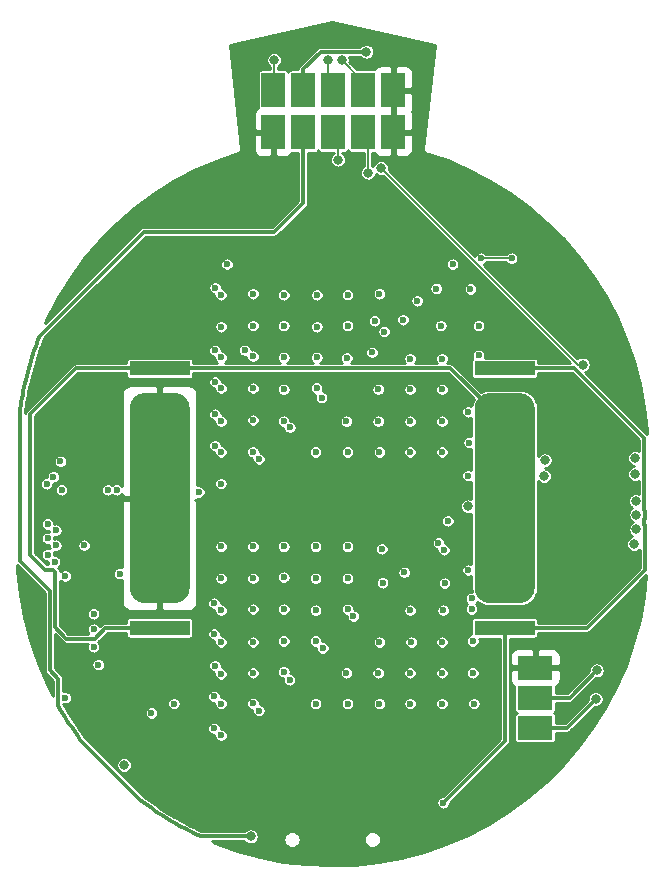
<source format=gbr>
G04 #@! TF.GenerationSoftware,KiCad,Pcbnew,(5.1.12-1-10_14)*
G04 #@! TF.CreationDate,2021-12-02T12:01:39-05:00*
G04 #@! TF.ProjectId,blinky,626c696e-6b79-42e6-9b69-6361645f7063,rev?*
G04 #@! TF.SameCoordinates,Original*
G04 #@! TF.FileFunction,Copper,L4,Bot*
G04 #@! TF.FilePolarity,Positive*
%FSLAX46Y46*%
G04 Gerber Fmt 4.6, Leading zero omitted, Abs format (unit mm)*
G04 Created by KiCad (PCBNEW (5.1.12-1-10_14)) date 2021-12-02 12:01:39*
%MOMM*%
%LPD*%
G01*
G04 APERTURE LIST*
G04 #@! TA.AperFunction,SMDPad,CuDef*
%ADD10R,3.000000X2.000000*%
G04 #@! TD*
G04 #@! TA.AperFunction,SMDPad,CuDef*
%ADD11R,5.080000X1.270000*%
G04 #@! TD*
G04 #@! TA.AperFunction,SMDPad,CuDef*
%ADD12R,2.000000X3.000000*%
G04 #@! TD*
G04 #@! TA.AperFunction,ViaPad*
%ADD13C,0.600000*%
G04 #@! TD*
G04 #@! TA.AperFunction,ViaPad*
%ADD14C,0.800000*%
G04 #@! TD*
G04 #@! TA.AperFunction,Conductor*
%ADD15C,0.300000*%
G04 #@! TD*
G04 #@! TA.AperFunction,Conductor*
%ADD16C,0.150000*%
G04 #@! TD*
G04 #@! TA.AperFunction,Conductor*
%ADD17C,0.254000*%
G04 #@! TD*
G04 #@! TA.AperFunction,Conductor*
%ADD18C,0.100000*%
G04 #@! TD*
G04 APERTURE END LIST*
D10*
G04 #@! TO.P,J2,3*
G04 #@! TO.N,/NEOPWR*
X207200000Y-101040000D03*
G04 #@! TO.P,J2,2*
G04 #@! TO.N,/NEOPIX*
X207200000Y-98500000D03*
G04 #@! TO.P,J2,1*
G04 #@! TO.N,GND*
X207200000Y-95960000D03*
G04 #@! TD*
D11*
G04 #@! TO.P,BT2,1*
G04 #@! TO.N,Net-(BT1-Pad2)*
X175400000Y-70615000D03*
X175400000Y-92585000D03*
G04 #@! TO.P,BT2,2*
G04 #@! TO.N,GND*
G04 #@! TA.AperFunction,SMDPad,CuDef*
G36*
G01*
X174130000Y-72700000D02*
X176670000Y-72700000D01*
G75*
G02*
X177940000Y-73970000I0J-1270000D01*
G01*
X177940000Y-89230000D01*
G75*
G02*
X176670000Y-90500000I-1270000J0D01*
G01*
X174130000Y-90500000D01*
G75*
G02*
X172860000Y-89230000I0J1270000D01*
G01*
X172860000Y-73970000D01*
G75*
G02*
X174130000Y-72700000I1270000J0D01*
G01*
G37*
G04 #@! TD.AperFunction*
G04 #@! TD*
G04 #@! TO.P,BT1,1*
G04 #@! TO.N,Net-(BT1-Pad1)*
X204600000Y-92585000D03*
X204600000Y-70615000D03*
G04 #@! TO.P,BT1,2*
G04 #@! TO.N,Net-(BT1-Pad2)*
G04 #@! TA.AperFunction,SMDPad,CuDef*
G36*
G01*
X205870000Y-90500000D02*
X203330000Y-90500000D01*
G75*
G02*
X202060000Y-89230000I0J1270000D01*
G01*
X202060000Y-73970000D01*
G75*
G02*
X203330000Y-72700000I1270000J0D01*
G01*
X205870000Y-72700000D01*
G75*
G02*
X207140000Y-73970000I0J-1270000D01*
G01*
X207140000Y-89230000D01*
G75*
G02*
X205870000Y-90500000I-1270000J0D01*
G01*
G37*
G04 #@! TD.AperFunction*
G04 #@! TD*
D12*
G04 #@! TO.P,J1,10*
G04 #@! TO.N,GND*
X185020000Y-50616000D03*
G04 #@! TO.P,J1,1*
G04 #@! TO.N,/~RESET*
X185020000Y-47080000D03*
G04 #@! TO.P,J1,9*
G04 #@! TO.N,/USB5V*
X187560000Y-50616000D03*
G04 #@! TO.P,J1,2*
G04 #@! TO.N,+3V3*
X187560000Y-47080000D03*
G04 #@! TO.P,J1,8*
G04 #@! TO.N,/D-*
X190100000Y-50596000D03*
G04 #@! TO.P,J1,3*
G04 #@! TO.N,/SWDIO*
X190100000Y-47080000D03*
G04 #@! TO.P,J1,7*
G04 #@! TO.N,/D+*
X192640000Y-50616000D03*
G04 #@! TO.P,J1,4*
G04 #@! TO.N,/SWCLK*
X192640000Y-47080000D03*
G04 #@! TO.P,J1,6*
G04 #@! TO.N,GND*
X195180000Y-50616000D03*
G04 #@! TO.P,J1,5*
X195180000Y-47080000D03*
G04 #@! TD*
D13*
G04 #@! TO.N,Net-(BT1-Pad1)*
X199400000Y-107400000D03*
G04 #@! TO.N,GND*
X165100000Y-93000000D03*
D14*
X211000000Y-75250000D03*
D13*
X207300000Y-64400000D03*
X189500000Y-106500000D03*
X196700000Y-53500000D03*
X182300000Y-54500000D03*
X181400000Y-106100000D03*
X168900000Y-87000000D03*
X170100000Y-97800000D03*
D14*
G04 #@! TO.N,+3V3*
X192900000Y-43800000D03*
G04 #@! TO.N,/SWCLK*
X208000000Y-78400000D03*
X190800000Y-44500000D03*
G04 #@! TO.N,/D-*
X215650000Y-79550000D03*
X190504803Y-52945197D03*
G04 #@! TO.N,/SWDIO*
X207950000Y-79750000D03*
X189650000Y-44550000D03*
G04 #@! TO.N,/D+*
X215650000Y-78200000D03*
X193050000Y-54050000D03*
G04 #@! TO.N,/USB5V*
X183100000Y-110250000D03*
G04 #@! TO.N,/~RESET*
X211200000Y-70300000D03*
X194142582Y-53657418D03*
X185100000Y-44500000D03*
D13*
G04 #@! TO.N,Net-(R6-Pad2)*
X167400000Y-88200000D03*
X167400000Y-98500000D03*
D14*
G04 #@! TO.N,/A6*
X201500000Y-82300000D03*
X172400000Y-104200000D03*
G04 #@! TO.N,/SCL*
X215750000Y-83000000D03*
D13*
X171000000Y-80908331D03*
D14*
G04 #@! TO.N,/SDA*
X215750000Y-84250000D03*
D13*
X171750000Y-80908331D03*
G04 #@! TO.N,/A0*
X205200000Y-61300000D03*
X202600000Y-61300000D03*
G04 #@! TO.N,/CA8*
X180600000Y-64400000D03*
X180600000Y-67100000D03*
X180600000Y-69700000D03*
X180600000Y-72300000D03*
X180600000Y-75100000D03*
X180600000Y-77700000D03*
X180583331Y-80383331D03*
X183800000Y-78300000D03*
X188600000Y-77700000D03*
X191300000Y-77700000D03*
X194000000Y-77700000D03*
X196600000Y-77700000D03*
X199300000Y-77700000D03*
X201500000Y-79700000D03*
X165824990Y-80400000D03*
G04 #@! TO.N,/CA7*
X183300000Y-64300000D03*
X183300000Y-67000000D03*
X183300000Y-69600000D03*
X183300000Y-72300000D03*
X183300000Y-75000000D03*
X183284998Y-77684998D03*
X186416996Y-75616996D03*
X191200000Y-75100000D03*
X193900000Y-75100000D03*
X196600000Y-75100000D03*
X199300000Y-75100000D03*
X201600000Y-76900000D03*
X180069668Y-77169668D03*
X166400000Y-79800000D03*
G04 #@! TO.N,/CA6*
X185900000Y-64400000D03*
X185900000Y-67000000D03*
X185900000Y-69700000D03*
X185900000Y-72400000D03*
X185886665Y-75086665D03*
X189100000Y-73100000D03*
X193900000Y-72400000D03*
X196600000Y-72400000D03*
X199300000Y-72400000D03*
X201500000Y-74300000D03*
X180075000Y-74500000D03*
X167000000Y-78500000D03*
X167100000Y-80908331D03*
G04 #@! TO.N,/CA5*
X188700000Y-64400000D03*
X188700000Y-67100000D03*
X188700000Y-69700000D03*
X188683332Y-72283332D03*
X193371232Y-69271232D03*
X196600000Y-69800000D03*
X199300000Y-69800000D03*
X202400000Y-69529998D03*
X165900000Y-83800000D03*
X180069668Y-71769668D03*
G04 #@! TO.N,/CA4*
X191300000Y-64400000D03*
X191300000Y-67000000D03*
X194400000Y-67500000D03*
X191234999Y-69734999D03*
X166600000Y-84325000D03*
X180075000Y-69100000D03*
X199200000Y-67000000D03*
X202400000Y-67000000D03*
G04 #@! TO.N,/CA3*
X194000000Y-64300000D03*
X193600000Y-66600000D03*
X196000000Y-66500000D03*
X197200000Y-64900000D03*
X201700000Y-63900000D03*
X165900000Y-85000000D03*
X182600000Y-69100000D03*
G04 #@! TO.N,/CA2*
X200200000Y-61800000D03*
X198807577Y-63861668D03*
X166600000Y-85600000D03*
X180100000Y-63800000D03*
G04 #@! TO.N,/CA1*
X165900000Y-86400000D03*
X181100000Y-61800000D03*
G04 #@! TO.N,/CB9*
X172000000Y-88000000D03*
X169000000Y-85600000D03*
G04 #@! TO.N,/CB8*
X180600000Y-85700000D03*
X180600000Y-88400000D03*
X180600000Y-91100000D03*
X180600000Y-93800000D03*
X180600000Y-96500000D03*
X180600000Y-99000000D03*
X180600000Y-99000000D03*
X180599995Y-101699995D03*
X183800000Y-99600000D03*
X188600000Y-99000000D03*
X191300000Y-99000000D03*
X194000000Y-99000000D03*
X196600000Y-99000000D03*
X199300000Y-99000000D03*
X202000000Y-99000000D03*
X176600000Y-99000000D03*
G04 #@! TO.N,/CB7*
X183300000Y-85700000D03*
X183300000Y-88400000D03*
X183300000Y-91000000D03*
X183300000Y-93800000D03*
X183300000Y-96400000D03*
X183294350Y-98994350D03*
X186400000Y-97000000D03*
X191200000Y-96400000D03*
X193900000Y-96400000D03*
X196600000Y-96400000D03*
X199300000Y-96400000D03*
X201900000Y-96400000D03*
X174700000Y-99800000D03*
X180000000Y-101100000D03*
G04 #@! TO.N,/CB6*
X185900000Y-85700000D03*
X185900000Y-88300000D03*
X185900000Y-91000000D03*
X185900000Y-93700000D03*
X185900000Y-96300000D03*
X189200000Y-94300000D03*
X194000000Y-93800000D03*
X196700000Y-93800000D03*
X199300000Y-93800000D03*
X201900000Y-93700000D03*
X170200000Y-95700000D03*
X180000000Y-98400000D03*
G04 #@! TO.N,/CB5*
X188600000Y-85700000D03*
X188600000Y-88400000D03*
X188600000Y-91100000D03*
X188600000Y-93700000D03*
X191800000Y-91600000D03*
X196600000Y-91100000D03*
X199400000Y-91100000D03*
X201800000Y-91000000D03*
X169800000Y-94200000D03*
X180075000Y-95800000D03*
G04 #@! TO.N,/CB4*
X191300000Y-85700000D03*
X191300000Y-88400000D03*
X191300000Y-91000000D03*
X194274562Y-88774562D03*
X199520424Y-88800000D03*
X201800000Y-90100000D03*
X169800000Y-92700000D03*
X180000000Y-93100000D03*
G04 #@! TO.N,/CB3*
X199468522Y-85985653D03*
X201500000Y-87700000D03*
X196100000Y-87900000D03*
X194200000Y-85904994D03*
X169800000Y-91400000D03*
X180000000Y-90500000D03*
G04 #@! TO.N,/CB2*
X199000000Y-85400000D03*
X199789212Y-83533028D03*
G04 #@! TO.N,/CA9*
X166500000Y-87000000D03*
X178705424Y-81094576D03*
D14*
G04 #@! TO.N,/NEOPWR*
X215550000Y-85500000D03*
X212300000Y-98600000D03*
G04 #@! TO.N,/NEOPIX*
X215700000Y-81850000D03*
X212400000Y-96200000D03*
G04 #@! TD*
D15*
G04 #@! TO.N,Net-(BT1-Pad1)*
X204600000Y-102200000D02*
X204600000Y-92585000D01*
X199400000Y-107400000D02*
X204600000Y-102200000D01*
X216400000Y-83863998D02*
X216450001Y-83913999D01*
X216400000Y-83386002D02*
X216400000Y-83863998D01*
X216450001Y-83336001D02*
X216400000Y-83386002D01*
X216450001Y-83913999D02*
X216450001Y-87699999D01*
X216450001Y-82663999D02*
X216450001Y-83336001D01*
X216400000Y-82613998D02*
X216450001Y-82663999D01*
X216400000Y-76536002D02*
X216400000Y-82613998D01*
X210478998Y-70615000D02*
X216400000Y-76536002D01*
X204600000Y-70615000D02*
X210478998Y-70615000D01*
X211565000Y-92585000D02*
X204600000Y-92585000D01*
X216450001Y-87699999D02*
X211565000Y-92585000D01*
G04 #@! TO.N,Net-(BT1-Pad2)*
X175400000Y-70615000D02*
X200015000Y-70615000D01*
X204600000Y-75200000D02*
X204600000Y-81600000D01*
X200015000Y-70615000D02*
X204600000Y-75200000D01*
X170803002Y-92585000D02*
X175400000Y-92585000D01*
X166350000Y-87650000D02*
X166550010Y-87850010D01*
X166550010Y-87850010D02*
X166550010Y-92550010D01*
X164450000Y-86400000D02*
X165700000Y-87650000D01*
X167500000Y-93500000D02*
X169888002Y-93500000D01*
X165700000Y-87650000D02*
X166350000Y-87650000D01*
X169888002Y-93500000D02*
X170803002Y-92585000D01*
X166550010Y-92550010D02*
X167500000Y-93500000D01*
X164450000Y-74450000D02*
X164450000Y-86400000D01*
X168285000Y-70615000D02*
X164450000Y-74450000D01*
X175400000Y-70615000D02*
X168285000Y-70615000D01*
G04 #@! TO.N,+3V3*
X189040000Y-43800000D02*
X192900000Y-43800000D01*
X187560001Y-45279999D02*
X189040000Y-43800000D01*
X187560000Y-47080000D02*
X187560001Y-45279999D01*
D16*
G04 #@! TO.N,/SWCLK*
X192640000Y-47080000D02*
X192640000Y-46340000D01*
X192640000Y-46340000D02*
X190800000Y-44500000D01*
G04 #@! TO.N,/D-*
X190504803Y-51000803D02*
X190100000Y-50596000D01*
X190504803Y-52945197D02*
X190504803Y-51000803D01*
G04 #@! TO.N,/SWDIO*
X189650000Y-46630000D02*
X190100000Y-47080000D01*
X189650000Y-44550000D02*
X189650000Y-46630000D01*
G04 #@! TO.N,/D+*
X193050000Y-51026000D02*
X192640000Y-50616000D01*
X193050000Y-54050000D02*
X193050000Y-51026000D01*
D15*
G04 #@! TO.N,/USB5V*
X187560000Y-50660000D02*
X187550000Y-50670000D01*
X187560000Y-50616000D02*
X187560000Y-50660000D01*
X187550000Y-50670000D02*
X187550000Y-56600000D01*
X187550000Y-56600000D02*
X185100000Y-59050000D01*
X185100000Y-59050000D02*
X174050000Y-59050000D01*
X163733548Y-73156654D02*
X163678845Y-73476309D01*
X163628021Y-73796731D02*
X163600000Y-73988459D01*
X163854634Y-72519391D02*
X163792134Y-72837734D01*
X163991206Y-71885298D02*
X163920978Y-72201981D01*
X164399860Y-70316275D02*
X164310490Y-70628050D01*
X164493047Y-70005526D02*
X164399860Y-70316275D01*
X164589988Y-69696023D02*
X164493047Y-70005526D01*
X164795129Y-69080727D02*
X164690684Y-69387748D01*
X164690684Y-69387748D02*
X164589988Y-69696023D01*
X165130810Y-68167576D02*
X165015228Y-68470542D01*
X163678845Y-73476309D02*
X163628021Y-73796731D01*
X163792134Y-72837734D02*
X163733548Y-73156654D01*
X164065277Y-71569549D02*
X163991206Y-71885298D01*
X165015228Y-68470542D02*
X164903324Y-68774950D01*
X165250131Y-67865905D02*
X165130810Y-68167576D01*
X164143192Y-71254714D02*
X164065277Y-71569549D01*
X164903324Y-68774950D02*
X164795129Y-69080727D01*
X165261260Y-67838740D02*
X165250131Y-67865905D01*
X163920978Y-72201981D02*
X163854634Y-72519391D01*
X164224954Y-70940793D02*
X164143192Y-71254714D01*
X164310490Y-70628050D02*
X164224954Y-70940793D01*
X174050000Y-59050000D02*
X165261260Y-67838740D01*
X163600000Y-86950000D02*
X166100000Y-89450000D01*
X163600000Y-73988459D02*
X163600000Y-86950000D01*
X168496134Y-101784124D02*
X168689907Y-102044774D01*
X166898774Y-99337472D02*
X167062895Y-99617783D01*
X167753101Y-100718368D02*
X167933984Y-100988186D01*
X168118123Y-101255761D02*
X168305490Y-101521051D01*
X167933984Y-100988186D02*
X168118123Y-101255761D01*
X167575547Y-100446410D02*
X167753101Y-100718368D01*
X167401334Y-100172336D02*
X167575547Y-100446410D01*
X167230399Y-99896045D02*
X167401334Y-100172336D01*
X168689907Y-102044774D02*
X168834792Y-102234788D01*
X167062895Y-99617783D02*
X167230399Y-99896045D01*
X168305490Y-101521051D02*
X168496134Y-101784124D01*
X166799999Y-99163958D02*
X166898774Y-99337472D01*
X166100000Y-89450000D02*
X166100000Y-96200000D01*
X166799999Y-96899999D02*
X166799999Y-99163958D01*
X166100000Y-96200000D02*
X166799999Y-96899999D01*
X178677638Y-110152823D02*
X178888261Y-110250000D01*
X178384430Y-110013190D02*
X178677638Y-110152823D01*
X177515112Y-109572916D02*
X177803046Y-109723177D01*
X177229026Y-109419160D02*
X177515112Y-109572916D01*
X177803046Y-109723177D02*
X178092809Y-109869931D01*
X176944853Y-109261942D02*
X177229026Y-109419160D01*
X176382286Y-108937145D02*
X176662562Y-109101244D01*
X176662562Y-109101244D02*
X176944853Y-109261942D01*
X174478949Y-107694509D02*
X174744252Y-107881886D01*
X175011809Y-108066013D02*
X175281613Y-108246885D01*
X176103952Y-108769598D02*
X176382286Y-108937145D01*
X175827658Y-108598661D02*
X176103952Y-108769598D01*
X178888261Y-110250000D02*
X183100000Y-110250000D01*
X175553594Y-108424455D02*
X175827658Y-108598661D01*
X174215886Y-107503873D02*
X174478949Y-107694509D01*
X175281613Y-108246885D02*
X175553594Y-108424455D01*
X173955226Y-107310092D02*
X174215886Y-107503873D01*
X174744252Y-107881886D02*
X175011809Y-108066013D01*
X173765208Y-107165204D02*
X173955226Y-107310092D01*
X178092809Y-109869931D02*
X178384430Y-110013190D01*
X168834792Y-102234788D02*
X173765208Y-107165204D01*
D16*
G04 #@! TO.N,/~RESET*
X210785164Y-70300000D02*
X194142582Y-53657418D01*
X211200000Y-70300000D02*
X210785164Y-70300000D01*
X185100000Y-47000000D02*
X185020000Y-47080000D01*
X185100000Y-44500000D02*
X185100000Y-47000000D01*
G04 #@! TO.N,/A0*
X202600000Y-61300000D02*
X203500000Y-61300000D01*
X203500000Y-61300000D02*
X203300000Y-61300000D01*
X205200000Y-61300000D02*
X203500000Y-61300000D01*
D15*
G04 #@! TO.N,/NEOPWR*
X209860000Y-101040000D02*
X212300000Y-98600000D01*
X207200000Y-101040000D02*
X209860000Y-101040000D01*
G04 #@! TO.N,/NEOPIX*
X210100000Y-98500000D02*
X212400000Y-96200000D01*
X207200000Y-98500000D02*
X210100000Y-98500000D01*
G04 #@! TD*
D17*
G04 #@! TO.N,GND*
X191367008Y-52170301D02*
X191382847Y-52222516D01*
X191408569Y-52270637D01*
X191443184Y-52312816D01*
X191485363Y-52347431D01*
X191533484Y-52373153D01*
X191585699Y-52388992D01*
X191640000Y-52394340D01*
X192698001Y-52394340D01*
X192698000Y-53470977D01*
X192618437Y-53524140D01*
X192524140Y-53618437D01*
X192450050Y-53729320D01*
X192399016Y-53852526D01*
X192373000Y-53983321D01*
X192373000Y-54116679D01*
X192399016Y-54247474D01*
X192450050Y-54370680D01*
X192524140Y-54481563D01*
X192618437Y-54575860D01*
X192729320Y-54649950D01*
X192852526Y-54700984D01*
X192983321Y-54727000D01*
X193116679Y-54727000D01*
X193247474Y-54700984D01*
X193370680Y-54649950D01*
X193481563Y-54575860D01*
X193575860Y-54481563D01*
X193649950Y-54370680D01*
X193700984Y-54247474D01*
X193713432Y-54184891D01*
X193821902Y-54257368D01*
X193945108Y-54308402D01*
X194075903Y-54334418D01*
X194209261Y-54334418D01*
X194303112Y-54315750D01*
X210175361Y-70188000D01*
X207418340Y-70188000D01*
X207418340Y-69980000D01*
X207412992Y-69925699D01*
X207397153Y-69873484D01*
X207371431Y-69825363D01*
X207336816Y-69783184D01*
X207294637Y-69748569D01*
X207246516Y-69722847D01*
X207194301Y-69707008D01*
X207140000Y-69701660D01*
X202953435Y-69701660D01*
X202954826Y-69698303D01*
X202977000Y-69586828D01*
X202977000Y-69473168D01*
X202954826Y-69361693D01*
X202911331Y-69256686D01*
X202848185Y-69162182D01*
X202767816Y-69081813D01*
X202673312Y-69018667D01*
X202568305Y-68975172D01*
X202456830Y-68952998D01*
X202343170Y-68952998D01*
X202231695Y-68975172D01*
X202126688Y-69018667D01*
X202032184Y-69081813D01*
X201951815Y-69162182D01*
X201888669Y-69256686D01*
X201845174Y-69361693D01*
X201823000Y-69473168D01*
X201823000Y-69586828D01*
X201845174Y-69698303D01*
X201875982Y-69772681D01*
X201863184Y-69783184D01*
X201828569Y-69825363D01*
X201802847Y-69873484D01*
X201787008Y-69925699D01*
X201781660Y-69980000D01*
X201781660Y-71250000D01*
X201787008Y-71304301D01*
X201802847Y-71356516D01*
X201828569Y-71404637D01*
X201863184Y-71446816D01*
X201905363Y-71481431D01*
X201953484Y-71507153D01*
X202005699Y-71522992D01*
X202060000Y-71528340D01*
X207140000Y-71528340D01*
X207194301Y-71522992D01*
X207246516Y-71507153D01*
X207294637Y-71481431D01*
X207336816Y-71446816D01*
X207371431Y-71404637D01*
X207397153Y-71356516D01*
X207412992Y-71304301D01*
X207418340Y-71250000D01*
X207418340Y-71042000D01*
X210302130Y-71042000D01*
X215973000Y-76712872D01*
X215973000Y-77601600D01*
X215970680Y-77600050D01*
X215847474Y-77549016D01*
X215716679Y-77523000D01*
X215583321Y-77523000D01*
X215452526Y-77549016D01*
X215329320Y-77600050D01*
X215218437Y-77674140D01*
X215124140Y-77768437D01*
X215050050Y-77879320D01*
X214999016Y-78002526D01*
X214973000Y-78133321D01*
X214973000Y-78266679D01*
X214999016Y-78397474D01*
X215050050Y-78520680D01*
X215124140Y-78631563D01*
X215218437Y-78725860D01*
X215329320Y-78799950D01*
X215452526Y-78850984D01*
X215573266Y-78875000D01*
X215452526Y-78899016D01*
X215329320Y-78950050D01*
X215218437Y-79024140D01*
X215124140Y-79118437D01*
X215050050Y-79229320D01*
X214999016Y-79352526D01*
X214973000Y-79483321D01*
X214973000Y-79616679D01*
X214999016Y-79747474D01*
X215050050Y-79870680D01*
X215124140Y-79981563D01*
X215218437Y-80075860D01*
X215329320Y-80149950D01*
X215452526Y-80200984D01*
X215583321Y-80227000D01*
X215716679Y-80227000D01*
X215847474Y-80200984D01*
X215970680Y-80149950D01*
X215973001Y-80148399D01*
X215973001Y-81230300D01*
X215897474Y-81199016D01*
X215766679Y-81173000D01*
X215633321Y-81173000D01*
X215502526Y-81199016D01*
X215379320Y-81250050D01*
X215268437Y-81324140D01*
X215174140Y-81418437D01*
X215100050Y-81529320D01*
X215049016Y-81652526D01*
X215023000Y-81783321D01*
X215023000Y-81916679D01*
X215049016Y-82047474D01*
X215100050Y-82170680D01*
X215174140Y-82281563D01*
X215268437Y-82375860D01*
X215366980Y-82441705D01*
X215318437Y-82474140D01*
X215224140Y-82568437D01*
X215150050Y-82679320D01*
X215099016Y-82802526D01*
X215073000Y-82933321D01*
X215073000Y-83066679D01*
X215099016Y-83197474D01*
X215150050Y-83320680D01*
X215224140Y-83431563D01*
X215318437Y-83525860D01*
X215429320Y-83599950D01*
X215489796Y-83625000D01*
X215429320Y-83650050D01*
X215318437Y-83724140D01*
X215224140Y-83818437D01*
X215150050Y-83929320D01*
X215099016Y-84052526D01*
X215073000Y-84183321D01*
X215073000Y-84316679D01*
X215099016Y-84447474D01*
X215150050Y-84570680D01*
X215224140Y-84681563D01*
X215318437Y-84775860D01*
X215410627Y-84837459D01*
X215352526Y-84849016D01*
X215229320Y-84900050D01*
X215118437Y-84974140D01*
X215024140Y-85068437D01*
X214950050Y-85179320D01*
X214899016Y-85302526D01*
X214873000Y-85433321D01*
X214873000Y-85566679D01*
X214899016Y-85697474D01*
X214950050Y-85820680D01*
X215024140Y-85931563D01*
X215118437Y-86025860D01*
X215229320Y-86099950D01*
X215352526Y-86150984D01*
X215483321Y-86177000D01*
X215616679Y-86177000D01*
X215747474Y-86150984D01*
X215870680Y-86099950D01*
X215981563Y-86025860D01*
X216023002Y-85984421D01*
X216023002Y-87523129D01*
X211388132Y-92158000D01*
X207418340Y-92158000D01*
X207418340Y-91950000D01*
X207412992Y-91895699D01*
X207397153Y-91843484D01*
X207371431Y-91795363D01*
X207336816Y-91753184D01*
X207294637Y-91718569D01*
X207246516Y-91692847D01*
X207194301Y-91677008D01*
X207140000Y-91671660D01*
X202060000Y-91671660D01*
X202005699Y-91677008D01*
X201953484Y-91692847D01*
X201905363Y-91718569D01*
X201863184Y-91753184D01*
X201828569Y-91795363D01*
X201802847Y-91843484D01*
X201787008Y-91895699D01*
X201781660Y-91950000D01*
X201781660Y-93135235D01*
X201731695Y-93145174D01*
X201626688Y-93188669D01*
X201532184Y-93251815D01*
X201451815Y-93332184D01*
X201388669Y-93426688D01*
X201345174Y-93531695D01*
X201323000Y-93643170D01*
X201323000Y-93756830D01*
X201345174Y-93868305D01*
X201388669Y-93973312D01*
X201451815Y-94067816D01*
X201532184Y-94148185D01*
X201626688Y-94211331D01*
X201731695Y-94254826D01*
X201843170Y-94277000D01*
X201956830Y-94277000D01*
X202068305Y-94254826D01*
X202173312Y-94211331D01*
X202267816Y-94148185D01*
X202348185Y-94067816D01*
X202411331Y-93973312D01*
X202454826Y-93868305D01*
X202477000Y-93756830D01*
X202477000Y-93643170D01*
X202454826Y-93531695D01*
X202441010Y-93498340D01*
X204173001Y-93498340D01*
X204173000Y-102023131D01*
X199373132Y-106823000D01*
X199343170Y-106823000D01*
X199231695Y-106845174D01*
X199126688Y-106888669D01*
X199032184Y-106951815D01*
X198951815Y-107032184D01*
X198888669Y-107126688D01*
X198845174Y-107231695D01*
X198823000Y-107343170D01*
X198823000Y-107456830D01*
X198845174Y-107568305D01*
X198888669Y-107673312D01*
X198951815Y-107767816D01*
X199032184Y-107848185D01*
X199126688Y-107911331D01*
X199231695Y-107954826D01*
X199343170Y-107977000D01*
X199456830Y-107977000D01*
X199568305Y-107954826D01*
X199673312Y-107911331D01*
X199767816Y-107848185D01*
X199848185Y-107767816D01*
X199911331Y-107673312D01*
X199954826Y-107568305D01*
X199977000Y-107456830D01*
X199977000Y-107426868D01*
X204887107Y-102516762D01*
X204903395Y-102503395D01*
X204916764Y-102487105D01*
X204916768Y-102487101D01*
X204956756Y-102438376D01*
X204996405Y-102364197D01*
X205010269Y-102318494D01*
X205020822Y-102283707D01*
X205027000Y-102220978D01*
X205027000Y-102220967D01*
X205029065Y-102200000D01*
X205027000Y-102179033D01*
X205027000Y-96960000D01*
X205061928Y-96960000D01*
X205074188Y-97084482D01*
X205110498Y-97204180D01*
X205169463Y-97314494D01*
X205248815Y-97411185D01*
X205345506Y-97490537D01*
X205421660Y-97531243D01*
X205421660Y-99500000D01*
X205427008Y-99554301D01*
X205442847Y-99606516D01*
X205468569Y-99654637D01*
X205503184Y-99696816D01*
X205545363Y-99731431D01*
X205593484Y-99757153D01*
X205635836Y-99770000D01*
X205593484Y-99782847D01*
X205545363Y-99808569D01*
X205503184Y-99843184D01*
X205468569Y-99885363D01*
X205442847Y-99933484D01*
X205427008Y-99985699D01*
X205421660Y-100040000D01*
X205421660Y-102040000D01*
X205427008Y-102094301D01*
X205442847Y-102146516D01*
X205468569Y-102194637D01*
X205503184Y-102236816D01*
X205545363Y-102271431D01*
X205593484Y-102297153D01*
X205645699Y-102312992D01*
X205700000Y-102318340D01*
X208700000Y-102318340D01*
X208754301Y-102312992D01*
X208806516Y-102297153D01*
X208854637Y-102271431D01*
X208896816Y-102236816D01*
X208931431Y-102194637D01*
X208957153Y-102146516D01*
X208972992Y-102094301D01*
X208978340Y-102040000D01*
X208978340Y-101467000D01*
X209839033Y-101467000D01*
X209860000Y-101469065D01*
X209880967Y-101467000D01*
X209880978Y-101467000D01*
X209943707Y-101460822D01*
X210024196Y-101436405D01*
X210098376Y-101396755D01*
X210163395Y-101343395D01*
X210176768Y-101327100D01*
X212227939Y-99275930D01*
X212233321Y-99277000D01*
X212366679Y-99277000D01*
X212497474Y-99250984D01*
X212620680Y-99199950D01*
X212731563Y-99125860D01*
X212825860Y-99031563D01*
X212899950Y-98920680D01*
X212950984Y-98797474D01*
X212977000Y-98666679D01*
X212977000Y-98533321D01*
X212950984Y-98402526D01*
X212899950Y-98279320D01*
X212825860Y-98168437D01*
X212731563Y-98074140D01*
X212620680Y-98000050D01*
X212497474Y-97949016D01*
X212366679Y-97923000D01*
X212233321Y-97923000D01*
X212102526Y-97949016D01*
X211979320Y-98000050D01*
X211868437Y-98074140D01*
X211774140Y-98168437D01*
X211700050Y-98279320D01*
X211649016Y-98402526D01*
X211623000Y-98533321D01*
X211623000Y-98666679D01*
X211624070Y-98672061D01*
X209683132Y-100613000D01*
X208978340Y-100613000D01*
X208978340Y-100040000D01*
X208972992Y-99985699D01*
X208957153Y-99933484D01*
X208931431Y-99885363D01*
X208896816Y-99843184D01*
X208854637Y-99808569D01*
X208806516Y-99782847D01*
X208764164Y-99770000D01*
X208806516Y-99757153D01*
X208854637Y-99731431D01*
X208896816Y-99696816D01*
X208931431Y-99654637D01*
X208957153Y-99606516D01*
X208972992Y-99554301D01*
X208978340Y-99500000D01*
X208978340Y-98927000D01*
X210079033Y-98927000D01*
X210100000Y-98929065D01*
X210120967Y-98927000D01*
X210120978Y-98927000D01*
X210183707Y-98920822D01*
X210264196Y-98896405D01*
X210338376Y-98856755D01*
X210403395Y-98803395D01*
X210416768Y-98787100D01*
X212327940Y-96875930D01*
X212333321Y-96877000D01*
X212466679Y-96877000D01*
X212597474Y-96850984D01*
X212720680Y-96799950D01*
X212831563Y-96725860D01*
X212925860Y-96631563D01*
X212999950Y-96520680D01*
X213050984Y-96397474D01*
X213077000Y-96266679D01*
X213077000Y-96133321D01*
X213050984Y-96002526D01*
X212999950Y-95879320D01*
X212925860Y-95768437D01*
X212831563Y-95674140D01*
X212720680Y-95600050D01*
X212597474Y-95549016D01*
X212466679Y-95523000D01*
X212333321Y-95523000D01*
X212202526Y-95549016D01*
X212079320Y-95600050D01*
X211968437Y-95674140D01*
X211874140Y-95768437D01*
X211800050Y-95879320D01*
X211749016Y-96002526D01*
X211723000Y-96133321D01*
X211723000Y-96266679D01*
X211724070Y-96272060D01*
X209923132Y-98073000D01*
X208978340Y-98073000D01*
X208978340Y-97531243D01*
X209054494Y-97490537D01*
X209151185Y-97411185D01*
X209230537Y-97314494D01*
X209289502Y-97204180D01*
X209325812Y-97084482D01*
X209338072Y-96960000D01*
X209335000Y-96245750D01*
X209176250Y-96087000D01*
X207327000Y-96087000D01*
X207327000Y-96107000D01*
X207073000Y-96107000D01*
X207073000Y-96087000D01*
X205223750Y-96087000D01*
X205065000Y-96245750D01*
X205061928Y-96960000D01*
X205027000Y-96960000D01*
X205027000Y-94960000D01*
X205061928Y-94960000D01*
X205065000Y-95674250D01*
X205223750Y-95833000D01*
X207073000Y-95833000D01*
X207073000Y-94483750D01*
X207327000Y-94483750D01*
X207327000Y-95833000D01*
X209176250Y-95833000D01*
X209335000Y-95674250D01*
X209338072Y-94960000D01*
X209325812Y-94835518D01*
X209289502Y-94715820D01*
X209230537Y-94605506D01*
X209151185Y-94508815D01*
X209054494Y-94429463D01*
X208944180Y-94370498D01*
X208824482Y-94334188D01*
X208700000Y-94321928D01*
X207485750Y-94325000D01*
X207327000Y-94483750D01*
X207073000Y-94483750D01*
X206914250Y-94325000D01*
X205700000Y-94321928D01*
X205575518Y-94334188D01*
X205455820Y-94370498D01*
X205345506Y-94429463D01*
X205248815Y-94508815D01*
X205169463Y-94605506D01*
X205110498Y-94715820D01*
X205074188Y-94835518D01*
X205061928Y-94960000D01*
X205027000Y-94960000D01*
X205027000Y-93498340D01*
X207140000Y-93498340D01*
X207194301Y-93492992D01*
X207246516Y-93477153D01*
X207294637Y-93451431D01*
X207336816Y-93416816D01*
X207371431Y-93374637D01*
X207397153Y-93326516D01*
X207412992Y-93274301D01*
X207418340Y-93220000D01*
X207418340Y-93012000D01*
X211544033Y-93012000D01*
X211565000Y-93014065D01*
X211585967Y-93012000D01*
X211585978Y-93012000D01*
X211648707Y-93005822D01*
X211729196Y-92981405D01*
X211803376Y-92941755D01*
X211868395Y-92888395D01*
X211881768Y-92872100D01*
X216606136Y-88147733D01*
X216397608Y-89992259D01*
X216023966Y-91960290D01*
X215503821Y-93894743D01*
X214840089Y-95784774D01*
X214036520Y-97619705D01*
X213097628Y-99389226D01*
X212028700Y-101083374D01*
X210835767Y-102692593D01*
X209525530Y-104207843D01*
X208105363Y-105620593D01*
X206583266Y-106922885D01*
X204967819Y-108107380D01*
X203268104Y-109167418D01*
X201493693Y-110097031D01*
X199654580Y-110890981D01*
X197761103Y-111544806D01*
X195823939Y-112054819D01*
X193853990Y-112418149D01*
X191862348Y-112632752D01*
X189860207Y-112697421D01*
X187858869Y-112611791D01*
X185869572Y-112376341D01*
X183903539Y-111992402D01*
X181971819Y-111462132D01*
X180085295Y-110788515D01*
X179834240Y-110677000D01*
X182571091Y-110677000D01*
X182574140Y-110681563D01*
X182668437Y-110775860D01*
X182779320Y-110849950D01*
X182902526Y-110900984D01*
X183033321Y-110927000D01*
X183166679Y-110927000D01*
X183297474Y-110900984D01*
X183420680Y-110849950D01*
X183531563Y-110775860D01*
X183625860Y-110681563D01*
X183699950Y-110570680D01*
X183750984Y-110447474D01*
X183754778Y-110428397D01*
X185873000Y-110428397D01*
X185873000Y-110571603D01*
X185900938Y-110712058D01*
X185955741Y-110844364D01*
X186035302Y-110963436D01*
X186136564Y-111064698D01*
X186255636Y-111144259D01*
X186387942Y-111199062D01*
X186528397Y-111227000D01*
X186671603Y-111227000D01*
X186812058Y-111199062D01*
X186944364Y-111144259D01*
X187063436Y-111064698D01*
X187164698Y-110963436D01*
X187244259Y-110844364D01*
X187299062Y-110712058D01*
X187327000Y-110571603D01*
X187327000Y-110428397D01*
X192673000Y-110428397D01*
X192673000Y-110571603D01*
X192700938Y-110712058D01*
X192755741Y-110844364D01*
X192835302Y-110963436D01*
X192936564Y-111064698D01*
X193055636Y-111144259D01*
X193187942Y-111199062D01*
X193328397Y-111227000D01*
X193471603Y-111227000D01*
X193612058Y-111199062D01*
X193744364Y-111144259D01*
X193863436Y-111064698D01*
X193964698Y-110963436D01*
X194044259Y-110844364D01*
X194099062Y-110712058D01*
X194127000Y-110571603D01*
X194127000Y-110428397D01*
X194099062Y-110287942D01*
X194044259Y-110155636D01*
X193964698Y-110036564D01*
X193863436Y-109935302D01*
X193744364Y-109855741D01*
X193612058Y-109800938D01*
X193471603Y-109773000D01*
X193328397Y-109773000D01*
X193187942Y-109800938D01*
X193055636Y-109855741D01*
X192936564Y-109935302D01*
X192835302Y-110036564D01*
X192755741Y-110155636D01*
X192700938Y-110287942D01*
X192673000Y-110428397D01*
X187327000Y-110428397D01*
X187299062Y-110287942D01*
X187244259Y-110155636D01*
X187164698Y-110036564D01*
X187063436Y-109935302D01*
X186944364Y-109855741D01*
X186812058Y-109800938D01*
X186671603Y-109773000D01*
X186528397Y-109773000D01*
X186387942Y-109800938D01*
X186255636Y-109855741D01*
X186136564Y-109935302D01*
X186035302Y-110036564D01*
X185955741Y-110155636D01*
X185900938Y-110287942D01*
X185873000Y-110428397D01*
X183754778Y-110428397D01*
X183777000Y-110316679D01*
X183777000Y-110183321D01*
X183750984Y-110052526D01*
X183699950Y-109929320D01*
X183625860Y-109818437D01*
X183531563Y-109724140D01*
X183420680Y-109650050D01*
X183297474Y-109599016D01*
X183166679Y-109573000D01*
X183033321Y-109573000D01*
X182902526Y-109599016D01*
X182779320Y-109650050D01*
X182668437Y-109724140D01*
X182574140Y-109818437D01*
X182571091Y-109823000D01*
X178982015Y-109823000D01*
X178858890Y-109766193D01*
X178570384Y-109628799D01*
X178283432Y-109487834D01*
X177998313Y-109343432D01*
X177714971Y-109195568D01*
X177433480Y-109044281D01*
X177153826Y-108889563D01*
X176876066Y-108731445D01*
X176600290Y-108569981D01*
X176326417Y-108405120D01*
X176054546Y-108236919D01*
X175784866Y-108065501D01*
X175517196Y-107890745D01*
X175251752Y-107712796D01*
X174988444Y-107531593D01*
X174727421Y-107347239D01*
X174468572Y-107159656D01*
X174212047Y-106968949D01*
X174046898Y-106843024D01*
X171337194Y-104133321D01*
X171723000Y-104133321D01*
X171723000Y-104266679D01*
X171749016Y-104397474D01*
X171800050Y-104520680D01*
X171874140Y-104631563D01*
X171968437Y-104725860D01*
X172079320Y-104799950D01*
X172202526Y-104850984D01*
X172333321Y-104877000D01*
X172466679Y-104877000D01*
X172597474Y-104850984D01*
X172720680Y-104799950D01*
X172831563Y-104725860D01*
X172925860Y-104631563D01*
X172999950Y-104520680D01*
X173050984Y-104397474D01*
X173077000Y-104266679D01*
X173077000Y-104133321D01*
X173050984Y-104002526D01*
X172999950Y-103879320D01*
X172925860Y-103768437D01*
X172831563Y-103674140D01*
X172720680Y-103600050D01*
X172597474Y-103549016D01*
X172466679Y-103523000D01*
X172333321Y-103523000D01*
X172202526Y-103549016D01*
X172079320Y-103600050D01*
X171968437Y-103674140D01*
X171874140Y-103768437D01*
X171800050Y-103879320D01*
X171749016Y-104002526D01*
X171723000Y-104133321D01*
X171337194Y-104133321D01*
X169156979Y-101953107D01*
X169031051Y-101787955D01*
X168840377Y-101531474D01*
X168652796Y-101272628D01*
X168490737Y-101043170D01*
X179423000Y-101043170D01*
X179423000Y-101156830D01*
X179445174Y-101268305D01*
X179488669Y-101373312D01*
X179551815Y-101467816D01*
X179632184Y-101548185D01*
X179726688Y-101611331D01*
X179831695Y-101654826D01*
X179943170Y-101677000D01*
X180022995Y-101677000D01*
X180022995Y-101756825D01*
X180045169Y-101868300D01*
X180088664Y-101973307D01*
X180151810Y-102067811D01*
X180232179Y-102148180D01*
X180326683Y-102211326D01*
X180431690Y-102254821D01*
X180543165Y-102276995D01*
X180656825Y-102276995D01*
X180768300Y-102254821D01*
X180873307Y-102211326D01*
X180967811Y-102148180D01*
X181048180Y-102067811D01*
X181111326Y-101973307D01*
X181154821Y-101868300D01*
X181176995Y-101756825D01*
X181176995Y-101643165D01*
X181154821Y-101531690D01*
X181111326Y-101426683D01*
X181048180Y-101332179D01*
X180967811Y-101251810D01*
X180873307Y-101188664D01*
X180768300Y-101145169D01*
X180656825Y-101122995D01*
X180577000Y-101122995D01*
X180577000Y-101043170D01*
X180554826Y-100931695D01*
X180511331Y-100826688D01*
X180448185Y-100732184D01*
X180367816Y-100651815D01*
X180273312Y-100588669D01*
X180168305Y-100545174D01*
X180056830Y-100523000D01*
X179943170Y-100523000D01*
X179831695Y-100545174D01*
X179726688Y-100588669D01*
X179632184Y-100651815D01*
X179551815Y-100732184D01*
X179488669Y-100826688D01*
X179445174Y-100931695D01*
X179423000Y-101043170D01*
X168490737Y-101043170D01*
X168468432Y-101011590D01*
X168287232Y-100748288D01*
X168109250Y-100482798D01*
X167934510Y-100215151D01*
X167763129Y-99945533D01*
X167637932Y-99743170D01*
X174123000Y-99743170D01*
X174123000Y-99856830D01*
X174145174Y-99968305D01*
X174188669Y-100073312D01*
X174251815Y-100167816D01*
X174332184Y-100248185D01*
X174426688Y-100311331D01*
X174531695Y-100354826D01*
X174643170Y-100377000D01*
X174756830Y-100377000D01*
X174868305Y-100354826D01*
X174973312Y-100311331D01*
X175067816Y-100248185D01*
X175148185Y-100167816D01*
X175211331Y-100073312D01*
X175254826Y-99968305D01*
X175277000Y-99856830D01*
X175277000Y-99743170D01*
X175254826Y-99631695D01*
X175211331Y-99526688D01*
X175148185Y-99432184D01*
X175067816Y-99351815D01*
X174973312Y-99288669D01*
X174868305Y-99245174D01*
X174756830Y-99223000D01*
X174643170Y-99223000D01*
X174531695Y-99245174D01*
X174426688Y-99288669D01*
X174332184Y-99351815D01*
X174251815Y-99432184D01*
X174188669Y-99526688D01*
X174145174Y-99631695D01*
X174123000Y-99743170D01*
X167637932Y-99743170D01*
X167594880Y-99673584D01*
X167430093Y-99399836D01*
X167268566Y-99123956D01*
X167228447Y-99053481D01*
X167231695Y-99054826D01*
X167343170Y-99077000D01*
X167456830Y-99077000D01*
X167568305Y-99054826D01*
X167673312Y-99011331D01*
X167767816Y-98948185D01*
X167772831Y-98943170D01*
X176023000Y-98943170D01*
X176023000Y-99056830D01*
X176045174Y-99168305D01*
X176088669Y-99273312D01*
X176151815Y-99367816D01*
X176232184Y-99448185D01*
X176326688Y-99511331D01*
X176431695Y-99554826D01*
X176543170Y-99577000D01*
X176656830Y-99577000D01*
X176768305Y-99554826D01*
X176873312Y-99511331D01*
X176967816Y-99448185D01*
X177048185Y-99367816D01*
X177111331Y-99273312D01*
X177154826Y-99168305D01*
X177177000Y-99056830D01*
X177177000Y-98943170D01*
X177154826Y-98831695D01*
X177111331Y-98726688D01*
X177048185Y-98632184D01*
X176967816Y-98551815D01*
X176873312Y-98488669D01*
X176768305Y-98445174D01*
X176656830Y-98423000D01*
X176543170Y-98423000D01*
X176431695Y-98445174D01*
X176326688Y-98488669D01*
X176232184Y-98551815D01*
X176151815Y-98632184D01*
X176088669Y-98726688D01*
X176045174Y-98831695D01*
X176023000Y-98943170D01*
X167772831Y-98943170D01*
X167848185Y-98867816D01*
X167911331Y-98773312D01*
X167954826Y-98668305D01*
X167977000Y-98556830D01*
X167977000Y-98443170D01*
X167957109Y-98343170D01*
X179423000Y-98343170D01*
X179423000Y-98456830D01*
X179445174Y-98568305D01*
X179488669Y-98673312D01*
X179551815Y-98767816D01*
X179632184Y-98848185D01*
X179726688Y-98911331D01*
X179831695Y-98954826D01*
X179943170Y-98977000D01*
X180023000Y-98977000D01*
X180023000Y-99056830D01*
X180045174Y-99168305D01*
X180088669Y-99273312D01*
X180151815Y-99367816D01*
X180232184Y-99448185D01*
X180326688Y-99511331D01*
X180431695Y-99554826D01*
X180543170Y-99577000D01*
X180656830Y-99577000D01*
X180768305Y-99554826D01*
X180873312Y-99511331D01*
X180967816Y-99448185D01*
X181048185Y-99367816D01*
X181111331Y-99273312D01*
X181154826Y-99168305D01*
X181177000Y-99056830D01*
X181177000Y-98943170D01*
X181175877Y-98937520D01*
X182717350Y-98937520D01*
X182717350Y-99051180D01*
X182739524Y-99162655D01*
X182783019Y-99267662D01*
X182846165Y-99362166D01*
X182926534Y-99442535D01*
X183021038Y-99505681D01*
X183126045Y-99549176D01*
X183223000Y-99568462D01*
X183223000Y-99656830D01*
X183245174Y-99768305D01*
X183288669Y-99873312D01*
X183351815Y-99967816D01*
X183432184Y-100048185D01*
X183526688Y-100111331D01*
X183631695Y-100154826D01*
X183743170Y-100177000D01*
X183856830Y-100177000D01*
X183968305Y-100154826D01*
X184073312Y-100111331D01*
X184167816Y-100048185D01*
X184248185Y-99967816D01*
X184311331Y-99873312D01*
X184354826Y-99768305D01*
X184377000Y-99656830D01*
X184377000Y-99543170D01*
X184354826Y-99431695D01*
X184311331Y-99326688D01*
X184248185Y-99232184D01*
X184167816Y-99151815D01*
X184073312Y-99088669D01*
X183968305Y-99045174D01*
X183871350Y-99025888D01*
X183871350Y-98943170D01*
X188023000Y-98943170D01*
X188023000Y-99056830D01*
X188045174Y-99168305D01*
X188088669Y-99273312D01*
X188151815Y-99367816D01*
X188232184Y-99448185D01*
X188326688Y-99511331D01*
X188431695Y-99554826D01*
X188543170Y-99577000D01*
X188656830Y-99577000D01*
X188768305Y-99554826D01*
X188873312Y-99511331D01*
X188967816Y-99448185D01*
X189048185Y-99367816D01*
X189111331Y-99273312D01*
X189154826Y-99168305D01*
X189177000Y-99056830D01*
X189177000Y-98943170D01*
X190723000Y-98943170D01*
X190723000Y-99056830D01*
X190745174Y-99168305D01*
X190788669Y-99273312D01*
X190851815Y-99367816D01*
X190932184Y-99448185D01*
X191026688Y-99511331D01*
X191131695Y-99554826D01*
X191243170Y-99577000D01*
X191356830Y-99577000D01*
X191468305Y-99554826D01*
X191573312Y-99511331D01*
X191667816Y-99448185D01*
X191748185Y-99367816D01*
X191811331Y-99273312D01*
X191854826Y-99168305D01*
X191877000Y-99056830D01*
X191877000Y-98943170D01*
X193423000Y-98943170D01*
X193423000Y-99056830D01*
X193445174Y-99168305D01*
X193488669Y-99273312D01*
X193551815Y-99367816D01*
X193632184Y-99448185D01*
X193726688Y-99511331D01*
X193831695Y-99554826D01*
X193943170Y-99577000D01*
X194056830Y-99577000D01*
X194168305Y-99554826D01*
X194273312Y-99511331D01*
X194367816Y-99448185D01*
X194448185Y-99367816D01*
X194511331Y-99273312D01*
X194554826Y-99168305D01*
X194577000Y-99056830D01*
X194577000Y-98943170D01*
X196023000Y-98943170D01*
X196023000Y-99056830D01*
X196045174Y-99168305D01*
X196088669Y-99273312D01*
X196151815Y-99367816D01*
X196232184Y-99448185D01*
X196326688Y-99511331D01*
X196431695Y-99554826D01*
X196543170Y-99577000D01*
X196656830Y-99577000D01*
X196768305Y-99554826D01*
X196873312Y-99511331D01*
X196967816Y-99448185D01*
X197048185Y-99367816D01*
X197111331Y-99273312D01*
X197154826Y-99168305D01*
X197177000Y-99056830D01*
X197177000Y-98943170D01*
X198723000Y-98943170D01*
X198723000Y-99056830D01*
X198745174Y-99168305D01*
X198788669Y-99273312D01*
X198851815Y-99367816D01*
X198932184Y-99448185D01*
X199026688Y-99511331D01*
X199131695Y-99554826D01*
X199243170Y-99577000D01*
X199356830Y-99577000D01*
X199468305Y-99554826D01*
X199573312Y-99511331D01*
X199667816Y-99448185D01*
X199748185Y-99367816D01*
X199811331Y-99273312D01*
X199854826Y-99168305D01*
X199877000Y-99056830D01*
X199877000Y-98943170D01*
X201423000Y-98943170D01*
X201423000Y-99056830D01*
X201445174Y-99168305D01*
X201488669Y-99273312D01*
X201551815Y-99367816D01*
X201632184Y-99448185D01*
X201726688Y-99511331D01*
X201831695Y-99554826D01*
X201943170Y-99577000D01*
X202056830Y-99577000D01*
X202168305Y-99554826D01*
X202273312Y-99511331D01*
X202367816Y-99448185D01*
X202448185Y-99367816D01*
X202511331Y-99273312D01*
X202554826Y-99168305D01*
X202577000Y-99056830D01*
X202577000Y-98943170D01*
X202554826Y-98831695D01*
X202511331Y-98726688D01*
X202448185Y-98632184D01*
X202367816Y-98551815D01*
X202273312Y-98488669D01*
X202168305Y-98445174D01*
X202056830Y-98423000D01*
X201943170Y-98423000D01*
X201831695Y-98445174D01*
X201726688Y-98488669D01*
X201632184Y-98551815D01*
X201551815Y-98632184D01*
X201488669Y-98726688D01*
X201445174Y-98831695D01*
X201423000Y-98943170D01*
X199877000Y-98943170D01*
X199854826Y-98831695D01*
X199811331Y-98726688D01*
X199748185Y-98632184D01*
X199667816Y-98551815D01*
X199573312Y-98488669D01*
X199468305Y-98445174D01*
X199356830Y-98423000D01*
X199243170Y-98423000D01*
X199131695Y-98445174D01*
X199026688Y-98488669D01*
X198932184Y-98551815D01*
X198851815Y-98632184D01*
X198788669Y-98726688D01*
X198745174Y-98831695D01*
X198723000Y-98943170D01*
X197177000Y-98943170D01*
X197154826Y-98831695D01*
X197111331Y-98726688D01*
X197048185Y-98632184D01*
X196967816Y-98551815D01*
X196873312Y-98488669D01*
X196768305Y-98445174D01*
X196656830Y-98423000D01*
X196543170Y-98423000D01*
X196431695Y-98445174D01*
X196326688Y-98488669D01*
X196232184Y-98551815D01*
X196151815Y-98632184D01*
X196088669Y-98726688D01*
X196045174Y-98831695D01*
X196023000Y-98943170D01*
X194577000Y-98943170D01*
X194554826Y-98831695D01*
X194511331Y-98726688D01*
X194448185Y-98632184D01*
X194367816Y-98551815D01*
X194273312Y-98488669D01*
X194168305Y-98445174D01*
X194056830Y-98423000D01*
X193943170Y-98423000D01*
X193831695Y-98445174D01*
X193726688Y-98488669D01*
X193632184Y-98551815D01*
X193551815Y-98632184D01*
X193488669Y-98726688D01*
X193445174Y-98831695D01*
X193423000Y-98943170D01*
X191877000Y-98943170D01*
X191854826Y-98831695D01*
X191811331Y-98726688D01*
X191748185Y-98632184D01*
X191667816Y-98551815D01*
X191573312Y-98488669D01*
X191468305Y-98445174D01*
X191356830Y-98423000D01*
X191243170Y-98423000D01*
X191131695Y-98445174D01*
X191026688Y-98488669D01*
X190932184Y-98551815D01*
X190851815Y-98632184D01*
X190788669Y-98726688D01*
X190745174Y-98831695D01*
X190723000Y-98943170D01*
X189177000Y-98943170D01*
X189154826Y-98831695D01*
X189111331Y-98726688D01*
X189048185Y-98632184D01*
X188967816Y-98551815D01*
X188873312Y-98488669D01*
X188768305Y-98445174D01*
X188656830Y-98423000D01*
X188543170Y-98423000D01*
X188431695Y-98445174D01*
X188326688Y-98488669D01*
X188232184Y-98551815D01*
X188151815Y-98632184D01*
X188088669Y-98726688D01*
X188045174Y-98831695D01*
X188023000Y-98943170D01*
X183871350Y-98943170D01*
X183871350Y-98937520D01*
X183849176Y-98826045D01*
X183805681Y-98721038D01*
X183742535Y-98626534D01*
X183662166Y-98546165D01*
X183567662Y-98483019D01*
X183462655Y-98439524D01*
X183351180Y-98417350D01*
X183237520Y-98417350D01*
X183126045Y-98439524D01*
X183021038Y-98483019D01*
X182926534Y-98546165D01*
X182846165Y-98626534D01*
X182783019Y-98721038D01*
X182739524Y-98826045D01*
X182717350Y-98937520D01*
X181175877Y-98937520D01*
X181154826Y-98831695D01*
X181111331Y-98726688D01*
X181048185Y-98632184D01*
X180967816Y-98551815D01*
X180873312Y-98488669D01*
X180768305Y-98445174D01*
X180656830Y-98423000D01*
X180577000Y-98423000D01*
X180577000Y-98343170D01*
X180554826Y-98231695D01*
X180511331Y-98126688D01*
X180448185Y-98032184D01*
X180367816Y-97951815D01*
X180273312Y-97888669D01*
X180168305Y-97845174D01*
X180056830Y-97823000D01*
X179943170Y-97823000D01*
X179831695Y-97845174D01*
X179726688Y-97888669D01*
X179632184Y-97951815D01*
X179551815Y-98032184D01*
X179488669Y-98126688D01*
X179445174Y-98231695D01*
X179423000Y-98343170D01*
X167957109Y-98343170D01*
X167954826Y-98331695D01*
X167911331Y-98226688D01*
X167848185Y-98132184D01*
X167767816Y-98051815D01*
X167673312Y-97988669D01*
X167568305Y-97945174D01*
X167456830Y-97923000D01*
X167343170Y-97923000D01*
X167231695Y-97945174D01*
X167226999Y-97947119D01*
X167226999Y-96920965D01*
X167229064Y-96899998D01*
X167226999Y-96879031D01*
X167226999Y-96879021D01*
X167220821Y-96816292D01*
X167196404Y-96735803D01*
X167160326Y-96668305D01*
X167156754Y-96661622D01*
X167116767Y-96612898D01*
X167116763Y-96612894D01*
X167103394Y-96596604D01*
X167087105Y-96583236D01*
X166527000Y-96023132D01*
X166527000Y-95643170D01*
X169623000Y-95643170D01*
X169623000Y-95756830D01*
X169645174Y-95868305D01*
X169688669Y-95973312D01*
X169751815Y-96067816D01*
X169832184Y-96148185D01*
X169926688Y-96211331D01*
X170031695Y-96254826D01*
X170143170Y-96277000D01*
X170256830Y-96277000D01*
X170368305Y-96254826D01*
X170473312Y-96211331D01*
X170567816Y-96148185D01*
X170648185Y-96067816D01*
X170711331Y-95973312D01*
X170754826Y-95868305D01*
X170777000Y-95756830D01*
X170777000Y-95743170D01*
X179498000Y-95743170D01*
X179498000Y-95856830D01*
X179520174Y-95968305D01*
X179563669Y-96073312D01*
X179626815Y-96167816D01*
X179707184Y-96248185D01*
X179801688Y-96311331D01*
X179906695Y-96354826D01*
X180018170Y-96377000D01*
X180036162Y-96377000D01*
X180023000Y-96443170D01*
X180023000Y-96556830D01*
X180045174Y-96668305D01*
X180088669Y-96773312D01*
X180151815Y-96867816D01*
X180232184Y-96948185D01*
X180326688Y-97011331D01*
X180431695Y-97054826D01*
X180543170Y-97077000D01*
X180656830Y-97077000D01*
X180768305Y-97054826D01*
X180873312Y-97011331D01*
X180967816Y-96948185D01*
X181048185Y-96867816D01*
X181111331Y-96773312D01*
X181154826Y-96668305D01*
X181177000Y-96556830D01*
X181177000Y-96443170D01*
X181157109Y-96343170D01*
X182723000Y-96343170D01*
X182723000Y-96456830D01*
X182745174Y-96568305D01*
X182788669Y-96673312D01*
X182851815Y-96767816D01*
X182932184Y-96848185D01*
X183026688Y-96911331D01*
X183131695Y-96954826D01*
X183243170Y-96977000D01*
X183356830Y-96977000D01*
X183468305Y-96954826D01*
X183573312Y-96911331D01*
X183667816Y-96848185D01*
X183748185Y-96767816D01*
X183811331Y-96673312D01*
X183854826Y-96568305D01*
X183877000Y-96456830D01*
X183877000Y-96343170D01*
X183857109Y-96243170D01*
X185323000Y-96243170D01*
X185323000Y-96356830D01*
X185345174Y-96468305D01*
X185388669Y-96573312D01*
X185451815Y-96667816D01*
X185532184Y-96748185D01*
X185626688Y-96811331D01*
X185731695Y-96854826D01*
X185836429Y-96875659D01*
X185823000Y-96943170D01*
X185823000Y-97056830D01*
X185845174Y-97168305D01*
X185888669Y-97273312D01*
X185951815Y-97367816D01*
X186032184Y-97448185D01*
X186126688Y-97511331D01*
X186231695Y-97554826D01*
X186343170Y-97577000D01*
X186456830Y-97577000D01*
X186568305Y-97554826D01*
X186673312Y-97511331D01*
X186767816Y-97448185D01*
X186848185Y-97367816D01*
X186911331Y-97273312D01*
X186954826Y-97168305D01*
X186977000Y-97056830D01*
X186977000Y-96943170D01*
X186954826Y-96831695D01*
X186911331Y-96726688D01*
X186848185Y-96632184D01*
X186767816Y-96551815D01*
X186673312Y-96488669D01*
X186568305Y-96445174D01*
X186463571Y-96424341D01*
X186477000Y-96356830D01*
X186477000Y-96343170D01*
X190623000Y-96343170D01*
X190623000Y-96456830D01*
X190645174Y-96568305D01*
X190688669Y-96673312D01*
X190751815Y-96767816D01*
X190832184Y-96848185D01*
X190926688Y-96911331D01*
X191031695Y-96954826D01*
X191143170Y-96977000D01*
X191256830Y-96977000D01*
X191368305Y-96954826D01*
X191473312Y-96911331D01*
X191567816Y-96848185D01*
X191648185Y-96767816D01*
X191711331Y-96673312D01*
X191754826Y-96568305D01*
X191777000Y-96456830D01*
X191777000Y-96343170D01*
X193323000Y-96343170D01*
X193323000Y-96456830D01*
X193345174Y-96568305D01*
X193388669Y-96673312D01*
X193451815Y-96767816D01*
X193532184Y-96848185D01*
X193626688Y-96911331D01*
X193731695Y-96954826D01*
X193843170Y-96977000D01*
X193956830Y-96977000D01*
X194068305Y-96954826D01*
X194173312Y-96911331D01*
X194267816Y-96848185D01*
X194348185Y-96767816D01*
X194411331Y-96673312D01*
X194454826Y-96568305D01*
X194477000Y-96456830D01*
X194477000Y-96343170D01*
X196023000Y-96343170D01*
X196023000Y-96456830D01*
X196045174Y-96568305D01*
X196088669Y-96673312D01*
X196151815Y-96767816D01*
X196232184Y-96848185D01*
X196326688Y-96911331D01*
X196431695Y-96954826D01*
X196543170Y-96977000D01*
X196656830Y-96977000D01*
X196768305Y-96954826D01*
X196873312Y-96911331D01*
X196967816Y-96848185D01*
X197048185Y-96767816D01*
X197111331Y-96673312D01*
X197154826Y-96568305D01*
X197177000Y-96456830D01*
X197177000Y-96343170D01*
X198723000Y-96343170D01*
X198723000Y-96456830D01*
X198745174Y-96568305D01*
X198788669Y-96673312D01*
X198851815Y-96767816D01*
X198932184Y-96848185D01*
X199026688Y-96911331D01*
X199131695Y-96954826D01*
X199243170Y-96977000D01*
X199356830Y-96977000D01*
X199468305Y-96954826D01*
X199573312Y-96911331D01*
X199667816Y-96848185D01*
X199748185Y-96767816D01*
X199811331Y-96673312D01*
X199854826Y-96568305D01*
X199877000Y-96456830D01*
X199877000Y-96343170D01*
X201323000Y-96343170D01*
X201323000Y-96456830D01*
X201345174Y-96568305D01*
X201388669Y-96673312D01*
X201451815Y-96767816D01*
X201532184Y-96848185D01*
X201626688Y-96911331D01*
X201731695Y-96954826D01*
X201843170Y-96977000D01*
X201956830Y-96977000D01*
X202068305Y-96954826D01*
X202173312Y-96911331D01*
X202267816Y-96848185D01*
X202348185Y-96767816D01*
X202411331Y-96673312D01*
X202454826Y-96568305D01*
X202477000Y-96456830D01*
X202477000Y-96343170D01*
X202454826Y-96231695D01*
X202411331Y-96126688D01*
X202348185Y-96032184D01*
X202267816Y-95951815D01*
X202173312Y-95888669D01*
X202068305Y-95845174D01*
X201956830Y-95823000D01*
X201843170Y-95823000D01*
X201731695Y-95845174D01*
X201626688Y-95888669D01*
X201532184Y-95951815D01*
X201451815Y-96032184D01*
X201388669Y-96126688D01*
X201345174Y-96231695D01*
X201323000Y-96343170D01*
X199877000Y-96343170D01*
X199854826Y-96231695D01*
X199811331Y-96126688D01*
X199748185Y-96032184D01*
X199667816Y-95951815D01*
X199573312Y-95888669D01*
X199468305Y-95845174D01*
X199356830Y-95823000D01*
X199243170Y-95823000D01*
X199131695Y-95845174D01*
X199026688Y-95888669D01*
X198932184Y-95951815D01*
X198851815Y-96032184D01*
X198788669Y-96126688D01*
X198745174Y-96231695D01*
X198723000Y-96343170D01*
X197177000Y-96343170D01*
X197154826Y-96231695D01*
X197111331Y-96126688D01*
X197048185Y-96032184D01*
X196967816Y-95951815D01*
X196873312Y-95888669D01*
X196768305Y-95845174D01*
X196656830Y-95823000D01*
X196543170Y-95823000D01*
X196431695Y-95845174D01*
X196326688Y-95888669D01*
X196232184Y-95951815D01*
X196151815Y-96032184D01*
X196088669Y-96126688D01*
X196045174Y-96231695D01*
X196023000Y-96343170D01*
X194477000Y-96343170D01*
X194454826Y-96231695D01*
X194411331Y-96126688D01*
X194348185Y-96032184D01*
X194267816Y-95951815D01*
X194173312Y-95888669D01*
X194068305Y-95845174D01*
X193956830Y-95823000D01*
X193843170Y-95823000D01*
X193731695Y-95845174D01*
X193626688Y-95888669D01*
X193532184Y-95951815D01*
X193451815Y-96032184D01*
X193388669Y-96126688D01*
X193345174Y-96231695D01*
X193323000Y-96343170D01*
X191777000Y-96343170D01*
X191754826Y-96231695D01*
X191711331Y-96126688D01*
X191648185Y-96032184D01*
X191567816Y-95951815D01*
X191473312Y-95888669D01*
X191368305Y-95845174D01*
X191256830Y-95823000D01*
X191143170Y-95823000D01*
X191031695Y-95845174D01*
X190926688Y-95888669D01*
X190832184Y-95951815D01*
X190751815Y-96032184D01*
X190688669Y-96126688D01*
X190645174Y-96231695D01*
X190623000Y-96343170D01*
X186477000Y-96343170D01*
X186477000Y-96243170D01*
X186454826Y-96131695D01*
X186411331Y-96026688D01*
X186348185Y-95932184D01*
X186267816Y-95851815D01*
X186173312Y-95788669D01*
X186068305Y-95745174D01*
X185956830Y-95723000D01*
X185843170Y-95723000D01*
X185731695Y-95745174D01*
X185626688Y-95788669D01*
X185532184Y-95851815D01*
X185451815Y-95932184D01*
X185388669Y-96026688D01*
X185345174Y-96131695D01*
X185323000Y-96243170D01*
X183857109Y-96243170D01*
X183854826Y-96231695D01*
X183811331Y-96126688D01*
X183748185Y-96032184D01*
X183667816Y-95951815D01*
X183573312Y-95888669D01*
X183468305Y-95845174D01*
X183356830Y-95823000D01*
X183243170Y-95823000D01*
X183131695Y-95845174D01*
X183026688Y-95888669D01*
X182932184Y-95951815D01*
X182851815Y-96032184D01*
X182788669Y-96126688D01*
X182745174Y-96231695D01*
X182723000Y-96343170D01*
X181157109Y-96343170D01*
X181154826Y-96331695D01*
X181111331Y-96226688D01*
X181048185Y-96132184D01*
X180967816Y-96051815D01*
X180873312Y-95988669D01*
X180768305Y-95945174D01*
X180656830Y-95923000D01*
X180638838Y-95923000D01*
X180652000Y-95856830D01*
X180652000Y-95743170D01*
X180629826Y-95631695D01*
X180586331Y-95526688D01*
X180523185Y-95432184D01*
X180442816Y-95351815D01*
X180348312Y-95288669D01*
X180243305Y-95245174D01*
X180131830Y-95223000D01*
X180018170Y-95223000D01*
X179906695Y-95245174D01*
X179801688Y-95288669D01*
X179707184Y-95351815D01*
X179626815Y-95432184D01*
X179563669Y-95526688D01*
X179520174Y-95631695D01*
X179498000Y-95743170D01*
X170777000Y-95743170D01*
X170777000Y-95643170D01*
X170754826Y-95531695D01*
X170711331Y-95426688D01*
X170648185Y-95332184D01*
X170567816Y-95251815D01*
X170473312Y-95188669D01*
X170368305Y-95145174D01*
X170256830Y-95123000D01*
X170143170Y-95123000D01*
X170031695Y-95145174D01*
X169926688Y-95188669D01*
X169832184Y-95251815D01*
X169751815Y-95332184D01*
X169688669Y-95426688D01*
X169645174Y-95531695D01*
X169623000Y-95643170D01*
X166527000Y-95643170D01*
X166527000Y-93130868D01*
X167183236Y-93787105D01*
X167196605Y-93803395D01*
X167212895Y-93816764D01*
X167212899Y-93816768D01*
X167261623Y-93856756D01*
X167312695Y-93884053D01*
X167335804Y-93896405D01*
X167416293Y-93920822D01*
X167479022Y-93927000D01*
X167479033Y-93927000D01*
X167500000Y-93929065D01*
X167520967Y-93927000D01*
X169288540Y-93927000D01*
X169245174Y-94031695D01*
X169223000Y-94143170D01*
X169223000Y-94256830D01*
X169245174Y-94368305D01*
X169288669Y-94473312D01*
X169351815Y-94567816D01*
X169432184Y-94648185D01*
X169526688Y-94711331D01*
X169631695Y-94754826D01*
X169743170Y-94777000D01*
X169856830Y-94777000D01*
X169968305Y-94754826D01*
X170073312Y-94711331D01*
X170167816Y-94648185D01*
X170248185Y-94567816D01*
X170311331Y-94473312D01*
X170354826Y-94368305D01*
X170377000Y-94256830D01*
X170377000Y-94143170D01*
X170354826Y-94031695D01*
X170311331Y-93926688D01*
X170248185Y-93832184D01*
X170204018Y-93788017D01*
X170204770Y-93787100D01*
X170979871Y-93012000D01*
X172581660Y-93012000D01*
X172581660Y-93220000D01*
X172587008Y-93274301D01*
X172602847Y-93326516D01*
X172628569Y-93374637D01*
X172663184Y-93416816D01*
X172705363Y-93451431D01*
X172753484Y-93477153D01*
X172805699Y-93492992D01*
X172860000Y-93498340D01*
X177940000Y-93498340D01*
X177994301Y-93492992D01*
X178046516Y-93477153D01*
X178094637Y-93451431D01*
X178136816Y-93416816D01*
X178171431Y-93374637D01*
X178197153Y-93326516D01*
X178212992Y-93274301D01*
X178218340Y-93220000D01*
X178218340Y-93043170D01*
X179423000Y-93043170D01*
X179423000Y-93156830D01*
X179445174Y-93268305D01*
X179488669Y-93373312D01*
X179551815Y-93467816D01*
X179632184Y-93548185D01*
X179726688Y-93611331D01*
X179831695Y-93654826D01*
X179943170Y-93677000D01*
X180036162Y-93677000D01*
X180023000Y-93743170D01*
X180023000Y-93856830D01*
X180045174Y-93968305D01*
X180088669Y-94073312D01*
X180151815Y-94167816D01*
X180232184Y-94248185D01*
X180326688Y-94311331D01*
X180431695Y-94354826D01*
X180543170Y-94377000D01*
X180656830Y-94377000D01*
X180768305Y-94354826D01*
X180873312Y-94311331D01*
X180967816Y-94248185D01*
X181048185Y-94167816D01*
X181111331Y-94073312D01*
X181154826Y-93968305D01*
X181177000Y-93856830D01*
X181177000Y-93743170D01*
X182723000Y-93743170D01*
X182723000Y-93856830D01*
X182745174Y-93968305D01*
X182788669Y-94073312D01*
X182851815Y-94167816D01*
X182932184Y-94248185D01*
X183026688Y-94311331D01*
X183131695Y-94354826D01*
X183243170Y-94377000D01*
X183356830Y-94377000D01*
X183468305Y-94354826D01*
X183573312Y-94311331D01*
X183667816Y-94248185D01*
X183748185Y-94167816D01*
X183811331Y-94073312D01*
X183854826Y-93968305D01*
X183877000Y-93856830D01*
X183877000Y-93743170D01*
X183857109Y-93643170D01*
X185323000Y-93643170D01*
X185323000Y-93756830D01*
X185345174Y-93868305D01*
X185388669Y-93973312D01*
X185451815Y-94067816D01*
X185532184Y-94148185D01*
X185626688Y-94211331D01*
X185731695Y-94254826D01*
X185843170Y-94277000D01*
X185956830Y-94277000D01*
X186068305Y-94254826D01*
X186173312Y-94211331D01*
X186267816Y-94148185D01*
X186348185Y-94067816D01*
X186411331Y-93973312D01*
X186454826Y-93868305D01*
X186477000Y-93756830D01*
X186477000Y-93643170D01*
X188023000Y-93643170D01*
X188023000Y-93756830D01*
X188045174Y-93868305D01*
X188088669Y-93973312D01*
X188151815Y-94067816D01*
X188232184Y-94148185D01*
X188326688Y-94211331D01*
X188431695Y-94254826D01*
X188543170Y-94277000D01*
X188623000Y-94277000D01*
X188623000Y-94356830D01*
X188645174Y-94468305D01*
X188688669Y-94573312D01*
X188751815Y-94667816D01*
X188832184Y-94748185D01*
X188926688Y-94811331D01*
X189031695Y-94854826D01*
X189143170Y-94877000D01*
X189256830Y-94877000D01*
X189368305Y-94854826D01*
X189473312Y-94811331D01*
X189567816Y-94748185D01*
X189648185Y-94667816D01*
X189711331Y-94573312D01*
X189754826Y-94468305D01*
X189777000Y-94356830D01*
X189777000Y-94243170D01*
X189754826Y-94131695D01*
X189711331Y-94026688D01*
X189648185Y-93932184D01*
X189567816Y-93851815D01*
X189473312Y-93788669D01*
X189368305Y-93745174D01*
X189358231Y-93743170D01*
X193423000Y-93743170D01*
X193423000Y-93856830D01*
X193445174Y-93968305D01*
X193488669Y-94073312D01*
X193551815Y-94167816D01*
X193632184Y-94248185D01*
X193726688Y-94311331D01*
X193831695Y-94354826D01*
X193943170Y-94377000D01*
X194056830Y-94377000D01*
X194168305Y-94354826D01*
X194273312Y-94311331D01*
X194367816Y-94248185D01*
X194448185Y-94167816D01*
X194511331Y-94073312D01*
X194554826Y-93968305D01*
X194577000Y-93856830D01*
X194577000Y-93743170D01*
X196123000Y-93743170D01*
X196123000Y-93856830D01*
X196145174Y-93968305D01*
X196188669Y-94073312D01*
X196251815Y-94167816D01*
X196332184Y-94248185D01*
X196426688Y-94311331D01*
X196531695Y-94354826D01*
X196643170Y-94377000D01*
X196756830Y-94377000D01*
X196868305Y-94354826D01*
X196973312Y-94311331D01*
X197067816Y-94248185D01*
X197148185Y-94167816D01*
X197211331Y-94073312D01*
X197254826Y-93968305D01*
X197277000Y-93856830D01*
X197277000Y-93743170D01*
X198723000Y-93743170D01*
X198723000Y-93856830D01*
X198745174Y-93968305D01*
X198788669Y-94073312D01*
X198851815Y-94167816D01*
X198932184Y-94248185D01*
X199026688Y-94311331D01*
X199131695Y-94354826D01*
X199243170Y-94377000D01*
X199356830Y-94377000D01*
X199468305Y-94354826D01*
X199573312Y-94311331D01*
X199667816Y-94248185D01*
X199748185Y-94167816D01*
X199811331Y-94073312D01*
X199854826Y-93968305D01*
X199877000Y-93856830D01*
X199877000Y-93743170D01*
X199854826Y-93631695D01*
X199811331Y-93526688D01*
X199748185Y-93432184D01*
X199667816Y-93351815D01*
X199573312Y-93288669D01*
X199468305Y-93245174D01*
X199356830Y-93223000D01*
X199243170Y-93223000D01*
X199131695Y-93245174D01*
X199026688Y-93288669D01*
X198932184Y-93351815D01*
X198851815Y-93432184D01*
X198788669Y-93526688D01*
X198745174Y-93631695D01*
X198723000Y-93743170D01*
X197277000Y-93743170D01*
X197254826Y-93631695D01*
X197211331Y-93526688D01*
X197148185Y-93432184D01*
X197067816Y-93351815D01*
X196973312Y-93288669D01*
X196868305Y-93245174D01*
X196756830Y-93223000D01*
X196643170Y-93223000D01*
X196531695Y-93245174D01*
X196426688Y-93288669D01*
X196332184Y-93351815D01*
X196251815Y-93432184D01*
X196188669Y-93526688D01*
X196145174Y-93631695D01*
X196123000Y-93743170D01*
X194577000Y-93743170D01*
X194554826Y-93631695D01*
X194511331Y-93526688D01*
X194448185Y-93432184D01*
X194367816Y-93351815D01*
X194273312Y-93288669D01*
X194168305Y-93245174D01*
X194056830Y-93223000D01*
X193943170Y-93223000D01*
X193831695Y-93245174D01*
X193726688Y-93288669D01*
X193632184Y-93351815D01*
X193551815Y-93432184D01*
X193488669Y-93526688D01*
X193445174Y-93631695D01*
X193423000Y-93743170D01*
X189358231Y-93743170D01*
X189256830Y-93723000D01*
X189177000Y-93723000D01*
X189177000Y-93643170D01*
X189154826Y-93531695D01*
X189111331Y-93426688D01*
X189048185Y-93332184D01*
X188967816Y-93251815D01*
X188873312Y-93188669D01*
X188768305Y-93145174D01*
X188656830Y-93123000D01*
X188543170Y-93123000D01*
X188431695Y-93145174D01*
X188326688Y-93188669D01*
X188232184Y-93251815D01*
X188151815Y-93332184D01*
X188088669Y-93426688D01*
X188045174Y-93531695D01*
X188023000Y-93643170D01*
X186477000Y-93643170D01*
X186454826Y-93531695D01*
X186411331Y-93426688D01*
X186348185Y-93332184D01*
X186267816Y-93251815D01*
X186173312Y-93188669D01*
X186068305Y-93145174D01*
X185956830Y-93123000D01*
X185843170Y-93123000D01*
X185731695Y-93145174D01*
X185626688Y-93188669D01*
X185532184Y-93251815D01*
X185451815Y-93332184D01*
X185388669Y-93426688D01*
X185345174Y-93531695D01*
X185323000Y-93643170D01*
X183857109Y-93643170D01*
X183854826Y-93631695D01*
X183811331Y-93526688D01*
X183748185Y-93432184D01*
X183667816Y-93351815D01*
X183573312Y-93288669D01*
X183468305Y-93245174D01*
X183356830Y-93223000D01*
X183243170Y-93223000D01*
X183131695Y-93245174D01*
X183026688Y-93288669D01*
X182932184Y-93351815D01*
X182851815Y-93432184D01*
X182788669Y-93526688D01*
X182745174Y-93631695D01*
X182723000Y-93743170D01*
X181177000Y-93743170D01*
X181154826Y-93631695D01*
X181111331Y-93526688D01*
X181048185Y-93432184D01*
X180967816Y-93351815D01*
X180873312Y-93288669D01*
X180768305Y-93245174D01*
X180656830Y-93223000D01*
X180563838Y-93223000D01*
X180577000Y-93156830D01*
X180577000Y-93043170D01*
X180554826Y-92931695D01*
X180511331Y-92826688D01*
X180448185Y-92732184D01*
X180367816Y-92651815D01*
X180273312Y-92588669D01*
X180168305Y-92545174D01*
X180056830Y-92523000D01*
X179943170Y-92523000D01*
X179831695Y-92545174D01*
X179726688Y-92588669D01*
X179632184Y-92651815D01*
X179551815Y-92732184D01*
X179488669Y-92826688D01*
X179445174Y-92931695D01*
X179423000Y-93043170D01*
X178218340Y-93043170D01*
X178218340Y-91950000D01*
X178212992Y-91895699D01*
X178197153Y-91843484D01*
X178171431Y-91795363D01*
X178136816Y-91753184D01*
X178094637Y-91718569D01*
X178046516Y-91692847D01*
X177994301Y-91677008D01*
X177940000Y-91671660D01*
X172860000Y-91671660D01*
X172805699Y-91677008D01*
X172753484Y-91692847D01*
X172705363Y-91718569D01*
X172663184Y-91753184D01*
X172628569Y-91795363D01*
X172602847Y-91843484D01*
X172587008Y-91895699D01*
X172581660Y-91950000D01*
X172581660Y-92158000D01*
X170823966Y-92158000D01*
X170803001Y-92155935D01*
X170782036Y-92158000D01*
X170782024Y-92158000D01*
X170719295Y-92164178D01*
X170638806Y-92188595D01*
X170630088Y-92193255D01*
X170564625Y-92228245D01*
X170515900Y-92268233D01*
X170515897Y-92268236D01*
X170499607Y-92281605D01*
X170486238Y-92297895D01*
X170324837Y-92459296D01*
X170311331Y-92426688D01*
X170248185Y-92332184D01*
X170167816Y-92251815D01*
X170073312Y-92188669D01*
X169968305Y-92145174D01*
X169856830Y-92123000D01*
X169743170Y-92123000D01*
X169631695Y-92145174D01*
X169526688Y-92188669D01*
X169432184Y-92251815D01*
X169351815Y-92332184D01*
X169288669Y-92426688D01*
X169245174Y-92531695D01*
X169223000Y-92643170D01*
X169223000Y-92756830D01*
X169245174Y-92868305D01*
X169288669Y-92973312D01*
X169351815Y-93067816D01*
X169356999Y-93073000D01*
X167676869Y-93073000D01*
X166977010Y-92373142D01*
X166977010Y-91343170D01*
X169223000Y-91343170D01*
X169223000Y-91456830D01*
X169245174Y-91568305D01*
X169288669Y-91673312D01*
X169351815Y-91767816D01*
X169432184Y-91848185D01*
X169526688Y-91911331D01*
X169631695Y-91954826D01*
X169743170Y-91977000D01*
X169856830Y-91977000D01*
X169968305Y-91954826D01*
X170073312Y-91911331D01*
X170167816Y-91848185D01*
X170248185Y-91767816D01*
X170311331Y-91673312D01*
X170354826Y-91568305D01*
X170377000Y-91456830D01*
X170377000Y-91343170D01*
X170354826Y-91231695D01*
X170311331Y-91126688D01*
X170248185Y-91032184D01*
X170167816Y-90951815D01*
X170073312Y-90888669D01*
X169968305Y-90845174D01*
X169856830Y-90823000D01*
X169743170Y-90823000D01*
X169631695Y-90845174D01*
X169526688Y-90888669D01*
X169432184Y-90951815D01*
X169351815Y-91032184D01*
X169288669Y-91126688D01*
X169245174Y-91231695D01*
X169223000Y-91343170D01*
X166977010Y-91343170D01*
X166977010Y-88593011D01*
X167032184Y-88648185D01*
X167126688Y-88711331D01*
X167231695Y-88754826D01*
X167343170Y-88777000D01*
X167456830Y-88777000D01*
X167568305Y-88754826D01*
X167673312Y-88711331D01*
X167767816Y-88648185D01*
X167848185Y-88567816D01*
X167911331Y-88473312D01*
X167954826Y-88368305D01*
X167977000Y-88256830D01*
X167977000Y-88143170D01*
X167954826Y-88031695D01*
X167918159Y-87943170D01*
X171423000Y-87943170D01*
X171423000Y-88056830D01*
X171445174Y-88168305D01*
X171488669Y-88273312D01*
X171551815Y-88367816D01*
X171632184Y-88448185D01*
X171726688Y-88511331D01*
X171831695Y-88554826D01*
X171943170Y-88577000D01*
X172056830Y-88577000D01*
X172168305Y-88554826D01*
X172222630Y-88532324D01*
X172221928Y-90500000D01*
X172234188Y-90624482D01*
X172270498Y-90744180D01*
X172329463Y-90854494D01*
X172408815Y-90951185D01*
X172505506Y-91030537D01*
X172615820Y-91089502D01*
X172735518Y-91125812D01*
X172860000Y-91138072D01*
X175114250Y-91135000D01*
X175273000Y-90976250D01*
X175273000Y-81727000D01*
X172383750Y-81727000D01*
X172225000Y-81885750D01*
X172223009Y-87467833D01*
X172168305Y-87445174D01*
X172056830Y-87423000D01*
X171943170Y-87423000D01*
X171831695Y-87445174D01*
X171726688Y-87488669D01*
X171632184Y-87551815D01*
X171551815Y-87632184D01*
X171488669Y-87726688D01*
X171445174Y-87831695D01*
X171423000Y-87943170D01*
X167918159Y-87943170D01*
X167911331Y-87926688D01*
X167848185Y-87832184D01*
X167767816Y-87751815D01*
X167673312Y-87688669D01*
X167568305Y-87645174D01*
X167456830Y-87623000D01*
X167343170Y-87623000D01*
X167231695Y-87645174D01*
X167126688Y-87688669D01*
X167032184Y-87751815D01*
X166975034Y-87808965D01*
X166970832Y-87766303D01*
X166946415Y-87685814D01*
X166906765Y-87611634D01*
X166853405Y-87546615D01*
X166837111Y-87533243D01*
X166798421Y-87494553D01*
X166867816Y-87448185D01*
X166948185Y-87367816D01*
X167011331Y-87273312D01*
X167054826Y-87168305D01*
X167077000Y-87056830D01*
X167077000Y-86943170D01*
X167054826Y-86831695D01*
X167011331Y-86726688D01*
X166948185Y-86632184D01*
X166867816Y-86551815D01*
X166773312Y-86488669D01*
X166668305Y-86445174D01*
X166556830Y-86423000D01*
X166477000Y-86423000D01*
X166477000Y-86343170D01*
X166454826Y-86231695D01*
X166421182Y-86150472D01*
X166431695Y-86154826D01*
X166543170Y-86177000D01*
X166656830Y-86177000D01*
X166768305Y-86154826D01*
X166873312Y-86111331D01*
X166967816Y-86048185D01*
X167048185Y-85967816D01*
X167111331Y-85873312D01*
X167154826Y-85768305D01*
X167177000Y-85656830D01*
X167177000Y-85543170D01*
X168423000Y-85543170D01*
X168423000Y-85656830D01*
X168445174Y-85768305D01*
X168488669Y-85873312D01*
X168551815Y-85967816D01*
X168632184Y-86048185D01*
X168726688Y-86111331D01*
X168831695Y-86154826D01*
X168943170Y-86177000D01*
X169056830Y-86177000D01*
X169168305Y-86154826D01*
X169273312Y-86111331D01*
X169367816Y-86048185D01*
X169448185Y-85967816D01*
X169511331Y-85873312D01*
X169554826Y-85768305D01*
X169577000Y-85656830D01*
X169577000Y-85543170D01*
X169554826Y-85431695D01*
X169511331Y-85326688D01*
X169448185Y-85232184D01*
X169367816Y-85151815D01*
X169273312Y-85088669D01*
X169168305Y-85045174D01*
X169056830Y-85023000D01*
X168943170Y-85023000D01*
X168831695Y-85045174D01*
X168726688Y-85088669D01*
X168632184Y-85151815D01*
X168551815Y-85232184D01*
X168488669Y-85326688D01*
X168445174Y-85431695D01*
X168423000Y-85543170D01*
X167177000Y-85543170D01*
X167154826Y-85431695D01*
X167111331Y-85326688D01*
X167048185Y-85232184D01*
X166967816Y-85151815D01*
X166873312Y-85088669D01*
X166768305Y-85045174D01*
X166656830Y-85023000D01*
X166543170Y-85023000D01*
X166477000Y-85036162D01*
X166477000Y-84943170D01*
X166465747Y-84886599D01*
X166543170Y-84902000D01*
X166656830Y-84902000D01*
X166768305Y-84879826D01*
X166873312Y-84836331D01*
X166967816Y-84773185D01*
X167048185Y-84692816D01*
X167111331Y-84598312D01*
X167154826Y-84493305D01*
X167177000Y-84381830D01*
X167177000Y-84268170D01*
X167154826Y-84156695D01*
X167111331Y-84051688D01*
X167048185Y-83957184D01*
X166967816Y-83876815D01*
X166873312Y-83813669D01*
X166768305Y-83770174D01*
X166656830Y-83748000D01*
X166543170Y-83748000D01*
X166477000Y-83761162D01*
X166477000Y-83743170D01*
X166454826Y-83631695D01*
X166411331Y-83526688D01*
X166348185Y-83432184D01*
X166267816Y-83351815D01*
X166173312Y-83288669D01*
X166068305Y-83245174D01*
X165956830Y-83223000D01*
X165843170Y-83223000D01*
X165731695Y-83245174D01*
X165626688Y-83288669D01*
X165532184Y-83351815D01*
X165451815Y-83432184D01*
X165388669Y-83526688D01*
X165345174Y-83631695D01*
X165323000Y-83743170D01*
X165323000Y-83856830D01*
X165345174Y-83968305D01*
X165388669Y-84073312D01*
X165451815Y-84167816D01*
X165532184Y-84248185D01*
X165626688Y-84311331D01*
X165731695Y-84354826D01*
X165843170Y-84377000D01*
X165956830Y-84377000D01*
X166023000Y-84363838D01*
X166023000Y-84381830D01*
X166034253Y-84438401D01*
X165956830Y-84423000D01*
X165843170Y-84423000D01*
X165731695Y-84445174D01*
X165626688Y-84488669D01*
X165532184Y-84551815D01*
X165451815Y-84632184D01*
X165388669Y-84726688D01*
X165345174Y-84831695D01*
X165323000Y-84943170D01*
X165323000Y-85056830D01*
X165345174Y-85168305D01*
X165388669Y-85273312D01*
X165451815Y-85367816D01*
X165532184Y-85448185D01*
X165626688Y-85511331D01*
X165731695Y-85554826D01*
X165843170Y-85577000D01*
X165956830Y-85577000D01*
X166023000Y-85563838D01*
X166023000Y-85656830D01*
X166045174Y-85768305D01*
X166078818Y-85849528D01*
X166068305Y-85845174D01*
X165956830Y-85823000D01*
X165843170Y-85823000D01*
X165731695Y-85845174D01*
X165626688Y-85888669D01*
X165532184Y-85951815D01*
X165451815Y-86032184D01*
X165388669Y-86126688D01*
X165345174Y-86231695D01*
X165323000Y-86343170D01*
X165323000Y-86456830D01*
X165345174Y-86568305D01*
X165388669Y-86673312D01*
X165451815Y-86767816D01*
X165532184Y-86848185D01*
X165626688Y-86911331D01*
X165731695Y-86954826D01*
X165843170Y-86977000D01*
X165923000Y-86977000D01*
X165923000Y-87056830D01*
X165945174Y-87168305D01*
X165967829Y-87223000D01*
X165876869Y-87223000D01*
X164877000Y-86223132D01*
X164877000Y-80343170D01*
X165247990Y-80343170D01*
X165247990Y-80456830D01*
X165270164Y-80568305D01*
X165313659Y-80673312D01*
X165376805Y-80767816D01*
X165457174Y-80848185D01*
X165551678Y-80911331D01*
X165656685Y-80954826D01*
X165768160Y-80977000D01*
X165881820Y-80977000D01*
X165993295Y-80954826D01*
X166098302Y-80911331D01*
X166187843Y-80851501D01*
X166523000Y-80851501D01*
X166523000Y-80965161D01*
X166545174Y-81076636D01*
X166588669Y-81181643D01*
X166651815Y-81276147D01*
X166732184Y-81356516D01*
X166826688Y-81419662D01*
X166931695Y-81463157D01*
X167043170Y-81485331D01*
X167156830Y-81485331D01*
X167268305Y-81463157D01*
X167373312Y-81419662D01*
X167467816Y-81356516D01*
X167548185Y-81276147D01*
X167611331Y-81181643D01*
X167654826Y-81076636D01*
X167677000Y-80965161D01*
X167677000Y-80851501D01*
X170423000Y-80851501D01*
X170423000Y-80965161D01*
X170445174Y-81076636D01*
X170488669Y-81181643D01*
X170551815Y-81276147D01*
X170632184Y-81356516D01*
X170726688Y-81419662D01*
X170831695Y-81463157D01*
X170943170Y-81485331D01*
X171056830Y-81485331D01*
X171168305Y-81463157D01*
X171273312Y-81419662D01*
X171367816Y-81356516D01*
X171375000Y-81349332D01*
X171382184Y-81356516D01*
X171476688Y-81419662D01*
X171581695Y-81463157D01*
X171693170Y-81485331D01*
X171806830Y-81485331D01*
X171918305Y-81463157D01*
X172023312Y-81419662D01*
X172117816Y-81356516D01*
X172198185Y-81276147D01*
X172224972Y-81236058D01*
X172225000Y-81314250D01*
X172383750Y-81473000D01*
X175273000Y-81473000D01*
X175273000Y-72223750D01*
X175527000Y-72223750D01*
X175527000Y-81473000D01*
X175547000Y-81473000D01*
X175547000Y-81727000D01*
X175527000Y-81727000D01*
X175527000Y-90976250D01*
X175685750Y-91135000D01*
X177940000Y-91138072D01*
X178064482Y-91125812D01*
X178184180Y-91089502D01*
X178294494Y-91030537D01*
X178391185Y-90951185D01*
X178470537Y-90854494D01*
X178529502Y-90744180D01*
X178565812Y-90624482D01*
X178578072Y-90500000D01*
X178578052Y-90443170D01*
X179423000Y-90443170D01*
X179423000Y-90556830D01*
X179445174Y-90668305D01*
X179488669Y-90773312D01*
X179551815Y-90867816D01*
X179632184Y-90948185D01*
X179726688Y-91011331D01*
X179831695Y-91054826D01*
X179943170Y-91077000D01*
X180023000Y-91077000D01*
X180023000Y-91156830D01*
X180045174Y-91268305D01*
X180088669Y-91373312D01*
X180151815Y-91467816D01*
X180232184Y-91548185D01*
X180326688Y-91611331D01*
X180431695Y-91654826D01*
X180543170Y-91677000D01*
X180656830Y-91677000D01*
X180768305Y-91654826D01*
X180873312Y-91611331D01*
X180967816Y-91548185D01*
X181048185Y-91467816D01*
X181111331Y-91373312D01*
X181154826Y-91268305D01*
X181177000Y-91156830D01*
X181177000Y-91043170D01*
X181157109Y-90943170D01*
X182723000Y-90943170D01*
X182723000Y-91056830D01*
X182745174Y-91168305D01*
X182788669Y-91273312D01*
X182851815Y-91367816D01*
X182932184Y-91448185D01*
X183026688Y-91511331D01*
X183131695Y-91554826D01*
X183243170Y-91577000D01*
X183356830Y-91577000D01*
X183468305Y-91554826D01*
X183573312Y-91511331D01*
X183667816Y-91448185D01*
X183748185Y-91367816D01*
X183811331Y-91273312D01*
X183854826Y-91168305D01*
X183877000Y-91056830D01*
X183877000Y-90943170D01*
X185323000Y-90943170D01*
X185323000Y-91056830D01*
X185345174Y-91168305D01*
X185388669Y-91273312D01*
X185451815Y-91367816D01*
X185532184Y-91448185D01*
X185626688Y-91511331D01*
X185731695Y-91554826D01*
X185843170Y-91577000D01*
X185956830Y-91577000D01*
X186068305Y-91554826D01*
X186173312Y-91511331D01*
X186267816Y-91448185D01*
X186348185Y-91367816D01*
X186411331Y-91273312D01*
X186454826Y-91168305D01*
X186477000Y-91056830D01*
X186477000Y-91043170D01*
X188023000Y-91043170D01*
X188023000Y-91156830D01*
X188045174Y-91268305D01*
X188088669Y-91373312D01*
X188151815Y-91467816D01*
X188232184Y-91548185D01*
X188326688Y-91611331D01*
X188431695Y-91654826D01*
X188543170Y-91677000D01*
X188656830Y-91677000D01*
X188768305Y-91654826D01*
X188873312Y-91611331D01*
X188967816Y-91548185D01*
X189048185Y-91467816D01*
X189111331Y-91373312D01*
X189154826Y-91268305D01*
X189177000Y-91156830D01*
X189177000Y-91043170D01*
X189157109Y-90943170D01*
X190723000Y-90943170D01*
X190723000Y-91056830D01*
X190745174Y-91168305D01*
X190788669Y-91273312D01*
X190851815Y-91367816D01*
X190932184Y-91448185D01*
X191026688Y-91511331D01*
X191131695Y-91554826D01*
X191223000Y-91572988D01*
X191223000Y-91656830D01*
X191245174Y-91768305D01*
X191288669Y-91873312D01*
X191351815Y-91967816D01*
X191432184Y-92048185D01*
X191526688Y-92111331D01*
X191631695Y-92154826D01*
X191743170Y-92177000D01*
X191856830Y-92177000D01*
X191968305Y-92154826D01*
X192073312Y-92111331D01*
X192167816Y-92048185D01*
X192248185Y-91967816D01*
X192311331Y-91873312D01*
X192354826Y-91768305D01*
X192377000Y-91656830D01*
X192377000Y-91543170D01*
X192354826Y-91431695D01*
X192311331Y-91326688D01*
X192248185Y-91232184D01*
X192167816Y-91151815D01*
X192073312Y-91088669D01*
X191968305Y-91045174D01*
X191958231Y-91043170D01*
X196023000Y-91043170D01*
X196023000Y-91156830D01*
X196045174Y-91268305D01*
X196088669Y-91373312D01*
X196151815Y-91467816D01*
X196232184Y-91548185D01*
X196326688Y-91611331D01*
X196431695Y-91654826D01*
X196543170Y-91677000D01*
X196656830Y-91677000D01*
X196768305Y-91654826D01*
X196873312Y-91611331D01*
X196967816Y-91548185D01*
X197048185Y-91467816D01*
X197111331Y-91373312D01*
X197154826Y-91268305D01*
X197177000Y-91156830D01*
X197177000Y-91043170D01*
X198823000Y-91043170D01*
X198823000Y-91156830D01*
X198845174Y-91268305D01*
X198888669Y-91373312D01*
X198951815Y-91467816D01*
X199032184Y-91548185D01*
X199126688Y-91611331D01*
X199231695Y-91654826D01*
X199343170Y-91677000D01*
X199456830Y-91677000D01*
X199568305Y-91654826D01*
X199673312Y-91611331D01*
X199767816Y-91548185D01*
X199848185Y-91467816D01*
X199911331Y-91373312D01*
X199954826Y-91268305D01*
X199977000Y-91156830D01*
X199977000Y-91043170D01*
X199954826Y-90931695D01*
X199911331Y-90826688D01*
X199848185Y-90732184D01*
X199767816Y-90651815D01*
X199673312Y-90588669D01*
X199568305Y-90545174D01*
X199456830Y-90523000D01*
X199343170Y-90523000D01*
X199231695Y-90545174D01*
X199126688Y-90588669D01*
X199032184Y-90651815D01*
X198951815Y-90732184D01*
X198888669Y-90826688D01*
X198845174Y-90931695D01*
X198823000Y-91043170D01*
X197177000Y-91043170D01*
X197154826Y-90931695D01*
X197111331Y-90826688D01*
X197048185Y-90732184D01*
X196967816Y-90651815D01*
X196873312Y-90588669D01*
X196768305Y-90545174D01*
X196656830Y-90523000D01*
X196543170Y-90523000D01*
X196431695Y-90545174D01*
X196326688Y-90588669D01*
X196232184Y-90651815D01*
X196151815Y-90732184D01*
X196088669Y-90826688D01*
X196045174Y-90931695D01*
X196023000Y-91043170D01*
X191958231Y-91043170D01*
X191877000Y-91027012D01*
X191877000Y-90943170D01*
X191854826Y-90831695D01*
X191811331Y-90726688D01*
X191748185Y-90632184D01*
X191667816Y-90551815D01*
X191573312Y-90488669D01*
X191468305Y-90445174D01*
X191356830Y-90423000D01*
X191243170Y-90423000D01*
X191131695Y-90445174D01*
X191026688Y-90488669D01*
X190932184Y-90551815D01*
X190851815Y-90632184D01*
X190788669Y-90726688D01*
X190745174Y-90831695D01*
X190723000Y-90943170D01*
X189157109Y-90943170D01*
X189154826Y-90931695D01*
X189111331Y-90826688D01*
X189048185Y-90732184D01*
X188967816Y-90651815D01*
X188873312Y-90588669D01*
X188768305Y-90545174D01*
X188656830Y-90523000D01*
X188543170Y-90523000D01*
X188431695Y-90545174D01*
X188326688Y-90588669D01*
X188232184Y-90651815D01*
X188151815Y-90732184D01*
X188088669Y-90826688D01*
X188045174Y-90931695D01*
X188023000Y-91043170D01*
X186477000Y-91043170D01*
X186477000Y-90943170D01*
X186454826Y-90831695D01*
X186411331Y-90726688D01*
X186348185Y-90632184D01*
X186267816Y-90551815D01*
X186173312Y-90488669D01*
X186068305Y-90445174D01*
X185956830Y-90423000D01*
X185843170Y-90423000D01*
X185731695Y-90445174D01*
X185626688Y-90488669D01*
X185532184Y-90551815D01*
X185451815Y-90632184D01*
X185388669Y-90726688D01*
X185345174Y-90831695D01*
X185323000Y-90943170D01*
X183877000Y-90943170D01*
X183854826Y-90831695D01*
X183811331Y-90726688D01*
X183748185Y-90632184D01*
X183667816Y-90551815D01*
X183573312Y-90488669D01*
X183468305Y-90445174D01*
X183356830Y-90423000D01*
X183243170Y-90423000D01*
X183131695Y-90445174D01*
X183026688Y-90488669D01*
X182932184Y-90551815D01*
X182851815Y-90632184D01*
X182788669Y-90726688D01*
X182745174Y-90831695D01*
X182723000Y-90943170D01*
X181157109Y-90943170D01*
X181154826Y-90931695D01*
X181111331Y-90826688D01*
X181048185Y-90732184D01*
X180967816Y-90651815D01*
X180873312Y-90588669D01*
X180768305Y-90545174D01*
X180656830Y-90523000D01*
X180577000Y-90523000D01*
X180577000Y-90443170D01*
X180554826Y-90331695D01*
X180511331Y-90226688D01*
X180448185Y-90132184D01*
X180367816Y-90051815D01*
X180273312Y-89988669D01*
X180168305Y-89945174D01*
X180056830Y-89923000D01*
X179943170Y-89923000D01*
X179831695Y-89945174D01*
X179726688Y-89988669D01*
X179632184Y-90051815D01*
X179551815Y-90132184D01*
X179488669Y-90226688D01*
X179445174Y-90331695D01*
X179423000Y-90443170D01*
X178578052Y-90443170D01*
X178577304Y-88343170D01*
X180023000Y-88343170D01*
X180023000Y-88456830D01*
X180045174Y-88568305D01*
X180088669Y-88673312D01*
X180151815Y-88767816D01*
X180232184Y-88848185D01*
X180326688Y-88911331D01*
X180431695Y-88954826D01*
X180543170Y-88977000D01*
X180656830Y-88977000D01*
X180768305Y-88954826D01*
X180873312Y-88911331D01*
X180967816Y-88848185D01*
X181048185Y-88767816D01*
X181111331Y-88673312D01*
X181154826Y-88568305D01*
X181177000Y-88456830D01*
X181177000Y-88343170D01*
X182723000Y-88343170D01*
X182723000Y-88456830D01*
X182745174Y-88568305D01*
X182788669Y-88673312D01*
X182851815Y-88767816D01*
X182932184Y-88848185D01*
X183026688Y-88911331D01*
X183131695Y-88954826D01*
X183243170Y-88977000D01*
X183356830Y-88977000D01*
X183468305Y-88954826D01*
X183573312Y-88911331D01*
X183667816Y-88848185D01*
X183748185Y-88767816D01*
X183811331Y-88673312D01*
X183854826Y-88568305D01*
X183877000Y-88456830D01*
X183877000Y-88343170D01*
X183857109Y-88243170D01*
X185323000Y-88243170D01*
X185323000Y-88356830D01*
X185345174Y-88468305D01*
X185388669Y-88573312D01*
X185451815Y-88667816D01*
X185532184Y-88748185D01*
X185626688Y-88811331D01*
X185731695Y-88854826D01*
X185843170Y-88877000D01*
X185956830Y-88877000D01*
X186068305Y-88854826D01*
X186173312Y-88811331D01*
X186267816Y-88748185D01*
X186348185Y-88667816D01*
X186411331Y-88573312D01*
X186454826Y-88468305D01*
X186477000Y-88356830D01*
X186477000Y-88343170D01*
X188023000Y-88343170D01*
X188023000Y-88456830D01*
X188045174Y-88568305D01*
X188088669Y-88673312D01*
X188151815Y-88767816D01*
X188232184Y-88848185D01*
X188326688Y-88911331D01*
X188431695Y-88954826D01*
X188543170Y-88977000D01*
X188656830Y-88977000D01*
X188768305Y-88954826D01*
X188873312Y-88911331D01*
X188967816Y-88848185D01*
X189048185Y-88767816D01*
X189111331Y-88673312D01*
X189154826Y-88568305D01*
X189177000Y-88456830D01*
X189177000Y-88343170D01*
X190723000Y-88343170D01*
X190723000Y-88456830D01*
X190745174Y-88568305D01*
X190788669Y-88673312D01*
X190851815Y-88767816D01*
X190932184Y-88848185D01*
X191026688Y-88911331D01*
X191131695Y-88954826D01*
X191243170Y-88977000D01*
X191356830Y-88977000D01*
X191468305Y-88954826D01*
X191573312Y-88911331D01*
X191667816Y-88848185D01*
X191748185Y-88767816D01*
X191781650Y-88717732D01*
X193697562Y-88717732D01*
X193697562Y-88831392D01*
X193719736Y-88942867D01*
X193763231Y-89047874D01*
X193826377Y-89142378D01*
X193906746Y-89222747D01*
X194001250Y-89285893D01*
X194106257Y-89329388D01*
X194217732Y-89351562D01*
X194331392Y-89351562D01*
X194442867Y-89329388D01*
X194547874Y-89285893D01*
X194642378Y-89222747D01*
X194722747Y-89142378D01*
X194785893Y-89047874D01*
X194829388Y-88942867D01*
X194851562Y-88831392D01*
X194851562Y-88743170D01*
X198943424Y-88743170D01*
X198943424Y-88856830D01*
X198965598Y-88968305D01*
X199009093Y-89073312D01*
X199072239Y-89167816D01*
X199152608Y-89248185D01*
X199247112Y-89311331D01*
X199352119Y-89354826D01*
X199463594Y-89377000D01*
X199577254Y-89377000D01*
X199688729Y-89354826D01*
X199793736Y-89311331D01*
X199888240Y-89248185D01*
X199968609Y-89167816D01*
X200031755Y-89073312D01*
X200075250Y-88968305D01*
X200097424Y-88856830D01*
X200097424Y-88743170D01*
X200075250Y-88631695D01*
X200031755Y-88526688D01*
X199968609Y-88432184D01*
X199888240Y-88351815D01*
X199793736Y-88288669D01*
X199688729Y-88245174D01*
X199577254Y-88223000D01*
X199463594Y-88223000D01*
X199352119Y-88245174D01*
X199247112Y-88288669D01*
X199152608Y-88351815D01*
X199072239Y-88432184D01*
X199009093Y-88526688D01*
X198965598Y-88631695D01*
X198943424Y-88743170D01*
X194851562Y-88743170D01*
X194851562Y-88717732D01*
X194829388Y-88606257D01*
X194785893Y-88501250D01*
X194722747Y-88406746D01*
X194642378Y-88326377D01*
X194547874Y-88263231D01*
X194442867Y-88219736D01*
X194331392Y-88197562D01*
X194217732Y-88197562D01*
X194106257Y-88219736D01*
X194001250Y-88263231D01*
X193906746Y-88326377D01*
X193826377Y-88406746D01*
X193763231Y-88501250D01*
X193719736Y-88606257D01*
X193697562Y-88717732D01*
X191781650Y-88717732D01*
X191811331Y-88673312D01*
X191854826Y-88568305D01*
X191877000Y-88456830D01*
X191877000Y-88343170D01*
X191854826Y-88231695D01*
X191811331Y-88126688D01*
X191748185Y-88032184D01*
X191667816Y-87951815D01*
X191573312Y-87888669D01*
X191468305Y-87845174D01*
X191458231Y-87843170D01*
X195523000Y-87843170D01*
X195523000Y-87956830D01*
X195545174Y-88068305D01*
X195588669Y-88173312D01*
X195651815Y-88267816D01*
X195732184Y-88348185D01*
X195826688Y-88411331D01*
X195931695Y-88454826D01*
X196043170Y-88477000D01*
X196156830Y-88477000D01*
X196268305Y-88454826D01*
X196373312Y-88411331D01*
X196467816Y-88348185D01*
X196548185Y-88267816D01*
X196611331Y-88173312D01*
X196654826Y-88068305D01*
X196677000Y-87956830D01*
X196677000Y-87843170D01*
X196654826Y-87731695D01*
X196611331Y-87626688D01*
X196548185Y-87532184D01*
X196467816Y-87451815D01*
X196373312Y-87388669D01*
X196268305Y-87345174D01*
X196156830Y-87323000D01*
X196043170Y-87323000D01*
X195931695Y-87345174D01*
X195826688Y-87388669D01*
X195732184Y-87451815D01*
X195651815Y-87532184D01*
X195588669Y-87626688D01*
X195545174Y-87731695D01*
X195523000Y-87843170D01*
X191458231Y-87843170D01*
X191356830Y-87823000D01*
X191243170Y-87823000D01*
X191131695Y-87845174D01*
X191026688Y-87888669D01*
X190932184Y-87951815D01*
X190851815Y-88032184D01*
X190788669Y-88126688D01*
X190745174Y-88231695D01*
X190723000Y-88343170D01*
X189177000Y-88343170D01*
X189154826Y-88231695D01*
X189111331Y-88126688D01*
X189048185Y-88032184D01*
X188967816Y-87951815D01*
X188873312Y-87888669D01*
X188768305Y-87845174D01*
X188656830Y-87823000D01*
X188543170Y-87823000D01*
X188431695Y-87845174D01*
X188326688Y-87888669D01*
X188232184Y-87951815D01*
X188151815Y-88032184D01*
X188088669Y-88126688D01*
X188045174Y-88231695D01*
X188023000Y-88343170D01*
X186477000Y-88343170D01*
X186477000Y-88243170D01*
X186454826Y-88131695D01*
X186411331Y-88026688D01*
X186348185Y-87932184D01*
X186267816Y-87851815D01*
X186173312Y-87788669D01*
X186068305Y-87745174D01*
X185956830Y-87723000D01*
X185843170Y-87723000D01*
X185731695Y-87745174D01*
X185626688Y-87788669D01*
X185532184Y-87851815D01*
X185451815Y-87932184D01*
X185388669Y-88026688D01*
X185345174Y-88131695D01*
X185323000Y-88243170D01*
X183857109Y-88243170D01*
X183854826Y-88231695D01*
X183811331Y-88126688D01*
X183748185Y-88032184D01*
X183667816Y-87951815D01*
X183573312Y-87888669D01*
X183468305Y-87845174D01*
X183356830Y-87823000D01*
X183243170Y-87823000D01*
X183131695Y-87845174D01*
X183026688Y-87888669D01*
X182932184Y-87951815D01*
X182851815Y-88032184D01*
X182788669Y-88126688D01*
X182745174Y-88231695D01*
X182723000Y-88343170D01*
X181177000Y-88343170D01*
X181154826Y-88231695D01*
X181111331Y-88126688D01*
X181048185Y-88032184D01*
X180967816Y-87951815D01*
X180873312Y-87888669D01*
X180768305Y-87845174D01*
X180656830Y-87823000D01*
X180543170Y-87823000D01*
X180431695Y-87845174D01*
X180326688Y-87888669D01*
X180232184Y-87951815D01*
X180151815Y-88032184D01*
X180088669Y-88126688D01*
X180045174Y-88231695D01*
X180023000Y-88343170D01*
X178577304Y-88343170D01*
X178576341Y-85643170D01*
X180023000Y-85643170D01*
X180023000Y-85756830D01*
X180045174Y-85868305D01*
X180088669Y-85973312D01*
X180151815Y-86067816D01*
X180232184Y-86148185D01*
X180326688Y-86211331D01*
X180431695Y-86254826D01*
X180543170Y-86277000D01*
X180656830Y-86277000D01*
X180768305Y-86254826D01*
X180873312Y-86211331D01*
X180967816Y-86148185D01*
X181048185Y-86067816D01*
X181111331Y-85973312D01*
X181154826Y-85868305D01*
X181177000Y-85756830D01*
X181177000Y-85643170D01*
X182723000Y-85643170D01*
X182723000Y-85756830D01*
X182745174Y-85868305D01*
X182788669Y-85973312D01*
X182851815Y-86067816D01*
X182932184Y-86148185D01*
X183026688Y-86211331D01*
X183131695Y-86254826D01*
X183243170Y-86277000D01*
X183356830Y-86277000D01*
X183468305Y-86254826D01*
X183573312Y-86211331D01*
X183667816Y-86148185D01*
X183748185Y-86067816D01*
X183811331Y-85973312D01*
X183854826Y-85868305D01*
X183877000Y-85756830D01*
X183877000Y-85643170D01*
X185323000Y-85643170D01*
X185323000Y-85756830D01*
X185345174Y-85868305D01*
X185388669Y-85973312D01*
X185451815Y-86067816D01*
X185532184Y-86148185D01*
X185626688Y-86211331D01*
X185731695Y-86254826D01*
X185843170Y-86277000D01*
X185956830Y-86277000D01*
X186068305Y-86254826D01*
X186173312Y-86211331D01*
X186267816Y-86148185D01*
X186348185Y-86067816D01*
X186411331Y-85973312D01*
X186454826Y-85868305D01*
X186477000Y-85756830D01*
X186477000Y-85643170D01*
X188023000Y-85643170D01*
X188023000Y-85756830D01*
X188045174Y-85868305D01*
X188088669Y-85973312D01*
X188151815Y-86067816D01*
X188232184Y-86148185D01*
X188326688Y-86211331D01*
X188431695Y-86254826D01*
X188543170Y-86277000D01*
X188656830Y-86277000D01*
X188768305Y-86254826D01*
X188873312Y-86211331D01*
X188967816Y-86148185D01*
X189048185Y-86067816D01*
X189111331Y-85973312D01*
X189154826Y-85868305D01*
X189177000Y-85756830D01*
X189177000Y-85643170D01*
X190723000Y-85643170D01*
X190723000Y-85756830D01*
X190745174Y-85868305D01*
X190788669Y-85973312D01*
X190851815Y-86067816D01*
X190932184Y-86148185D01*
X191026688Y-86211331D01*
X191131695Y-86254826D01*
X191243170Y-86277000D01*
X191356830Y-86277000D01*
X191468305Y-86254826D01*
X191573312Y-86211331D01*
X191667816Y-86148185D01*
X191748185Y-86067816D01*
X191811331Y-85973312D01*
X191854826Y-85868305D01*
X191858832Y-85848164D01*
X193623000Y-85848164D01*
X193623000Y-85961824D01*
X193645174Y-86073299D01*
X193688669Y-86178306D01*
X193751815Y-86272810D01*
X193832184Y-86353179D01*
X193926688Y-86416325D01*
X194031695Y-86459820D01*
X194143170Y-86481994D01*
X194256830Y-86481994D01*
X194368305Y-86459820D01*
X194473312Y-86416325D01*
X194567816Y-86353179D01*
X194648185Y-86272810D01*
X194711331Y-86178306D01*
X194754826Y-86073299D01*
X194777000Y-85961824D01*
X194777000Y-85848164D01*
X194754826Y-85736689D01*
X194711331Y-85631682D01*
X194648185Y-85537178D01*
X194567816Y-85456809D01*
X194473312Y-85393663D01*
X194368305Y-85350168D01*
X194333125Y-85343170D01*
X198423000Y-85343170D01*
X198423000Y-85456830D01*
X198445174Y-85568305D01*
X198488669Y-85673312D01*
X198551815Y-85767816D01*
X198632184Y-85848185D01*
X198726688Y-85911331D01*
X198831695Y-85954826D01*
X198891522Y-85966726D01*
X198891522Y-86042483D01*
X198913696Y-86153958D01*
X198957191Y-86258965D01*
X199020337Y-86353469D01*
X199100706Y-86433838D01*
X199195210Y-86496984D01*
X199300217Y-86540479D01*
X199411692Y-86562653D01*
X199525352Y-86562653D01*
X199636827Y-86540479D01*
X199741834Y-86496984D01*
X199836338Y-86433838D01*
X199916707Y-86353469D01*
X199979853Y-86258965D01*
X200023348Y-86153958D01*
X200045522Y-86042483D01*
X200045522Y-85928823D01*
X200023348Y-85817348D01*
X199979853Y-85712341D01*
X199916707Y-85617837D01*
X199836338Y-85537468D01*
X199741834Y-85474322D01*
X199636827Y-85430827D01*
X199577000Y-85418927D01*
X199577000Y-85343170D01*
X199554826Y-85231695D01*
X199511331Y-85126688D01*
X199448185Y-85032184D01*
X199367816Y-84951815D01*
X199273312Y-84888669D01*
X199168305Y-84845174D01*
X199056830Y-84823000D01*
X198943170Y-84823000D01*
X198831695Y-84845174D01*
X198726688Y-84888669D01*
X198632184Y-84951815D01*
X198551815Y-85032184D01*
X198488669Y-85126688D01*
X198445174Y-85231695D01*
X198423000Y-85343170D01*
X194333125Y-85343170D01*
X194256830Y-85327994D01*
X194143170Y-85327994D01*
X194031695Y-85350168D01*
X193926688Y-85393663D01*
X193832184Y-85456809D01*
X193751815Y-85537178D01*
X193688669Y-85631682D01*
X193645174Y-85736689D01*
X193623000Y-85848164D01*
X191858832Y-85848164D01*
X191877000Y-85756830D01*
X191877000Y-85643170D01*
X191854826Y-85531695D01*
X191811331Y-85426688D01*
X191748185Y-85332184D01*
X191667816Y-85251815D01*
X191573312Y-85188669D01*
X191468305Y-85145174D01*
X191356830Y-85123000D01*
X191243170Y-85123000D01*
X191131695Y-85145174D01*
X191026688Y-85188669D01*
X190932184Y-85251815D01*
X190851815Y-85332184D01*
X190788669Y-85426688D01*
X190745174Y-85531695D01*
X190723000Y-85643170D01*
X189177000Y-85643170D01*
X189154826Y-85531695D01*
X189111331Y-85426688D01*
X189048185Y-85332184D01*
X188967816Y-85251815D01*
X188873312Y-85188669D01*
X188768305Y-85145174D01*
X188656830Y-85123000D01*
X188543170Y-85123000D01*
X188431695Y-85145174D01*
X188326688Y-85188669D01*
X188232184Y-85251815D01*
X188151815Y-85332184D01*
X188088669Y-85426688D01*
X188045174Y-85531695D01*
X188023000Y-85643170D01*
X186477000Y-85643170D01*
X186454826Y-85531695D01*
X186411331Y-85426688D01*
X186348185Y-85332184D01*
X186267816Y-85251815D01*
X186173312Y-85188669D01*
X186068305Y-85145174D01*
X185956830Y-85123000D01*
X185843170Y-85123000D01*
X185731695Y-85145174D01*
X185626688Y-85188669D01*
X185532184Y-85251815D01*
X185451815Y-85332184D01*
X185388669Y-85426688D01*
X185345174Y-85531695D01*
X185323000Y-85643170D01*
X183877000Y-85643170D01*
X183854826Y-85531695D01*
X183811331Y-85426688D01*
X183748185Y-85332184D01*
X183667816Y-85251815D01*
X183573312Y-85188669D01*
X183468305Y-85145174D01*
X183356830Y-85123000D01*
X183243170Y-85123000D01*
X183131695Y-85145174D01*
X183026688Y-85188669D01*
X182932184Y-85251815D01*
X182851815Y-85332184D01*
X182788669Y-85426688D01*
X182745174Y-85531695D01*
X182723000Y-85643170D01*
X181177000Y-85643170D01*
X181154826Y-85531695D01*
X181111331Y-85426688D01*
X181048185Y-85332184D01*
X180967816Y-85251815D01*
X180873312Y-85188669D01*
X180768305Y-85145174D01*
X180656830Y-85123000D01*
X180543170Y-85123000D01*
X180431695Y-85145174D01*
X180326688Y-85188669D01*
X180232184Y-85251815D01*
X180151815Y-85332184D01*
X180088669Y-85426688D01*
X180045174Y-85531695D01*
X180023000Y-85643170D01*
X178576341Y-85643170D01*
X178575568Y-83476198D01*
X199212212Y-83476198D01*
X199212212Y-83589858D01*
X199234386Y-83701333D01*
X199277881Y-83806340D01*
X199341027Y-83900844D01*
X199421396Y-83981213D01*
X199515900Y-84044359D01*
X199620907Y-84087854D01*
X199732382Y-84110028D01*
X199846042Y-84110028D01*
X199957517Y-84087854D01*
X200062524Y-84044359D01*
X200157028Y-83981213D01*
X200237397Y-83900844D01*
X200300543Y-83806340D01*
X200344038Y-83701333D01*
X200366212Y-83589858D01*
X200366212Y-83476198D01*
X200344038Y-83364723D01*
X200300543Y-83259716D01*
X200237397Y-83165212D01*
X200157028Y-83084843D01*
X200062524Y-83021697D01*
X199957517Y-82978202D01*
X199846042Y-82956028D01*
X199732382Y-82956028D01*
X199620907Y-82978202D01*
X199515900Y-83021697D01*
X199421396Y-83084843D01*
X199341027Y-83165212D01*
X199277881Y-83259716D01*
X199234386Y-83364723D01*
X199212212Y-83476198D01*
X178575568Y-83476198D01*
X178575000Y-81885750D01*
X178416252Y-81727002D01*
X178575000Y-81727002D01*
X178575000Y-81656937D01*
X178648594Y-81671576D01*
X178762254Y-81671576D01*
X178873729Y-81649402D01*
X178978736Y-81605907D01*
X179073240Y-81542761D01*
X179153609Y-81462392D01*
X179216755Y-81367888D01*
X179260250Y-81262881D01*
X179282424Y-81151406D01*
X179282424Y-81037746D01*
X179260250Y-80926271D01*
X179216755Y-80821264D01*
X179153609Y-80726760D01*
X179073240Y-80646391D01*
X178978736Y-80583245D01*
X178873729Y-80539750D01*
X178762254Y-80517576D01*
X178648594Y-80517576D01*
X178575279Y-80532159D01*
X178575352Y-80326501D01*
X180006331Y-80326501D01*
X180006331Y-80440161D01*
X180028505Y-80551636D01*
X180072000Y-80656643D01*
X180135146Y-80751147D01*
X180215515Y-80831516D01*
X180310019Y-80894662D01*
X180415026Y-80938157D01*
X180526501Y-80960331D01*
X180640161Y-80960331D01*
X180751636Y-80938157D01*
X180856643Y-80894662D01*
X180951147Y-80831516D01*
X181031516Y-80751147D01*
X181094662Y-80656643D01*
X181138157Y-80551636D01*
X181160331Y-80440161D01*
X181160331Y-80326501D01*
X181138157Y-80215026D01*
X181094662Y-80110019D01*
X181031516Y-80015515D01*
X180951147Y-79935146D01*
X180856643Y-79872000D01*
X180751636Y-79828505D01*
X180640161Y-79806331D01*
X180526501Y-79806331D01*
X180415026Y-79828505D01*
X180310019Y-79872000D01*
X180215515Y-79935146D01*
X180135146Y-80015515D01*
X180072000Y-80110019D01*
X180028505Y-80215026D01*
X180006331Y-80326501D01*
X178575352Y-80326501D01*
X178576498Y-77112838D01*
X179492668Y-77112838D01*
X179492668Y-77226498D01*
X179514842Y-77337973D01*
X179558337Y-77442980D01*
X179621483Y-77537484D01*
X179701852Y-77617853D01*
X179796356Y-77680999D01*
X179901363Y-77724494D01*
X180012838Y-77746668D01*
X180023000Y-77746668D01*
X180023000Y-77756830D01*
X180045174Y-77868305D01*
X180088669Y-77973312D01*
X180151815Y-78067816D01*
X180232184Y-78148185D01*
X180326688Y-78211331D01*
X180431695Y-78254826D01*
X180543170Y-78277000D01*
X180656830Y-78277000D01*
X180768305Y-78254826D01*
X180873312Y-78211331D01*
X180967816Y-78148185D01*
X181048185Y-78067816D01*
X181111331Y-77973312D01*
X181154826Y-77868305D01*
X181177000Y-77756830D01*
X181177000Y-77643170D01*
X181174016Y-77628168D01*
X182707998Y-77628168D01*
X182707998Y-77741828D01*
X182730172Y-77853303D01*
X182773667Y-77958310D01*
X182836813Y-78052814D01*
X182917182Y-78133183D01*
X183011686Y-78196329D01*
X183116693Y-78239824D01*
X183223000Y-78260970D01*
X183223000Y-78356830D01*
X183245174Y-78468305D01*
X183288669Y-78573312D01*
X183351815Y-78667816D01*
X183432184Y-78748185D01*
X183526688Y-78811331D01*
X183631695Y-78854826D01*
X183743170Y-78877000D01*
X183856830Y-78877000D01*
X183968305Y-78854826D01*
X184073312Y-78811331D01*
X184167816Y-78748185D01*
X184248185Y-78667816D01*
X184311331Y-78573312D01*
X184354826Y-78468305D01*
X184377000Y-78356830D01*
X184377000Y-78243170D01*
X184354826Y-78131695D01*
X184311331Y-78026688D01*
X184248185Y-77932184D01*
X184167816Y-77851815D01*
X184073312Y-77788669D01*
X183968305Y-77745174D01*
X183861998Y-77724028D01*
X183861998Y-77643170D01*
X188023000Y-77643170D01*
X188023000Y-77756830D01*
X188045174Y-77868305D01*
X188088669Y-77973312D01*
X188151815Y-78067816D01*
X188232184Y-78148185D01*
X188326688Y-78211331D01*
X188431695Y-78254826D01*
X188543170Y-78277000D01*
X188656830Y-78277000D01*
X188768305Y-78254826D01*
X188873312Y-78211331D01*
X188967816Y-78148185D01*
X189048185Y-78067816D01*
X189111331Y-77973312D01*
X189154826Y-77868305D01*
X189177000Y-77756830D01*
X189177000Y-77643170D01*
X190723000Y-77643170D01*
X190723000Y-77756830D01*
X190745174Y-77868305D01*
X190788669Y-77973312D01*
X190851815Y-78067816D01*
X190932184Y-78148185D01*
X191026688Y-78211331D01*
X191131695Y-78254826D01*
X191243170Y-78277000D01*
X191356830Y-78277000D01*
X191468305Y-78254826D01*
X191573312Y-78211331D01*
X191667816Y-78148185D01*
X191748185Y-78067816D01*
X191811331Y-77973312D01*
X191854826Y-77868305D01*
X191877000Y-77756830D01*
X191877000Y-77643170D01*
X193423000Y-77643170D01*
X193423000Y-77756830D01*
X193445174Y-77868305D01*
X193488669Y-77973312D01*
X193551815Y-78067816D01*
X193632184Y-78148185D01*
X193726688Y-78211331D01*
X193831695Y-78254826D01*
X193943170Y-78277000D01*
X194056830Y-78277000D01*
X194168305Y-78254826D01*
X194273312Y-78211331D01*
X194367816Y-78148185D01*
X194448185Y-78067816D01*
X194511331Y-77973312D01*
X194554826Y-77868305D01*
X194577000Y-77756830D01*
X194577000Y-77643170D01*
X196023000Y-77643170D01*
X196023000Y-77756830D01*
X196045174Y-77868305D01*
X196088669Y-77973312D01*
X196151815Y-78067816D01*
X196232184Y-78148185D01*
X196326688Y-78211331D01*
X196431695Y-78254826D01*
X196543170Y-78277000D01*
X196656830Y-78277000D01*
X196768305Y-78254826D01*
X196873312Y-78211331D01*
X196967816Y-78148185D01*
X197048185Y-78067816D01*
X197111331Y-77973312D01*
X197154826Y-77868305D01*
X197177000Y-77756830D01*
X197177000Y-77643170D01*
X198723000Y-77643170D01*
X198723000Y-77756830D01*
X198745174Y-77868305D01*
X198788669Y-77973312D01*
X198851815Y-78067816D01*
X198932184Y-78148185D01*
X199026688Y-78211331D01*
X199131695Y-78254826D01*
X199243170Y-78277000D01*
X199356830Y-78277000D01*
X199468305Y-78254826D01*
X199573312Y-78211331D01*
X199667816Y-78148185D01*
X199748185Y-78067816D01*
X199811331Y-77973312D01*
X199854826Y-77868305D01*
X199877000Y-77756830D01*
X199877000Y-77643170D01*
X199854826Y-77531695D01*
X199811331Y-77426688D01*
X199748185Y-77332184D01*
X199667816Y-77251815D01*
X199573312Y-77188669D01*
X199468305Y-77145174D01*
X199356830Y-77123000D01*
X199243170Y-77123000D01*
X199131695Y-77145174D01*
X199026688Y-77188669D01*
X198932184Y-77251815D01*
X198851815Y-77332184D01*
X198788669Y-77426688D01*
X198745174Y-77531695D01*
X198723000Y-77643170D01*
X197177000Y-77643170D01*
X197154826Y-77531695D01*
X197111331Y-77426688D01*
X197048185Y-77332184D01*
X196967816Y-77251815D01*
X196873312Y-77188669D01*
X196768305Y-77145174D01*
X196656830Y-77123000D01*
X196543170Y-77123000D01*
X196431695Y-77145174D01*
X196326688Y-77188669D01*
X196232184Y-77251815D01*
X196151815Y-77332184D01*
X196088669Y-77426688D01*
X196045174Y-77531695D01*
X196023000Y-77643170D01*
X194577000Y-77643170D01*
X194554826Y-77531695D01*
X194511331Y-77426688D01*
X194448185Y-77332184D01*
X194367816Y-77251815D01*
X194273312Y-77188669D01*
X194168305Y-77145174D01*
X194056830Y-77123000D01*
X193943170Y-77123000D01*
X193831695Y-77145174D01*
X193726688Y-77188669D01*
X193632184Y-77251815D01*
X193551815Y-77332184D01*
X193488669Y-77426688D01*
X193445174Y-77531695D01*
X193423000Y-77643170D01*
X191877000Y-77643170D01*
X191854826Y-77531695D01*
X191811331Y-77426688D01*
X191748185Y-77332184D01*
X191667816Y-77251815D01*
X191573312Y-77188669D01*
X191468305Y-77145174D01*
X191356830Y-77123000D01*
X191243170Y-77123000D01*
X191131695Y-77145174D01*
X191026688Y-77188669D01*
X190932184Y-77251815D01*
X190851815Y-77332184D01*
X190788669Y-77426688D01*
X190745174Y-77531695D01*
X190723000Y-77643170D01*
X189177000Y-77643170D01*
X189154826Y-77531695D01*
X189111331Y-77426688D01*
X189048185Y-77332184D01*
X188967816Y-77251815D01*
X188873312Y-77188669D01*
X188768305Y-77145174D01*
X188656830Y-77123000D01*
X188543170Y-77123000D01*
X188431695Y-77145174D01*
X188326688Y-77188669D01*
X188232184Y-77251815D01*
X188151815Y-77332184D01*
X188088669Y-77426688D01*
X188045174Y-77531695D01*
X188023000Y-77643170D01*
X183861998Y-77643170D01*
X183861998Y-77628168D01*
X183839824Y-77516693D01*
X183796329Y-77411686D01*
X183733183Y-77317182D01*
X183652814Y-77236813D01*
X183558310Y-77173667D01*
X183453303Y-77130172D01*
X183341828Y-77107998D01*
X183228168Y-77107998D01*
X183116693Y-77130172D01*
X183011686Y-77173667D01*
X182917182Y-77236813D01*
X182836813Y-77317182D01*
X182773667Y-77411686D01*
X182730172Y-77516693D01*
X182707998Y-77628168D01*
X181174016Y-77628168D01*
X181154826Y-77531695D01*
X181111331Y-77426688D01*
X181048185Y-77332184D01*
X180967816Y-77251815D01*
X180873312Y-77188669D01*
X180768305Y-77145174D01*
X180656830Y-77123000D01*
X180646668Y-77123000D01*
X180646668Y-77112838D01*
X180624494Y-77001363D01*
X180580999Y-76896356D01*
X180517853Y-76801852D01*
X180437484Y-76721483D01*
X180342980Y-76658337D01*
X180237973Y-76614842D01*
X180126498Y-76592668D01*
X180012838Y-76592668D01*
X179901363Y-76614842D01*
X179796356Y-76658337D01*
X179701852Y-76721483D01*
X179621483Y-76801852D01*
X179558337Y-76896356D01*
X179514842Y-77001363D01*
X179492668Y-77112838D01*
X178576498Y-77112838D01*
X178577450Y-74443170D01*
X179498000Y-74443170D01*
X179498000Y-74556830D01*
X179520174Y-74668305D01*
X179563669Y-74773312D01*
X179626815Y-74867816D01*
X179707184Y-74948185D01*
X179801688Y-75011331D01*
X179906695Y-75054826D01*
X180018170Y-75077000D01*
X180023000Y-75077000D01*
X180023000Y-75156830D01*
X180045174Y-75268305D01*
X180088669Y-75373312D01*
X180151815Y-75467816D01*
X180232184Y-75548185D01*
X180326688Y-75611331D01*
X180431695Y-75654826D01*
X180543170Y-75677000D01*
X180656830Y-75677000D01*
X180768305Y-75654826D01*
X180873312Y-75611331D01*
X180967816Y-75548185D01*
X181048185Y-75467816D01*
X181111331Y-75373312D01*
X181154826Y-75268305D01*
X181177000Y-75156830D01*
X181177000Y-75043170D01*
X181157109Y-74943170D01*
X182723000Y-74943170D01*
X182723000Y-75056830D01*
X182745174Y-75168305D01*
X182788669Y-75273312D01*
X182851815Y-75367816D01*
X182932184Y-75448185D01*
X183026688Y-75511331D01*
X183131695Y-75554826D01*
X183243170Y-75577000D01*
X183356830Y-75577000D01*
X183468305Y-75554826D01*
X183573312Y-75511331D01*
X183667816Y-75448185D01*
X183748185Y-75367816D01*
X183811331Y-75273312D01*
X183854826Y-75168305D01*
X183877000Y-75056830D01*
X183877000Y-75029835D01*
X185309665Y-75029835D01*
X185309665Y-75143495D01*
X185331839Y-75254970D01*
X185375334Y-75359977D01*
X185438480Y-75454481D01*
X185518849Y-75534850D01*
X185613353Y-75597996D01*
X185718360Y-75641491D01*
X185829835Y-75663665D01*
X185839996Y-75663665D01*
X185839996Y-75673826D01*
X185862170Y-75785301D01*
X185905665Y-75890308D01*
X185968811Y-75984812D01*
X186049180Y-76065181D01*
X186143684Y-76128327D01*
X186248691Y-76171822D01*
X186360166Y-76193996D01*
X186473826Y-76193996D01*
X186585301Y-76171822D01*
X186690308Y-76128327D01*
X186784812Y-76065181D01*
X186865181Y-75984812D01*
X186928327Y-75890308D01*
X186971822Y-75785301D01*
X186993996Y-75673826D01*
X186993996Y-75560166D01*
X186971822Y-75448691D01*
X186928327Y-75343684D01*
X186865181Y-75249180D01*
X186784812Y-75168811D01*
X186690308Y-75105665D01*
X186585301Y-75062170D01*
X186489783Y-75043170D01*
X190623000Y-75043170D01*
X190623000Y-75156830D01*
X190645174Y-75268305D01*
X190688669Y-75373312D01*
X190751815Y-75467816D01*
X190832184Y-75548185D01*
X190926688Y-75611331D01*
X191031695Y-75654826D01*
X191143170Y-75677000D01*
X191256830Y-75677000D01*
X191368305Y-75654826D01*
X191473312Y-75611331D01*
X191567816Y-75548185D01*
X191648185Y-75467816D01*
X191711331Y-75373312D01*
X191754826Y-75268305D01*
X191777000Y-75156830D01*
X191777000Y-75043170D01*
X193323000Y-75043170D01*
X193323000Y-75156830D01*
X193345174Y-75268305D01*
X193388669Y-75373312D01*
X193451815Y-75467816D01*
X193532184Y-75548185D01*
X193626688Y-75611331D01*
X193731695Y-75654826D01*
X193843170Y-75677000D01*
X193956830Y-75677000D01*
X194068305Y-75654826D01*
X194173312Y-75611331D01*
X194267816Y-75548185D01*
X194348185Y-75467816D01*
X194411331Y-75373312D01*
X194454826Y-75268305D01*
X194477000Y-75156830D01*
X194477000Y-75043170D01*
X196023000Y-75043170D01*
X196023000Y-75156830D01*
X196045174Y-75268305D01*
X196088669Y-75373312D01*
X196151815Y-75467816D01*
X196232184Y-75548185D01*
X196326688Y-75611331D01*
X196431695Y-75654826D01*
X196543170Y-75677000D01*
X196656830Y-75677000D01*
X196768305Y-75654826D01*
X196873312Y-75611331D01*
X196967816Y-75548185D01*
X197048185Y-75467816D01*
X197111331Y-75373312D01*
X197154826Y-75268305D01*
X197177000Y-75156830D01*
X197177000Y-75043170D01*
X198723000Y-75043170D01*
X198723000Y-75156830D01*
X198745174Y-75268305D01*
X198788669Y-75373312D01*
X198851815Y-75467816D01*
X198932184Y-75548185D01*
X199026688Y-75611331D01*
X199131695Y-75654826D01*
X199243170Y-75677000D01*
X199356830Y-75677000D01*
X199468305Y-75654826D01*
X199573312Y-75611331D01*
X199667816Y-75548185D01*
X199748185Y-75467816D01*
X199811331Y-75373312D01*
X199854826Y-75268305D01*
X199877000Y-75156830D01*
X199877000Y-75043170D01*
X199854826Y-74931695D01*
X199811331Y-74826688D01*
X199748185Y-74732184D01*
X199667816Y-74651815D01*
X199573312Y-74588669D01*
X199468305Y-74545174D01*
X199356830Y-74523000D01*
X199243170Y-74523000D01*
X199131695Y-74545174D01*
X199026688Y-74588669D01*
X198932184Y-74651815D01*
X198851815Y-74732184D01*
X198788669Y-74826688D01*
X198745174Y-74931695D01*
X198723000Y-75043170D01*
X197177000Y-75043170D01*
X197154826Y-74931695D01*
X197111331Y-74826688D01*
X197048185Y-74732184D01*
X196967816Y-74651815D01*
X196873312Y-74588669D01*
X196768305Y-74545174D01*
X196656830Y-74523000D01*
X196543170Y-74523000D01*
X196431695Y-74545174D01*
X196326688Y-74588669D01*
X196232184Y-74651815D01*
X196151815Y-74732184D01*
X196088669Y-74826688D01*
X196045174Y-74931695D01*
X196023000Y-75043170D01*
X194477000Y-75043170D01*
X194454826Y-74931695D01*
X194411331Y-74826688D01*
X194348185Y-74732184D01*
X194267816Y-74651815D01*
X194173312Y-74588669D01*
X194068305Y-74545174D01*
X193956830Y-74523000D01*
X193843170Y-74523000D01*
X193731695Y-74545174D01*
X193626688Y-74588669D01*
X193532184Y-74651815D01*
X193451815Y-74732184D01*
X193388669Y-74826688D01*
X193345174Y-74931695D01*
X193323000Y-75043170D01*
X191777000Y-75043170D01*
X191754826Y-74931695D01*
X191711331Y-74826688D01*
X191648185Y-74732184D01*
X191567816Y-74651815D01*
X191473312Y-74588669D01*
X191368305Y-74545174D01*
X191256830Y-74523000D01*
X191143170Y-74523000D01*
X191031695Y-74545174D01*
X190926688Y-74588669D01*
X190832184Y-74651815D01*
X190751815Y-74732184D01*
X190688669Y-74826688D01*
X190645174Y-74931695D01*
X190623000Y-75043170D01*
X186489783Y-75043170D01*
X186473826Y-75039996D01*
X186463665Y-75039996D01*
X186463665Y-75029835D01*
X186441491Y-74918360D01*
X186397996Y-74813353D01*
X186334850Y-74718849D01*
X186254481Y-74638480D01*
X186159977Y-74575334D01*
X186054970Y-74531839D01*
X185943495Y-74509665D01*
X185829835Y-74509665D01*
X185718360Y-74531839D01*
X185613353Y-74575334D01*
X185518849Y-74638480D01*
X185438480Y-74718849D01*
X185375334Y-74813353D01*
X185331839Y-74918360D01*
X185309665Y-75029835D01*
X183877000Y-75029835D01*
X183877000Y-74943170D01*
X183854826Y-74831695D01*
X183811331Y-74726688D01*
X183748185Y-74632184D01*
X183667816Y-74551815D01*
X183573312Y-74488669D01*
X183468305Y-74445174D01*
X183356830Y-74423000D01*
X183243170Y-74423000D01*
X183131695Y-74445174D01*
X183026688Y-74488669D01*
X182932184Y-74551815D01*
X182851815Y-74632184D01*
X182788669Y-74726688D01*
X182745174Y-74831695D01*
X182723000Y-74943170D01*
X181157109Y-74943170D01*
X181154826Y-74931695D01*
X181111331Y-74826688D01*
X181048185Y-74732184D01*
X180967816Y-74651815D01*
X180873312Y-74588669D01*
X180768305Y-74545174D01*
X180656830Y-74523000D01*
X180652000Y-74523000D01*
X180652000Y-74443170D01*
X180629826Y-74331695D01*
X180586331Y-74226688D01*
X180523185Y-74132184D01*
X180442816Y-74051815D01*
X180348312Y-73988669D01*
X180243305Y-73945174D01*
X180131830Y-73923000D01*
X180018170Y-73923000D01*
X179906695Y-73945174D01*
X179801688Y-73988669D01*
X179707184Y-74051815D01*
X179626815Y-74132184D01*
X179563669Y-74226688D01*
X179520174Y-74331695D01*
X179498000Y-74443170D01*
X178577450Y-74443170D01*
X178578072Y-72700000D01*
X178565812Y-72575518D01*
X178529502Y-72455820D01*
X178470537Y-72345506D01*
X178391185Y-72248815D01*
X178294494Y-72169463D01*
X178184180Y-72110498D01*
X178064482Y-72074188D01*
X177940000Y-72061928D01*
X175685750Y-72065000D01*
X175527000Y-72223750D01*
X175273000Y-72223750D01*
X175114250Y-72065000D01*
X172860000Y-72061928D01*
X172735518Y-72074188D01*
X172615820Y-72110498D01*
X172505506Y-72169463D01*
X172408815Y-72248815D01*
X172329463Y-72345506D01*
X172270498Y-72455820D01*
X172234188Y-72575518D01*
X172221928Y-72700000D01*
X172224738Y-80580254D01*
X172198185Y-80540515D01*
X172117816Y-80460146D01*
X172023312Y-80397000D01*
X171918305Y-80353505D01*
X171806830Y-80331331D01*
X171693170Y-80331331D01*
X171581695Y-80353505D01*
X171476688Y-80397000D01*
X171382184Y-80460146D01*
X171375000Y-80467330D01*
X171367816Y-80460146D01*
X171273312Y-80397000D01*
X171168305Y-80353505D01*
X171056830Y-80331331D01*
X170943170Y-80331331D01*
X170831695Y-80353505D01*
X170726688Y-80397000D01*
X170632184Y-80460146D01*
X170551815Y-80540515D01*
X170488669Y-80635019D01*
X170445174Y-80740026D01*
X170423000Y-80851501D01*
X167677000Y-80851501D01*
X167654826Y-80740026D01*
X167611331Y-80635019D01*
X167548185Y-80540515D01*
X167467816Y-80460146D01*
X167373312Y-80397000D01*
X167268305Y-80353505D01*
X167156830Y-80331331D01*
X167043170Y-80331331D01*
X166931695Y-80353505D01*
X166826688Y-80397000D01*
X166732184Y-80460146D01*
X166651815Y-80540515D01*
X166588669Y-80635019D01*
X166545174Y-80740026D01*
X166523000Y-80851501D01*
X166187843Y-80851501D01*
X166192806Y-80848185D01*
X166273175Y-80767816D01*
X166336321Y-80673312D01*
X166379816Y-80568305D01*
X166401990Y-80456830D01*
X166401990Y-80377000D01*
X166456830Y-80377000D01*
X166568305Y-80354826D01*
X166673312Y-80311331D01*
X166767816Y-80248185D01*
X166848185Y-80167816D01*
X166911331Y-80073312D01*
X166954826Y-79968305D01*
X166977000Y-79856830D01*
X166977000Y-79743170D01*
X166954826Y-79631695D01*
X166911331Y-79526688D01*
X166848185Y-79432184D01*
X166767816Y-79351815D01*
X166673312Y-79288669D01*
X166568305Y-79245174D01*
X166456830Y-79223000D01*
X166343170Y-79223000D01*
X166231695Y-79245174D01*
X166126688Y-79288669D01*
X166032184Y-79351815D01*
X165951815Y-79432184D01*
X165888669Y-79526688D01*
X165845174Y-79631695D01*
X165823000Y-79743170D01*
X165823000Y-79823000D01*
X165768160Y-79823000D01*
X165656685Y-79845174D01*
X165551678Y-79888669D01*
X165457174Y-79951815D01*
X165376805Y-80032184D01*
X165313659Y-80126688D01*
X165270164Y-80231695D01*
X165247990Y-80343170D01*
X164877000Y-80343170D01*
X164877000Y-78443170D01*
X166423000Y-78443170D01*
X166423000Y-78556830D01*
X166445174Y-78668305D01*
X166488669Y-78773312D01*
X166551815Y-78867816D01*
X166632184Y-78948185D01*
X166726688Y-79011331D01*
X166831695Y-79054826D01*
X166943170Y-79077000D01*
X167056830Y-79077000D01*
X167168305Y-79054826D01*
X167273312Y-79011331D01*
X167367816Y-78948185D01*
X167448185Y-78867816D01*
X167511331Y-78773312D01*
X167554826Y-78668305D01*
X167577000Y-78556830D01*
X167577000Y-78443170D01*
X167554826Y-78331695D01*
X167511331Y-78226688D01*
X167448185Y-78132184D01*
X167367816Y-78051815D01*
X167273312Y-77988669D01*
X167168305Y-77945174D01*
X167056830Y-77923000D01*
X166943170Y-77923000D01*
X166831695Y-77945174D01*
X166726688Y-77988669D01*
X166632184Y-78051815D01*
X166551815Y-78132184D01*
X166488669Y-78226688D01*
X166445174Y-78331695D01*
X166423000Y-78443170D01*
X164877000Y-78443170D01*
X164877000Y-74626868D01*
X167791030Y-71712838D01*
X179492668Y-71712838D01*
X179492668Y-71826498D01*
X179514842Y-71937973D01*
X179558337Y-72042980D01*
X179621483Y-72137484D01*
X179701852Y-72217853D01*
X179796356Y-72280999D01*
X179901363Y-72324494D01*
X180012838Y-72346668D01*
X180023000Y-72346668D01*
X180023000Y-72356830D01*
X180045174Y-72468305D01*
X180088669Y-72573312D01*
X180151815Y-72667816D01*
X180232184Y-72748185D01*
X180326688Y-72811331D01*
X180431695Y-72854826D01*
X180543170Y-72877000D01*
X180656830Y-72877000D01*
X180768305Y-72854826D01*
X180873312Y-72811331D01*
X180967816Y-72748185D01*
X181048185Y-72667816D01*
X181111331Y-72573312D01*
X181154826Y-72468305D01*
X181177000Y-72356830D01*
X181177000Y-72243170D01*
X182723000Y-72243170D01*
X182723000Y-72356830D01*
X182745174Y-72468305D01*
X182788669Y-72573312D01*
X182851815Y-72667816D01*
X182932184Y-72748185D01*
X183026688Y-72811331D01*
X183131695Y-72854826D01*
X183243170Y-72877000D01*
X183356830Y-72877000D01*
X183468305Y-72854826D01*
X183573312Y-72811331D01*
X183667816Y-72748185D01*
X183748185Y-72667816D01*
X183811331Y-72573312D01*
X183854826Y-72468305D01*
X183877000Y-72356830D01*
X183877000Y-72343170D01*
X185323000Y-72343170D01*
X185323000Y-72456830D01*
X185345174Y-72568305D01*
X185388669Y-72673312D01*
X185451815Y-72767816D01*
X185532184Y-72848185D01*
X185626688Y-72911331D01*
X185731695Y-72954826D01*
X185843170Y-72977000D01*
X185956830Y-72977000D01*
X186068305Y-72954826D01*
X186173312Y-72911331D01*
X186267816Y-72848185D01*
X186348185Y-72767816D01*
X186411331Y-72673312D01*
X186454826Y-72568305D01*
X186477000Y-72456830D01*
X186477000Y-72343170D01*
X186454826Y-72231695D01*
X186452676Y-72226502D01*
X188106332Y-72226502D01*
X188106332Y-72340162D01*
X188128506Y-72451637D01*
X188172001Y-72556644D01*
X188235147Y-72651148D01*
X188315516Y-72731517D01*
X188410020Y-72794663D01*
X188515027Y-72838158D01*
X188578674Y-72850818D01*
X188545174Y-72931695D01*
X188523000Y-73043170D01*
X188523000Y-73156830D01*
X188545174Y-73268305D01*
X188588669Y-73373312D01*
X188651815Y-73467816D01*
X188732184Y-73548185D01*
X188826688Y-73611331D01*
X188931695Y-73654826D01*
X189043170Y-73677000D01*
X189156830Y-73677000D01*
X189268305Y-73654826D01*
X189373312Y-73611331D01*
X189467816Y-73548185D01*
X189548185Y-73467816D01*
X189611331Y-73373312D01*
X189654826Y-73268305D01*
X189677000Y-73156830D01*
X189677000Y-73043170D01*
X189654826Y-72931695D01*
X189611331Y-72826688D01*
X189548185Y-72732184D01*
X189467816Y-72651815D01*
X189373312Y-72588669D01*
X189268305Y-72545174D01*
X189204658Y-72532514D01*
X189238158Y-72451637D01*
X189259733Y-72343170D01*
X193323000Y-72343170D01*
X193323000Y-72456830D01*
X193345174Y-72568305D01*
X193388669Y-72673312D01*
X193451815Y-72767816D01*
X193532184Y-72848185D01*
X193626688Y-72911331D01*
X193731695Y-72954826D01*
X193843170Y-72977000D01*
X193956830Y-72977000D01*
X194068305Y-72954826D01*
X194173312Y-72911331D01*
X194267816Y-72848185D01*
X194348185Y-72767816D01*
X194411331Y-72673312D01*
X194454826Y-72568305D01*
X194477000Y-72456830D01*
X194477000Y-72343170D01*
X196023000Y-72343170D01*
X196023000Y-72456830D01*
X196045174Y-72568305D01*
X196088669Y-72673312D01*
X196151815Y-72767816D01*
X196232184Y-72848185D01*
X196326688Y-72911331D01*
X196431695Y-72954826D01*
X196543170Y-72977000D01*
X196656830Y-72977000D01*
X196768305Y-72954826D01*
X196873312Y-72911331D01*
X196967816Y-72848185D01*
X197048185Y-72767816D01*
X197111331Y-72673312D01*
X197154826Y-72568305D01*
X197177000Y-72456830D01*
X197177000Y-72343170D01*
X198723000Y-72343170D01*
X198723000Y-72456830D01*
X198745174Y-72568305D01*
X198788669Y-72673312D01*
X198851815Y-72767816D01*
X198932184Y-72848185D01*
X199026688Y-72911331D01*
X199131695Y-72954826D01*
X199243170Y-72977000D01*
X199356830Y-72977000D01*
X199468305Y-72954826D01*
X199573312Y-72911331D01*
X199667816Y-72848185D01*
X199748185Y-72767816D01*
X199811331Y-72673312D01*
X199854826Y-72568305D01*
X199877000Y-72456830D01*
X199877000Y-72343170D01*
X199854826Y-72231695D01*
X199811331Y-72126688D01*
X199748185Y-72032184D01*
X199667816Y-71951815D01*
X199573312Y-71888669D01*
X199468305Y-71845174D01*
X199356830Y-71823000D01*
X199243170Y-71823000D01*
X199131695Y-71845174D01*
X199026688Y-71888669D01*
X198932184Y-71951815D01*
X198851815Y-72032184D01*
X198788669Y-72126688D01*
X198745174Y-72231695D01*
X198723000Y-72343170D01*
X197177000Y-72343170D01*
X197154826Y-72231695D01*
X197111331Y-72126688D01*
X197048185Y-72032184D01*
X196967816Y-71951815D01*
X196873312Y-71888669D01*
X196768305Y-71845174D01*
X196656830Y-71823000D01*
X196543170Y-71823000D01*
X196431695Y-71845174D01*
X196326688Y-71888669D01*
X196232184Y-71951815D01*
X196151815Y-72032184D01*
X196088669Y-72126688D01*
X196045174Y-72231695D01*
X196023000Y-72343170D01*
X194477000Y-72343170D01*
X194454826Y-72231695D01*
X194411331Y-72126688D01*
X194348185Y-72032184D01*
X194267816Y-71951815D01*
X194173312Y-71888669D01*
X194068305Y-71845174D01*
X193956830Y-71823000D01*
X193843170Y-71823000D01*
X193731695Y-71845174D01*
X193626688Y-71888669D01*
X193532184Y-71951815D01*
X193451815Y-72032184D01*
X193388669Y-72126688D01*
X193345174Y-72231695D01*
X193323000Y-72343170D01*
X189259733Y-72343170D01*
X189260332Y-72340162D01*
X189260332Y-72226502D01*
X189238158Y-72115027D01*
X189194663Y-72010020D01*
X189131517Y-71915516D01*
X189051148Y-71835147D01*
X188956644Y-71772001D01*
X188851637Y-71728506D01*
X188740162Y-71706332D01*
X188626502Y-71706332D01*
X188515027Y-71728506D01*
X188410020Y-71772001D01*
X188315516Y-71835147D01*
X188235147Y-71915516D01*
X188172001Y-72010020D01*
X188128506Y-72115027D01*
X188106332Y-72226502D01*
X186452676Y-72226502D01*
X186411331Y-72126688D01*
X186348185Y-72032184D01*
X186267816Y-71951815D01*
X186173312Y-71888669D01*
X186068305Y-71845174D01*
X185956830Y-71823000D01*
X185843170Y-71823000D01*
X185731695Y-71845174D01*
X185626688Y-71888669D01*
X185532184Y-71951815D01*
X185451815Y-72032184D01*
X185388669Y-72126688D01*
X185345174Y-72231695D01*
X185323000Y-72343170D01*
X183877000Y-72343170D01*
X183877000Y-72243170D01*
X183854826Y-72131695D01*
X183811331Y-72026688D01*
X183748185Y-71932184D01*
X183667816Y-71851815D01*
X183573312Y-71788669D01*
X183468305Y-71745174D01*
X183356830Y-71723000D01*
X183243170Y-71723000D01*
X183131695Y-71745174D01*
X183026688Y-71788669D01*
X182932184Y-71851815D01*
X182851815Y-71932184D01*
X182788669Y-72026688D01*
X182745174Y-72131695D01*
X182723000Y-72243170D01*
X181177000Y-72243170D01*
X181154826Y-72131695D01*
X181111331Y-72026688D01*
X181048185Y-71932184D01*
X180967816Y-71851815D01*
X180873312Y-71788669D01*
X180768305Y-71745174D01*
X180656830Y-71723000D01*
X180646668Y-71723000D01*
X180646668Y-71712838D01*
X180624494Y-71601363D01*
X180580999Y-71496356D01*
X180517853Y-71401852D01*
X180437484Y-71321483D01*
X180342980Y-71258337D01*
X180237973Y-71214842D01*
X180126498Y-71192668D01*
X180012838Y-71192668D01*
X179901363Y-71214842D01*
X179796356Y-71258337D01*
X179701852Y-71321483D01*
X179621483Y-71401852D01*
X179558337Y-71496356D01*
X179514842Y-71601363D01*
X179492668Y-71712838D01*
X167791030Y-71712838D01*
X168461869Y-71042000D01*
X172581660Y-71042000D01*
X172581660Y-71250000D01*
X172587008Y-71304301D01*
X172602847Y-71356516D01*
X172628569Y-71404637D01*
X172663184Y-71446816D01*
X172705363Y-71481431D01*
X172753484Y-71507153D01*
X172805699Y-71522992D01*
X172860000Y-71528340D01*
X177940000Y-71528340D01*
X177994301Y-71522992D01*
X178046516Y-71507153D01*
X178094637Y-71481431D01*
X178136816Y-71446816D01*
X178171431Y-71404637D01*
X178197153Y-71356516D01*
X178212992Y-71304301D01*
X178218340Y-71250000D01*
X178218340Y-71042000D01*
X199838132Y-71042000D01*
X201994992Y-73198861D01*
X201899520Y-73377476D01*
X201811411Y-73667934D01*
X201797901Y-73805099D01*
X201773312Y-73788669D01*
X201668305Y-73745174D01*
X201556830Y-73723000D01*
X201443170Y-73723000D01*
X201331695Y-73745174D01*
X201226688Y-73788669D01*
X201132184Y-73851815D01*
X201051815Y-73932184D01*
X200988669Y-74026688D01*
X200945174Y-74131695D01*
X200923000Y-74243170D01*
X200923000Y-74356830D01*
X200945174Y-74468305D01*
X200988669Y-74573312D01*
X201051815Y-74667816D01*
X201132184Y-74748185D01*
X201226688Y-74811331D01*
X201331695Y-74854826D01*
X201443170Y-74877000D01*
X201556830Y-74877000D01*
X201668305Y-74854826D01*
X201773312Y-74811331D01*
X201781660Y-74805753D01*
X201781660Y-76350706D01*
X201768305Y-76345174D01*
X201656830Y-76323000D01*
X201543170Y-76323000D01*
X201431695Y-76345174D01*
X201326688Y-76388669D01*
X201232184Y-76451815D01*
X201151815Y-76532184D01*
X201088669Y-76626688D01*
X201045174Y-76731695D01*
X201023000Y-76843170D01*
X201023000Y-76956830D01*
X201045174Y-77068305D01*
X201088669Y-77173312D01*
X201151815Y-77267816D01*
X201232184Y-77348185D01*
X201326688Y-77411331D01*
X201431695Y-77454826D01*
X201543170Y-77477000D01*
X201656830Y-77477000D01*
X201768305Y-77454826D01*
X201781660Y-77449294D01*
X201781660Y-79194247D01*
X201773312Y-79188669D01*
X201668305Y-79145174D01*
X201556830Y-79123000D01*
X201443170Y-79123000D01*
X201331695Y-79145174D01*
X201226688Y-79188669D01*
X201132184Y-79251815D01*
X201051815Y-79332184D01*
X200988669Y-79426688D01*
X200945174Y-79531695D01*
X200923000Y-79643170D01*
X200923000Y-79756830D01*
X200945174Y-79868305D01*
X200988669Y-79973312D01*
X201051815Y-80067816D01*
X201132184Y-80148185D01*
X201226688Y-80211331D01*
X201331695Y-80254826D01*
X201443170Y-80277000D01*
X201556830Y-80277000D01*
X201668305Y-80254826D01*
X201773312Y-80211331D01*
X201781660Y-80205753D01*
X201781660Y-81683887D01*
X201697474Y-81649016D01*
X201566679Y-81623000D01*
X201433321Y-81623000D01*
X201302526Y-81649016D01*
X201179320Y-81700050D01*
X201068437Y-81774140D01*
X200974140Y-81868437D01*
X200900050Y-81979320D01*
X200849016Y-82102526D01*
X200823000Y-82233321D01*
X200823000Y-82366679D01*
X200849016Y-82497474D01*
X200900050Y-82620680D01*
X200974140Y-82731563D01*
X201068437Y-82825860D01*
X201179320Y-82899950D01*
X201302526Y-82950984D01*
X201433321Y-82977000D01*
X201566679Y-82977000D01*
X201697474Y-82950984D01*
X201781660Y-82916113D01*
X201781660Y-87194247D01*
X201773312Y-87188669D01*
X201668305Y-87145174D01*
X201556830Y-87123000D01*
X201443170Y-87123000D01*
X201331695Y-87145174D01*
X201226688Y-87188669D01*
X201132184Y-87251815D01*
X201051815Y-87332184D01*
X200988669Y-87426688D01*
X200945174Y-87531695D01*
X200923000Y-87643170D01*
X200923000Y-87756830D01*
X200945174Y-87868305D01*
X200988669Y-87973312D01*
X201051815Y-88067816D01*
X201132184Y-88148185D01*
X201226688Y-88211331D01*
X201331695Y-88254826D01*
X201443170Y-88277000D01*
X201556830Y-88277000D01*
X201668305Y-88254826D01*
X201773312Y-88211331D01*
X201781660Y-88205753D01*
X201781660Y-89230000D01*
X201810518Y-89523000D01*
X201743170Y-89523000D01*
X201631695Y-89545174D01*
X201526688Y-89588669D01*
X201432184Y-89651815D01*
X201351815Y-89732184D01*
X201288669Y-89826688D01*
X201245174Y-89931695D01*
X201223000Y-90043170D01*
X201223000Y-90156830D01*
X201245174Y-90268305D01*
X201288669Y-90373312D01*
X201351815Y-90467816D01*
X201432184Y-90548185D01*
X201434900Y-90550000D01*
X201432184Y-90551815D01*
X201351815Y-90632184D01*
X201288669Y-90726688D01*
X201245174Y-90831695D01*
X201223000Y-90943170D01*
X201223000Y-91056830D01*
X201245174Y-91168305D01*
X201288669Y-91273312D01*
X201351815Y-91367816D01*
X201432184Y-91448185D01*
X201526688Y-91511331D01*
X201631695Y-91554826D01*
X201743170Y-91577000D01*
X201856830Y-91577000D01*
X201968305Y-91554826D01*
X202073312Y-91511331D01*
X202167816Y-91448185D01*
X202248185Y-91367816D01*
X202311331Y-91273312D01*
X202354826Y-91168305D01*
X202377000Y-91056830D01*
X202377000Y-90943170D01*
X202354826Y-90831695D01*
X202311331Y-90726688D01*
X202248185Y-90632184D01*
X202167816Y-90551815D01*
X202165100Y-90550000D01*
X202167816Y-90548185D01*
X202248185Y-90467816D01*
X202305271Y-90382382D01*
X202469788Y-90517398D01*
X202737476Y-90660480D01*
X203027934Y-90748589D01*
X203330000Y-90778340D01*
X205870000Y-90778340D01*
X206172066Y-90748589D01*
X206462524Y-90660480D01*
X206730212Y-90517398D01*
X206964842Y-90324842D01*
X207157398Y-90090212D01*
X207300480Y-89822524D01*
X207388589Y-89532066D01*
X207418340Y-89230000D01*
X207418340Y-80172883D01*
X207424140Y-80181563D01*
X207518437Y-80275860D01*
X207629320Y-80349950D01*
X207752526Y-80400984D01*
X207883321Y-80427000D01*
X208016679Y-80427000D01*
X208147474Y-80400984D01*
X208270680Y-80349950D01*
X208381563Y-80275860D01*
X208475860Y-80181563D01*
X208549950Y-80070680D01*
X208600984Y-79947474D01*
X208627000Y-79816679D01*
X208627000Y-79683321D01*
X208600984Y-79552526D01*
X208549950Y-79429320D01*
X208475860Y-79318437D01*
X208381563Y-79224140D01*
X208270680Y-79150050D01*
X208147474Y-79099016D01*
X208036789Y-79077000D01*
X208066679Y-79077000D01*
X208197474Y-79050984D01*
X208320680Y-78999950D01*
X208431563Y-78925860D01*
X208525860Y-78831563D01*
X208599950Y-78720680D01*
X208650984Y-78597474D01*
X208677000Y-78466679D01*
X208677000Y-78333321D01*
X208650984Y-78202526D01*
X208599950Y-78079320D01*
X208525860Y-77968437D01*
X208431563Y-77874140D01*
X208320680Y-77800050D01*
X208197474Y-77749016D01*
X208066679Y-77723000D01*
X207933321Y-77723000D01*
X207802526Y-77749016D01*
X207679320Y-77800050D01*
X207568437Y-77874140D01*
X207474140Y-77968437D01*
X207418340Y-78051947D01*
X207418340Y-73970000D01*
X207388589Y-73667934D01*
X207300480Y-73377476D01*
X207157398Y-73109788D01*
X206964842Y-72875158D01*
X206730212Y-72682602D01*
X206462524Y-72539520D01*
X206172066Y-72451411D01*
X205870000Y-72421660D01*
X203330000Y-72421660D01*
X203027934Y-72451411D01*
X202737476Y-72539520D01*
X202610995Y-72607126D01*
X200331768Y-70327900D01*
X200318395Y-70311605D01*
X200253376Y-70258245D01*
X200179196Y-70218595D01*
X200098707Y-70194178D01*
X200035978Y-70188000D01*
X200035967Y-70188000D01*
X200015000Y-70185935D01*
X199994033Y-70188000D01*
X199728001Y-70188000D01*
X199748185Y-70167816D01*
X199811331Y-70073312D01*
X199854826Y-69968305D01*
X199877000Y-69856830D01*
X199877000Y-69743170D01*
X199854826Y-69631695D01*
X199811331Y-69526688D01*
X199748185Y-69432184D01*
X199667816Y-69351815D01*
X199573312Y-69288669D01*
X199468305Y-69245174D01*
X199356830Y-69223000D01*
X199243170Y-69223000D01*
X199131695Y-69245174D01*
X199026688Y-69288669D01*
X198932184Y-69351815D01*
X198851815Y-69432184D01*
X198788669Y-69526688D01*
X198745174Y-69631695D01*
X198723000Y-69743170D01*
X198723000Y-69856830D01*
X198745174Y-69968305D01*
X198788669Y-70073312D01*
X198851815Y-70167816D01*
X198871999Y-70188000D01*
X197028001Y-70188000D01*
X197048185Y-70167816D01*
X197111331Y-70073312D01*
X197154826Y-69968305D01*
X197177000Y-69856830D01*
X197177000Y-69743170D01*
X197154826Y-69631695D01*
X197111331Y-69526688D01*
X197048185Y-69432184D01*
X196967816Y-69351815D01*
X196873312Y-69288669D01*
X196768305Y-69245174D01*
X196656830Y-69223000D01*
X196543170Y-69223000D01*
X196431695Y-69245174D01*
X196326688Y-69288669D01*
X196232184Y-69351815D01*
X196151815Y-69432184D01*
X196088669Y-69526688D01*
X196045174Y-69631695D01*
X196023000Y-69743170D01*
X196023000Y-69856830D01*
X196045174Y-69968305D01*
X196088669Y-70073312D01*
X196151815Y-70167816D01*
X196171999Y-70188000D01*
X191595607Y-70188000D01*
X191602815Y-70183184D01*
X191683184Y-70102815D01*
X191746330Y-70008311D01*
X191789825Y-69903304D01*
X191811999Y-69791829D01*
X191811999Y-69678169D01*
X191789825Y-69566694D01*
X191746330Y-69461687D01*
X191683184Y-69367183D01*
X191602815Y-69286814D01*
X191508311Y-69223668D01*
X191485941Y-69214402D01*
X192794232Y-69214402D01*
X192794232Y-69328062D01*
X192816406Y-69439537D01*
X192859901Y-69544544D01*
X192923047Y-69639048D01*
X193003416Y-69719417D01*
X193097920Y-69782563D01*
X193202927Y-69826058D01*
X193314402Y-69848232D01*
X193428062Y-69848232D01*
X193539537Y-69826058D01*
X193644544Y-69782563D01*
X193739048Y-69719417D01*
X193819417Y-69639048D01*
X193882563Y-69544544D01*
X193926058Y-69439537D01*
X193948232Y-69328062D01*
X193948232Y-69214402D01*
X193926058Y-69102927D01*
X193882563Y-68997920D01*
X193819417Y-68903416D01*
X193739048Y-68823047D01*
X193644544Y-68759901D01*
X193539537Y-68716406D01*
X193428062Y-68694232D01*
X193314402Y-68694232D01*
X193202927Y-68716406D01*
X193097920Y-68759901D01*
X193003416Y-68823047D01*
X192923047Y-68903416D01*
X192859901Y-68997920D01*
X192816406Y-69102927D01*
X192794232Y-69214402D01*
X191485941Y-69214402D01*
X191403304Y-69180173D01*
X191291829Y-69157999D01*
X191178169Y-69157999D01*
X191066694Y-69180173D01*
X190961687Y-69223668D01*
X190867183Y-69286814D01*
X190786814Y-69367183D01*
X190723668Y-69461687D01*
X190680173Y-69566694D01*
X190657999Y-69678169D01*
X190657999Y-69791829D01*
X190680173Y-69903304D01*
X190723668Y-70008311D01*
X190786814Y-70102815D01*
X190867183Y-70183184D01*
X190874391Y-70188000D01*
X189008229Y-70188000D01*
X189067816Y-70148185D01*
X189148185Y-70067816D01*
X189211331Y-69973312D01*
X189254826Y-69868305D01*
X189277000Y-69756830D01*
X189277000Y-69643170D01*
X189254826Y-69531695D01*
X189211331Y-69426688D01*
X189148185Y-69332184D01*
X189067816Y-69251815D01*
X188973312Y-69188669D01*
X188868305Y-69145174D01*
X188756830Y-69123000D01*
X188643170Y-69123000D01*
X188531695Y-69145174D01*
X188426688Y-69188669D01*
X188332184Y-69251815D01*
X188251815Y-69332184D01*
X188188669Y-69426688D01*
X188145174Y-69531695D01*
X188123000Y-69643170D01*
X188123000Y-69756830D01*
X188145174Y-69868305D01*
X188188669Y-69973312D01*
X188251815Y-70067816D01*
X188332184Y-70148185D01*
X188391771Y-70188000D01*
X186208229Y-70188000D01*
X186267816Y-70148185D01*
X186348185Y-70067816D01*
X186411331Y-69973312D01*
X186454826Y-69868305D01*
X186477000Y-69756830D01*
X186477000Y-69643170D01*
X186454826Y-69531695D01*
X186411331Y-69426688D01*
X186348185Y-69332184D01*
X186267816Y-69251815D01*
X186173312Y-69188669D01*
X186068305Y-69145174D01*
X185956830Y-69123000D01*
X185843170Y-69123000D01*
X185731695Y-69145174D01*
X185626688Y-69188669D01*
X185532184Y-69251815D01*
X185451815Y-69332184D01*
X185388669Y-69426688D01*
X185345174Y-69531695D01*
X185323000Y-69643170D01*
X185323000Y-69756830D01*
X185345174Y-69868305D01*
X185388669Y-69973312D01*
X185451815Y-70067816D01*
X185532184Y-70148185D01*
X185591771Y-70188000D01*
X180908229Y-70188000D01*
X180967816Y-70148185D01*
X181048185Y-70067816D01*
X181111331Y-69973312D01*
X181154826Y-69868305D01*
X181177000Y-69756830D01*
X181177000Y-69643170D01*
X181154826Y-69531695D01*
X181111331Y-69426688D01*
X181048185Y-69332184D01*
X180967816Y-69251815D01*
X180873312Y-69188669D01*
X180768305Y-69145174D01*
X180656830Y-69123000D01*
X180652000Y-69123000D01*
X180652000Y-69043170D01*
X182023000Y-69043170D01*
X182023000Y-69156830D01*
X182045174Y-69268305D01*
X182088669Y-69373312D01*
X182151815Y-69467816D01*
X182232184Y-69548185D01*
X182326688Y-69611331D01*
X182431695Y-69654826D01*
X182543170Y-69677000D01*
X182656830Y-69677000D01*
X182724341Y-69663571D01*
X182745174Y-69768305D01*
X182788669Y-69873312D01*
X182851815Y-69967816D01*
X182932184Y-70048185D01*
X183026688Y-70111331D01*
X183131695Y-70154826D01*
X183243170Y-70177000D01*
X183356830Y-70177000D01*
X183468305Y-70154826D01*
X183573312Y-70111331D01*
X183667816Y-70048185D01*
X183748185Y-69967816D01*
X183811331Y-69873312D01*
X183854826Y-69768305D01*
X183877000Y-69656830D01*
X183877000Y-69543170D01*
X183854826Y-69431695D01*
X183811331Y-69326688D01*
X183748185Y-69232184D01*
X183667816Y-69151815D01*
X183573312Y-69088669D01*
X183468305Y-69045174D01*
X183356830Y-69023000D01*
X183243170Y-69023000D01*
X183175659Y-69036429D01*
X183154826Y-68931695D01*
X183111331Y-68826688D01*
X183048185Y-68732184D01*
X182967816Y-68651815D01*
X182873312Y-68588669D01*
X182768305Y-68545174D01*
X182656830Y-68523000D01*
X182543170Y-68523000D01*
X182431695Y-68545174D01*
X182326688Y-68588669D01*
X182232184Y-68651815D01*
X182151815Y-68732184D01*
X182088669Y-68826688D01*
X182045174Y-68931695D01*
X182023000Y-69043170D01*
X180652000Y-69043170D01*
X180629826Y-68931695D01*
X180586331Y-68826688D01*
X180523185Y-68732184D01*
X180442816Y-68651815D01*
X180348312Y-68588669D01*
X180243305Y-68545174D01*
X180131830Y-68523000D01*
X180018170Y-68523000D01*
X179906695Y-68545174D01*
X179801688Y-68588669D01*
X179707184Y-68651815D01*
X179626815Y-68732184D01*
X179563669Y-68826688D01*
X179520174Y-68931695D01*
X179498000Y-69043170D01*
X179498000Y-69156830D01*
X179520174Y-69268305D01*
X179563669Y-69373312D01*
X179626815Y-69467816D01*
X179707184Y-69548185D01*
X179801688Y-69611331D01*
X179906695Y-69654826D01*
X180018170Y-69677000D01*
X180023000Y-69677000D01*
X180023000Y-69756830D01*
X180045174Y-69868305D01*
X180088669Y-69973312D01*
X180151815Y-70067816D01*
X180232184Y-70148185D01*
X180291771Y-70188000D01*
X178218340Y-70188000D01*
X178218340Y-69980000D01*
X178212992Y-69925699D01*
X178197153Y-69873484D01*
X178171431Y-69825363D01*
X178136816Y-69783184D01*
X178094637Y-69748569D01*
X178046516Y-69722847D01*
X177994301Y-69707008D01*
X177940000Y-69701660D01*
X172860000Y-69701660D01*
X172805699Y-69707008D01*
X172753484Y-69722847D01*
X172705363Y-69748569D01*
X172663184Y-69783184D01*
X172628569Y-69825363D01*
X172602847Y-69873484D01*
X172587008Y-69925699D01*
X172581660Y-69980000D01*
X172581660Y-70188000D01*
X168305966Y-70188000D01*
X168284999Y-70185935D01*
X168264032Y-70188000D01*
X168264022Y-70188000D01*
X168201293Y-70194178D01*
X168120804Y-70218595D01*
X168095282Y-70232237D01*
X168046623Y-70258245D01*
X167997899Y-70298232D01*
X167997895Y-70298236D01*
X167981605Y-70311605D01*
X167968236Y-70327895D01*
X164162900Y-74133232D01*
X164146605Y-74146605D01*
X164133233Y-74162899D01*
X164133232Y-74162900D01*
X164093245Y-74211624D01*
X164072052Y-74251274D01*
X164053595Y-74285805D01*
X164029178Y-74366294D01*
X164027000Y-74388409D01*
X164027000Y-74019493D01*
X164050161Y-73861024D01*
X164100175Y-73545707D01*
X164153995Y-73231220D01*
X164211635Y-72917447D01*
X164273136Y-72604192D01*
X164338422Y-72291848D01*
X164407521Y-71980259D01*
X164480405Y-71669569D01*
X164557065Y-71359809D01*
X164637511Y-71050936D01*
X164721696Y-70743138D01*
X164809618Y-70436414D01*
X164901317Y-70130628D01*
X164996696Y-69826115D01*
X165095769Y-69522809D01*
X165198521Y-69220765D01*
X165305015Y-68919795D01*
X165415115Y-68620293D01*
X165528820Y-68322247D01*
X165625141Y-68078727D01*
X166660698Y-67043170D01*
X180023000Y-67043170D01*
X180023000Y-67156830D01*
X180045174Y-67268305D01*
X180088669Y-67373312D01*
X180151815Y-67467816D01*
X180232184Y-67548185D01*
X180326688Y-67611331D01*
X180431695Y-67654826D01*
X180543170Y-67677000D01*
X180656830Y-67677000D01*
X180768305Y-67654826D01*
X180873312Y-67611331D01*
X180967816Y-67548185D01*
X181048185Y-67467816D01*
X181111331Y-67373312D01*
X181154826Y-67268305D01*
X181177000Y-67156830D01*
X181177000Y-67043170D01*
X181157109Y-66943170D01*
X182723000Y-66943170D01*
X182723000Y-67056830D01*
X182745174Y-67168305D01*
X182788669Y-67273312D01*
X182851815Y-67367816D01*
X182932184Y-67448185D01*
X183026688Y-67511331D01*
X183131695Y-67554826D01*
X183243170Y-67577000D01*
X183356830Y-67577000D01*
X183468305Y-67554826D01*
X183573312Y-67511331D01*
X183667816Y-67448185D01*
X183748185Y-67367816D01*
X183811331Y-67273312D01*
X183854826Y-67168305D01*
X183877000Y-67056830D01*
X183877000Y-66943170D01*
X185323000Y-66943170D01*
X185323000Y-67056830D01*
X185345174Y-67168305D01*
X185388669Y-67273312D01*
X185451815Y-67367816D01*
X185532184Y-67448185D01*
X185626688Y-67511331D01*
X185731695Y-67554826D01*
X185843170Y-67577000D01*
X185956830Y-67577000D01*
X186068305Y-67554826D01*
X186173312Y-67511331D01*
X186267816Y-67448185D01*
X186348185Y-67367816D01*
X186411331Y-67273312D01*
X186454826Y-67168305D01*
X186477000Y-67056830D01*
X186477000Y-67043170D01*
X188123000Y-67043170D01*
X188123000Y-67156830D01*
X188145174Y-67268305D01*
X188188669Y-67373312D01*
X188251815Y-67467816D01*
X188332184Y-67548185D01*
X188426688Y-67611331D01*
X188531695Y-67654826D01*
X188643170Y-67677000D01*
X188756830Y-67677000D01*
X188868305Y-67654826D01*
X188973312Y-67611331D01*
X189067816Y-67548185D01*
X189148185Y-67467816D01*
X189211331Y-67373312D01*
X189254826Y-67268305D01*
X189277000Y-67156830D01*
X189277000Y-67043170D01*
X189257109Y-66943170D01*
X190723000Y-66943170D01*
X190723000Y-67056830D01*
X190745174Y-67168305D01*
X190788669Y-67273312D01*
X190851815Y-67367816D01*
X190932184Y-67448185D01*
X191026688Y-67511331D01*
X191131695Y-67554826D01*
X191243170Y-67577000D01*
X191356830Y-67577000D01*
X191468305Y-67554826D01*
X191573312Y-67511331D01*
X191667816Y-67448185D01*
X191672831Y-67443170D01*
X193823000Y-67443170D01*
X193823000Y-67556830D01*
X193845174Y-67668305D01*
X193888669Y-67773312D01*
X193951815Y-67867816D01*
X194032184Y-67948185D01*
X194126688Y-68011331D01*
X194231695Y-68054826D01*
X194343170Y-68077000D01*
X194456830Y-68077000D01*
X194568305Y-68054826D01*
X194673312Y-68011331D01*
X194767816Y-67948185D01*
X194848185Y-67867816D01*
X194911331Y-67773312D01*
X194954826Y-67668305D01*
X194977000Y-67556830D01*
X194977000Y-67443170D01*
X194954826Y-67331695D01*
X194911331Y-67226688D01*
X194848185Y-67132184D01*
X194767816Y-67051815D01*
X194673312Y-66988669D01*
X194568305Y-66945174D01*
X194456830Y-66923000D01*
X194343170Y-66923000D01*
X194231695Y-66945174D01*
X194126688Y-66988669D01*
X194032184Y-67051815D01*
X193951815Y-67132184D01*
X193888669Y-67226688D01*
X193845174Y-67331695D01*
X193823000Y-67443170D01*
X191672831Y-67443170D01*
X191748185Y-67367816D01*
X191811331Y-67273312D01*
X191854826Y-67168305D01*
X191877000Y-67056830D01*
X191877000Y-66943170D01*
X191854826Y-66831695D01*
X191811331Y-66726688D01*
X191748185Y-66632184D01*
X191667816Y-66551815D01*
X191654878Y-66543170D01*
X193023000Y-66543170D01*
X193023000Y-66656830D01*
X193045174Y-66768305D01*
X193088669Y-66873312D01*
X193151815Y-66967816D01*
X193232184Y-67048185D01*
X193326688Y-67111331D01*
X193431695Y-67154826D01*
X193543170Y-67177000D01*
X193656830Y-67177000D01*
X193768305Y-67154826D01*
X193873312Y-67111331D01*
X193967816Y-67048185D01*
X194048185Y-66967816D01*
X194111331Y-66873312D01*
X194154826Y-66768305D01*
X194177000Y-66656830D01*
X194177000Y-66543170D01*
X194157109Y-66443170D01*
X195423000Y-66443170D01*
X195423000Y-66556830D01*
X195445174Y-66668305D01*
X195488669Y-66773312D01*
X195551815Y-66867816D01*
X195632184Y-66948185D01*
X195726688Y-67011331D01*
X195831695Y-67054826D01*
X195943170Y-67077000D01*
X196056830Y-67077000D01*
X196168305Y-67054826D01*
X196273312Y-67011331D01*
X196367816Y-66948185D01*
X196372831Y-66943170D01*
X198623000Y-66943170D01*
X198623000Y-67056830D01*
X198645174Y-67168305D01*
X198688669Y-67273312D01*
X198751815Y-67367816D01*
X198832184Y-67448185D01*
X198926688Y-67511331D01*
X199031695Y-67554826D01*
X199143170Y-67577000D01*
X199256830Y-67577000D01*
X199368305Y-67554826D01*
X199473312Y-67511331D01*
X199567816Y-67448185D01*
X199648185Y-67367816D01*
X199711331Y-67273312D01*
X199754826Y-67168305D01*
X199777000Y-67056830D01*
X199777000Y-66943170D01*
X201823000Y-66943170D01*
X201823000Y-67056830D01*
X201845174Y-67168305D01*
X201888669Y-67273312D01*
X201951815Y-67367816D01*
X202032184Y-67448185D01*
X202126688Y-67511331D01*
X202231695Y-67554826D01*
X202343170Y-67577000D01*
X202456830Y-67577000D01*
X202568305Y-67554826D01*
X202673312Y-67511331D01*
X202767816Y-67448185D01*
X202848185Y-67367816D01*
X202911331Y-67273312D01*
X202954826Y-67168305D01*
X202977000Y-67056830D01*
X202977000Y-66943170D01*
X202954826Y-66831695D01*
X202911331Y-66726688D01*
X202848185Y-66632184D01*
X202767816Y-66551815D01*
X202673312Y-66488669D01*
X202568305Y-66445174D01*
X202456830Y-66423000D01*
X202343170Y-66423000D01*
X202231695Y-66445174D01*
X202126688Y-66488669D01*
X202032184Y-66551815D01*
X201951815Y-66632184D01*
X201888669Y-66726688D01*
X201845174Y-66831695D01*
X201823000Y-66943170D01*
X199777000Y-66943170D01*
X199754826Y-66831695D01*
X199711331Y-66726688D01*
X199648185Y-66632184D01*
X199567816Y-66551815D01*
X199473312Y-66488669D01*
X199368305Y-66445174D01*
X199256830Y-66423000D01*
X199143170Y-66423000D01*
X199031695Y-66445174D01*
X198926688Y-66488669D01*
X198832184Y-66551815D01*
X198751815Y-66632184D01*
X198688669Y-66726688D01*
X198645174Y-66831695D01*
X198623000Y-66943170D01*
X196372831Y-66943170D01*
X196448185Y-66867816D01*
X196511331Y-66773312D01*
X196554826Y-66668305D01*
X196577000Y-66556830D01*
X196577000Y-66443170D01*
X196554826Y-66331695D01*
X196511331Y-66226688D01*
X196448185Y-66132184D01*
X196367816Y-66051815D01*
X196273312Y-65988669D01*
X196168305Y-65945174D01*
X196056830Y-65923000D01*
X195943170Y-65923000D01*
X195831695Y-65945174D01*
X195726688Y-65988669D01*
X195632184Y-66051815D01*
X195551815Y-66132184D01*
X195488669Y-66226688D01*
X195445174Y-66331695D01*
X195423000Y-66443170D01*
X194157109Y-66443170D01*
X194154826Y-66431695D01*
X194111331Y-66326688D01*
X194048185Y-66232184D01*
X193967816Y-66151815D01*
X193873312Y-66088669D01*
X193768305Y-66045174D01*
X193656830Y-66023000D01*
X193543170Y-66023000D01*
X193431695Y-66045174D01*
X193326688Y-66088669D01*
X193232184Y-66151815D01*
X193151815Y-66232184D01*
X193088669Y-66326688D01*
X193045174Y-66431695D01*
X193023000Y-66543170D01*
X191654878Y-66543170D01*
X191573312Y-66488669D01*
X191468305Y-66445174D01*
X191356830Y-66423000D01*
X191243170Y-66423000D01*
X191131695Y-66445174D01*
X191026688Y-66488669D01*
X190932184Y-66551815D01*
X190851815Y-66632184D01*
X190788669Y-66726688D01*
X190745174Y-66831695D01*
X190723000Y-66943170D01*
X189257109Y-66943170D01*
X189254826Y-66931695D01*
X189211331Y-66826688D01*
X189148185Y-66732184D01*
X189067816Y-66651815D01*
X188973312Y-66588669D01*
X188868305Y-66545174D01*
X188756830Y-66523000D01*
X188643170Y-66523000D01*
X188531695Y-66545174D01*
X188426688Y-66588669D01*
X188332184Y-66651815D01*
X188251815Y-66732184D01*
X188188669Y-66826688D01*
X188145174Y-66931695D01*
X188123000Y-67043170D01*
X186477000Y-67043170D01*
X186477000Y-66943170D01*
X186454826Y-66831695D01*
X186411331Y-66726688D01*
X186348185Y-66632184D01*
X186267816Y-66551815D01*
X186173312Y-66488669D01*
X186068305Y-66445174D01*
X185956830Y-66423000D01*
X185843170Y-66423000D01*
X185731695Y-66445174D01*
X185626688Y-66488669D01*
X185532184Y-66551815D01*
X185451815Y-66632184D01*
X185388669Y-66726688D01*
X185345174Y-66831695D01*
X185323000Y-66943170D01*
X183877000Y-66943170D01*
X183854826Y-66831695D01*
X183811331Y-66726688D01*
X183748185Y-66632184D01*
X183667816Y-66551815D01*
X183573312Y-66488669D01*
X183468305Y-66445174D01*
X183356830Y-66423000D01*
X183243170Y-66423000D01*
X183131695Y-66445174D01*
X183026688Y-66488669D01*
X182932184Y-66551815D01*
X182851815Y-66632184D01*
X182788669Y-66726688D01*
X182745174Y-66831695D01*
X182723000Y-66943170D01*
X181157109Y-66943170D01*
X181154826Y-66931695D01*
X181111331Y-66826688D01*
X181048185Y-66732184D01*
X180967816Y-66651815D01*
X180873312Y-66588669D01*
X180768305Y-66545174D01*
X180656830Y-66523000D01*
X180543170Y-66523000D01*
X180431695Y-66545174D01*
X180326688Y-66588669D01*
X180232184Y-66651815D01*
X180151815Y-66732184D01*
X180088669Y-66826688D01*
X180045174Y-66931695D01*
X180023000Y-67043170D01*
X166660698Y-67043170D01*
X169960699Y-63743170D01*
X179523000Y-63743170D01*
X179523000Y-63856830D01*
X179545174Y-63968305D01*
X179588669Y-64073312D01*
X179651815Y-64167816D01*
X179732184Y-64248185D01*
X179826688Y-64311331D01*
X179931695Y-64354826D01*
X180023000Y-64372988D01*
X180023000Y-64456830D01*
X180045174Y-64568305D01*
X180088669Y-64673312D01*
X180151815Y-64767816D01*
X180232184Y-64848185D01*
X180326688Y-64911331D01*
X180431695Y-64954826D01*
X180543170Y-64977000D01*
X180656830Y-64977000D01*
X180768305Y-64954826D01*
X180873312Y-64911331D01*
X180967816Y-64848185D01*
X181048185Y-64767816D01*
X181111331Y-64673312D01*
X181154826Y-64568305D01*
X181177000Y-64456830D01*
X181177000Y-64343170D01*
X181157109Y-64243170D01*
X182723000Y-64243170D01*
X182723000Y-64356830D01*
X182745174Y-64468305D01*
X182788669Y-64573312D01*
X182851815Y-64667816D01*
X182932184Y-64748185D01*
X183026688Y-64811331D01*
X183131695Y-64854826D01*
X183243170Y-64877000D01*
X183356830Y-64877000D01*
X183468305Y-64854826D01*
X183573312Y-64811331D01*
X183667816Y-64748185D01*
X183748185Y-64667816D01*
X183811331Y-64573312D01*
X183854826Y-64468305D01*
X183877000Y-64356830D01*
X183877000Y-64343170D01*
X185323000Y-64343170D01*
X185323000Y-64456830D01*
X185345174Y-64568305D01*
X185388669Y-64673312D01*
X185451815Y-64767816D01*
X185532184Y-64848185D01*
X185626688Y-64911331D01*
X185731695Y-64954826D01*
X185843170Y-64977000D01*
X185956830Y-64977000D01*
X186068305Y-64954826D01*
X186173312Y-64911331D01*
X186267816Y-64848185D01*
X186348185Y-64767816D01*
X186411331Y-64673312D01*
X186454826Y-64568305D01*
X186477000Y-64456830D01*
X186477000Y-64343170D01*
X188123000Y-64343170D01*
X188123000Y-64456830D01*
X188145174Y-64568305D01*
X188188669Y-64673312D01*
X188251815Y-64767816D01*
X188332184Y-64848185D01*
X188426688Y-64911331D01*
X188531695Y-64954826D01*
X188643170Y-64977000D01*
X188756830Y-64977000D01*
X188868305Y-64954826D01*
X188973312Y-64911331D01*
X189067816Y-64848185D01*
X189148185Y-64767816D01*
X189211331Y-64673312D01*
X189254826Y-64568305D01*
X189277000Y-64456830D01*
X189277000Y-64343170D01*
X190723000Y-64343170D01*
X190723000Y-64456830D01*
X190745174Y-64568305D01*
X190788669Y-64673312D01*
X190851815Y-64767816D01*
X190932184Y-64848185D01*
X191026688Y-64911331D01*
X191131695Y-64954826D01*
X191243170Y-64977000D01*
X191356830Y-64977000D01*
X191468305Y-64954826D01*
X191573312Y-64911331D01*
X191667816Y-64848185D01*
X191748185Y-64767816D01*
X191811331Y-64673312D01*
X191854826Y-64568305D01*
X191877000Y-64456830D01*
X191877000Y-64343170D01*
X191857109Y-64243170D01*
X193423000Y-64243170D01*
X193423000Y-64356830D01*
X193445174Y-64468305D01*
X193488669Y-64573312D01*
X193551815Y-64667816D01*
X193632184Y-64748185D01*
X193726688Y-64811331D01*
X193831695Y-64854826D01*
X193943170Y-64877000D01*
X194056830Y-64877000D01*
X194168305Y-64854826D01*
X194196445Y-64843170D01*
X196623000Y-64843170D01*
X196623000Y-64956830D01*
X196645174Y-65068305D01*
X196688669Y-65173312D01*
X196751815Y-65267816D01*
X196832184Y-65348185D01*
X196926688Y-65411331D01*
X197031695Y-65454826D01*
X197143170Y-65477000D01*
X197256830Y-65477000D01*
X197368305Y-65454826D01*
X197473312Y-65411331D01*
X197567816Y-65348185D01*
X197648185Y-65267816D01*
X197711331Y-65173312D01*
X197754826Y-65068305D01*
X197777000Y-64956830D01*
X197777000Y-64843170D01*
X197754826Y-64731695D01*
X197711331Y-64626688D01*
X197648185Y-64532184D01*
X197567816Y-64451815D01*
X197473312Y-64388669D01*
X197368305Y-64345174D01*
X197256830Y-64323000D01*
X197143170Y-64323000D01*
X197031695Y-64345174D01*
X196926688Y-64388669D01*
X196832184Y-64451815D01*
X196751815Y-64532184D01*
X196688669Y-64626688D01*
X196645174Y-64731695D01*
X196623000Y-64843170D01*
X194196445Y-64843170D01*
X194273312Y-64811331D01*
X194367816Y-64748185D01*
X194448185Y-64667816D01*
X194511331Y-64573312D01*
X194554826Y-64468305D01*
X194577000Y-64356830D01*
X194577000Y-64243170D01*
X194554826Y-64131695D01*
X194511331Y-64026688D01*
X194448185Y-63932184D01*
X194367816Y-63851815D01*
X194297511Y-63804838D01*
X198230577Y-63804838D01*
X198230577Y-63918498D01*
X198252751Y-64029973D01*
X198296246Y-64134980D01*
X198359392Y-64229484D01*
X198439761Y-64309853D01*
X198534265Y-64372999D01*
X198639272Y-64416494D01*
X198750747Y-64438668D01*
X198864407Y-64438668D01*
X198975882Y-64416494D01*
X199080889Y-64372999D01*
X199175393Y-64309853D01*
X199255762Y-64229484D01*
X199318908Y-64134980D01*
X199362403Y-64029973D01*
X199384577Y-63918498D01*
X199384577Y-63843170D01*
X201123000Y-63843170D01*
X201123000Y-63956830D01*
X201145174Y-64068305D01*
X201188669Y-64173312D01*
X201251815Y-64267816D01*
X201332184Y-64348185D01*
X201426688Y-64411331D01*
X201531695Y-64454826D01*
X201643170Y-64477000D01*
X201756830Y-64477000D01*
X201868305Y-64454826D01*
X201973312Y-64411331D01*
X202067816Y-64348185D01*
X202148185Y-64267816D01*
X202211331Y-64173312D01*
X202254826Y-64068305D01*
X202277000Y-63956830D01*
X202277000Y-63843170D01*
X202254826Y-63731695D01*
X202211331Y-63626688D01*
X202148185Y-63532184D01*
X202067816Y-63451815D01*
X201973312Y-63388669D01*
X201868305Y-63345174D01*
X201756830Y-63323000D01*
X201643170Y-63323000D01*
X201531695Y-63345174D01*
X201426688Y-63388669D01*
X201332184Y-63451815D01*
X201251815Y-63532184D01*
X201188669Y-63626688D01*
X201145174Y-63731695D01*
X201123000Y-63843170D01*
X199384577Y-63843170D01*
X199384577Y-63804838D01*
X199362403Y-63693363D01*
X199318908Y-63588356D01*
X199255762Y-63493852D01*
X199175393Y-63413483D01*
X199080889Y-63350337D01*
X198975882Y-63306842D01*
X198864407Y-63284668D01*
X198750747Y-63284668D01*
X198639272Y-63306842D01*
X198534265Y-63350337D01*
X198439761Y-63413483D01*
X198359392Y-63493852D01*
X198296246Y-63588356D01*
X198252751Y-63693363D01*
X198230577Y-63804838D01*
X194297511Y-63804838D01*
X194273312Y-63788669D01*
X194168305Y-63745174D01*
X194056830Y-63723000D01*
X193943170Y-63723000D01*
X193831695Y-63745174D01*
X193726688Y-63788669D01*
X193632184Y-63851815D01*
X193551815Y-63932184D01*
X193488669Y-64026688D01*
X193445174Y-64131695D01*
X193423000Y-64243170D01*
X191857109Y-64243170D01*
X191854826Y-64231695D01*
X191811331Y-64126688D01*
X191748185Y-64032184D01*
X191667816Y-63951815D01*
X191573312Y-63888669D01*
X191468305Y-63845174D01*
X191356830Y-63823000D01*
X191243170Y-63823000D01*
X191131695Y-63845174D01*
X191026688Y-63888669D01*
X190932184Y-63951815D01*
X190851815Y-64032184D01*
X190788669Y-64126688D01*
X190745174Y-64231695D01*
X190723000Y-64343170D01*
X189277000Y-64343170D01*
X189254826Y-64231695D01*
X189211331Y-64126688D01*
X189148185Y-64032184D01*
X189067816Y-63951815D01*
X188973312Y-63888669D01*
X188868305Y-63845174D01*
X188756830Y-63823000D01*
X188643170Y-63823000D01*
X188531695Y-63845174D01*
X188426688Y-63888669D01*
X188332184Y-63951815D01*
X188251815Y-64032184D01*
X188188669Y-64126688D01*
X188145174Y-64231695D01*
X188123000Y-64343170D01*
X186477000Y-64343170D01*
X186454826Y-64231695D01*
X186411331Y-64126688D01*
X186348185Y-64032184D01*
X186267816Y-63951815D01*
X186173312Y-63888669D01*
X186068305Y-63845174D01*
X185956830Y-63823000D01*
X185843170Y-63823000D01*
X185731695Y-63845174D01*
X185626688Y-63888669D01*
X185532184Y-63951815D01*
X185451815Y-64032184D01*
X185388669Y-64126688D01*
X185345174Y-64231695D01*
X185323000Y-64343170D01*
X183877000Y-64343170D01*
X183877000Y-64243170D01*
X183854826Y-64131695D01*
X183811331Y-64026688D01*
X183748185Y-63932184D01*
X183667816Y-63851815D01*
X183573312Y-63788669D01*
X183468305Y-63745174D01*
X183356830Y-63723000D01*
X183243170Y-63723000D01*
X183131695Y-63745174D01*
X183026688Y-63788669D01*
X182932184Y-63851815D01*
X182851815Y-63932184D01*
X182788669Y-64026688D01*
X182745174Y-64131695D01*
X182723000Y-64243170D01*
X181157109Y-64243170D01*
X181154826Y-64231695D01*
X181111331Y-64126688D01*
X181048185Y-64032184D01*
X180967816Y-63951815D01*
X180873312Y-63888669D01*
X180768305Y-63845174D01*
X180677000Y-63827012D01*
X180677000Y-63743170D01*
X180654826Y-63631695D01*
X180611331Y-63526688D01*
X180548185Y-63432184D01*
X180467816Y-63351815D01*
X180373312Y-63288669D01*
X180268305Y-63245174D01*
X180156830Y-63223000D01*
X180043170Y-63223000D01*
X179931695Y-63245174D01*
X179826688Y-63288669D01*
X179732184Y-63351815D01*
X179651815Y-63432184D01*
X179588669Y-63526688D01*
X179545174Y-63631695D01*
X179523000Y-63743170D01*
X169960699Y-63743170D01*
X171960699Y-61743170D01*
X180523000Y-61743170D01*
X180523000Y-61856830D01*
X180545174Y-61968305D01*
X180588669Y-62073312D01*
X180651815Y-62167816D01*
X180732184Y-62248185D01*
X180826688Y-62311331D01*
X180931695Y-62354826D01*
X181043170Y-62377000D01*
X181156830Y-62377000D01*
X181268305Y-62354826D01*
X181373312Y-62311331D01*
X181467816Y-62248185D01*
X181548185Y-62167816D01*
X181611331Y-62073312D01*
X181654826Y-61968305D01*
X181677000Y-61856830D01*
X181677000Y-61743170D01*
X199623000Y-61743170D01*
X199623000Y-61856830D01*
X199645174Y-61968305D01*
X199688669Y-62073312D01*
X199751815Y-62167816D01*
X199832184Y-62248185D01*
X199926688Y-62311331D01*
X200031695Y-62354826D01*
X200143170Y-62377000D01*
X200256830Y-62377000D01*
X200368305Y-62354826D01*
X200473312Y-62311331D01*
X200567816Y-62248185D01*
X200648185Y-62167816D01*
X200711331Y-62073312D01*
X200754826Y-61968305D01*
X200777000Y-61856830D01*
X200777000Y-61743170D01*
X200754826Y-61631695D01*
X200711331Y-61526688D01*
X200648185Y-61432184D01*
X200567816Y-61351815D01*
X200473312Y-61288669D01*
X200368305Y-61245174D01*
X200256830Y-61223000D01*
X200143170Y-61223000D01*
X200031695Y-61245174D01*
X199926688Y-61288669D01*
X199832184Y-61351815D01*
X199751815Y-61432184D01*
X199688669Y-61526688D01*
X199645174Y-61631695D01*
X199623000Y-61743170D01*
X181677000Y-61743170D01*
X181654826Y-61631695D01*
X181611331Y-61526688D01*
X181548185Y-61432184D01*
X181467816Y-61351815D01*
X181373312Y-61288669D01*
X181268305Y-61245174D01*
X181156830Y-61223000D01*
X181043170Y-61223000D01*
X180931695Y-61245174D01*
X180826688Y-61288669D01*
X180732184Y-61351815D01*
X180651815Y-61432184D01*
X180588669Y-61526688D01*
X180545174Y-61631695D01*
X180523000Y-61743170D01*
X171960699Y-61743170D01*
X174226870Y-59477000D01*
X185079033Y-59477000D01*
X185100000Y-59479065D01*
X185120967Y-59477000D01*
X185120978Y-59477000D01*
X185183707Y-59470822D01*
X185264196Y-59446405D01*
X185338376Y-59406755D01*
X185403395Y-59353395D01*
X185416768Y-59337100D01*
X187837111Y-56916759D01*
X187853395Y-56903395D01*
X187866759Y-56887111D01*
X187866768Y-56887102D01*
X187906755Y-56838377D01*
X187927948Y-56798727D01*
X187946405Y-56764196D01*
X187970822Y-56683707D01*
X187977000Y-56620978D01*
X187977000Y-56620968D01*
X187979065Y-56600001D01*
X187977000Y-56579034D01*
X187977000Y-52394340D01*
X188560000Y-52394340D01*
X188614301Y-52388992D01*
X188666516Y-52373153D01*
X188714637Y-52347431D01*
X188756816Y-52312816D01*
X188791431Y-52270637D01*
X188817153Y-52222516D01*
X188832992Y-52170301D01*
X188833012Y-52170095D01*
X188842847Y-52202516D01*
X188868569Y-52250637D01*
X188903184Y-52292816D01*
X188945363Y-52327431D01*
X188993484Y-52353153D01*
X189045699Y-52368992D01*
X189100000Y-52374340D01*
X190140582Y-52374340D01*
X190073240Y-52419337D01*
X189978943Y-52513634D01*
X189904853Y-52624517D01*
X189853819Y-52747723D01*
X189827803Y-52878518D01*
X189827803Y-53011876D01*
X189853819Y-53142671D01*
X189904853Y-53265877D01*
X189978943Y-53376760D01*
X190073240Y-53471057D01*
X190184123Y-53545147D01*
X190307329Y-53596181D01*
X190438124Y-53622197D01*
X190571482Y-53622197D01*
X190702277Y-53596181D01*
X190825483Y-53545147D01*
X190936366Y-53471057D01*
X191030663Y-53376760D01*
X191104753Y-53265877D01*
X191155787Y-53142671D01*
X191181803Y-53011876D01*
X191181803Y-52878518D01*
X191155787Y-52747723D01*
X191104753Y-52624517D01*
X191030663Y-52513634D01*
X190936366Y-52419337D01*
X190869024Y-52374340D01*
X191100000Y-52374340D01*
X191154301Y-52368992D01*
X191206516Y-52353153D01*
X191254637Y-52327431D01*
X191296816Y-52292816D01*
X191331431Y-52250637D01*
X191357153Y-52202516D01*
X191366988Y-52170095D01*
X191367008Y-52170301D01*
G04 #@! TA.AperFunction,Conductor*
D18*
G36*
X191367008Y-52170301D02*
G01*
X191382847Y-52222516D01*
X191408569Y-52270637D01*
X191443184Y-52312816D01*
X191485363Y-52347431D01*
X191533484Y-52373153D01*
X191585699Y-52388992D01*
X191640000Y-52394340D01*
X192698001Y-52394340D01*
X192698000Y-53470977D01*
X192618437Y-53524140D01*
X192524140Y-53618437D01*
X192450050Y-53729320D01*
X192399016Y-53852526D01*
X192373000Y-53983321D01*
X192373000Y-54116679D01*
X192399016Y-54247474D01*
X192450050Y-54370680D01*
X192524140Y-54481563D01*
X192618437Y-54575860D01*
X192729320Y-54649950D01*
X192852526Y-54700984D01*
X192983321Y-54727000D01*
X193116679Y-54727000D01*
X193247474Y-54700984D01*
X193370680Y-54649950D01*
X193481563Y-54575860D01*
X193575860Y-54481563D01*
X193649950Y-54370680D01*
X193700984Y-54247474D01*
X193713432Y-54184891D01*
X193821902Y-54257368D01*
X193945108Y-54308402D01*
X194075903Y-54334418D01*
X194209261Y-54334418D01*
X194303112Y-54315750D01*
X210175361Y-70188000D01*
X207418340Y-70188000D01*
X207418340Y-69980000D01*
X207412992Y-69925699D01*
X207397153Y-69873484D01*
X207371431Y-69825363D01*
X207336816Y-69783184D01*
X207294637Y-69748569D01*
X207246516Y-69722847D01*
X207194301Y-69707008D01*
X207140000Y-69701660D01*
X202953435Y-69701660D01*
X202954826Y-69698303D01*
X202977000Y-69586828D01*
X202977000Y-69473168D01*
X202954826Y-69361693D01*
X202911331Y-69256686D01*
X202848185Y-69162182D01*
X202767816Y-69081813D01*
X202673312Y-69018667D01*
X202568305Y-68975172D01*
X202456830Y-68952998D01*
X202343170Y-68952998D01*
X202231695Y-68975172D01*
X202126688Y-69018667D01*
X202032184Y-69081813D01*
X201951815Y-69162182D01*
X201888669Y-69256686D01*
X201845174Y-69361693D01*
X201823000Y-69473168D01*
X201823000Y-69586828D01*
X201845174Y-69698303D01*
X201875982Y-69772681D01*
X201863184Y-69783184D01*
X201828569Y-69825363D01*
X201802847Y-69873484D01*
X201787008Y-69925699D01*
X201781660Y-69980000D01*
X201781660Y-71250000D01*
X201787008Y-71304301D01*
X201802847Y-71356516D01*
X201828569Y-71404637D01*
X201863184Y-71446816D01*
X201905363Y-71481431D01*
X201953484Y-71507153D01*
X202005699Y-71522992D01*
X202060000Y-71528340D01*
X207140000Y-71528340D01*
X207194301Y-71522992D01*
X207246516Y-71507153D01*
X207294637Y-71481431D01*
X207336816Y-71446816D01*
X207371431Y-71404637D01*
X207397153Y-71356516D01*
X207412992Y-71304301D01*
X207418340Y-71250000D01*
X207418340Y-71042000D01*
X210302130Y-71042000D01*
X215973000Y-76712872D01*
X215973000Y-77601600D01*
X215970680Y-77600050D01*
X215847474Y-77549016D01*
X215716679Y-77523000D01*
X215583321Y-77523000D01*
X215452526Y-77549016D01*
X215329320Y-77600050D01*
X215218437Y-77674140D01*
X215124140Y-77768437D01*
X215050050Y-77879320D01*
X214999016Y-78002526D01*
X214973000Y-78133321D01*
X214973000Y-78266679D01*
X214999016Y-78397474D01*
X215050050Y-78520680D01*
X215124140Y-78631563D01*
X215218437Y-78725860D01*
X215329320Y-78799950D01*
X215452526Y-78850984D01*
X215573266Y-78875000D01*
X215452526Y-78899016D01*
X215329320Y-78950050D01*
X215218437Y-79024140D01*
X215124140Y-79118437D01*
X215050050Y-79229320D01*
X214999016Y-79352526D01*
X214973000Y-79483321D01*
X214973000Y-79616679D01*
X214999016Y-79747474D01*
X215050050Y-79870680D01*
X215124140Y-79981563D01*
X215218437Y-80075860D01*
X215329320Y-80149950D01*
X215452526Y-80200984D01*
X215583321Y-80227000D01*
X215716679Y-80227000D01*
X215847474Y-80200984D01*
X215970680Y-80149950D01*
X215973001Y-80148399D01*
X215973001Y-81230300D01*
X215897474Y-81199016D01*
X215766679Y-81173000D01*
X215633321Y-81173000D01*
X215502526Y-81199016D01*
X215379320Y-81250050D01*
X215268437Y-81324140D01*
X215174140Y-81418437D01*
X215100050Y-81529320D01*
X215049016Y-81652526D01*
X215023000Y-81783321D01*
X215023000Y-81916679D01*
X215049016Y-82047474D01*
X215100050Y-82170680D01*
X215174140Y-82281563D01*
X215268437Y-82375860D01*
X215366980Y-82441705D01*
X215318437Y-82474140D01*
X215224140Y-82568437D01*
X215150050Y-82679320D01*
X215099016Y-82802526D01*
X215073000Y-82933321D01*
X215073000Y-83066679D01*
X215099016Y-83197474D01*
X215150050Y-83320680D01*
X215224140Y-83431563D01*
X215318437Y-83525860D01*
X215429320Y-83599950D01*
X215489796Y-83625000D01*
X215429320Y-83650050D01*
X215318437Y-83724140D01*
X215224140Y-83818437D01*
X215150050Y-83929320D01*
X215099016Y-84052526D01*
X215073000Y-84183321D01*
X215073000Y-84316679D01*
X215099016Y-84447474D01*
X215150050Y-84570680D01*
X215224140Y-84681563D01*
X215318437Y-84775860D01*
X215410627Y-84837459D01*
X215352526Y-84849016D01*
X215229320Y-84900050D01*
X215118437Y-84974140D01*
X215024140Y-85068437D01*
X214950050Y-85179320D01*
X214899016Y-85302526D01*
X214873000Y-85433321D01*
X214873000Y-85566679D01*
X214899016Y-85697474D01*
X214950050Y-85820680D01*
X215024140Y-85931563D01*
X215118437Y-86025860D01*
X215229320Y-86099950D01*
X215352526Y-86150984D01*
X215483321Y-86177000D01*
X215616679Y-86177000D01*
X215747474Y-86150984D01*
X215870680Y-86099950D01*
X215981563Y-86025860D01*
X216023002Y-85984421D01*
X216023002Y-87523129D01*
X211388132Y-92158000D01*
X207418340Y-92158000D01*
X207418340Y-91950000D01*
X207412992Y-91895699D01*
X207397153Y-91843484D01*
X207371431Y-91795363D01*
X207336816Y-91753184D01*
X207294637Y-91718569D01*
X207246516Y-91692847D01*
X207194301Y-91677008D01*
X207140000Y-91671660D01*
X202060000Y-91671660D01*
X202005699Y-91677008D01*
X201953484Y-91692847D01*
X201905363Y-91718569D01*
X201863184Y-91753184D01*
X201828569Y-91795363D01*
X201802847Y-91843484D01*
X201787008Y-91895699D01*
X201781660Y-91950000D01*
X201781660Y-93135235D01*
X201731695Y-93145174D01*
X201626688Y-93188669D01*
X201532184Y-93251815D01*
X201451815Y-93332184D01*
X201388669Y-93426688D01*
X201345174Y-93531695D01*
X201323000Y-93643170D01*
X201323000Y-93756830D01*
X201345174Y-93868305D01*
X201388669Y-93973312D01*
X201451815Y-94067816D01*
X201532184Y-94148185D01*
X201626688Y-94211331D01*
X201731695Y-94254826D01*
X201843170Y-94277000D01*
X201956830Y-94277000D01*
X202068305Y-94254826D01*
X202173312Y-94211331D01*
X202267816Y-94148185D01*
X202348185Y-94067816D01*
X202411331Y-93973312D01*
X202454826Y-93868305D01*
X202477000Y-93756830D01*
X202477000Y-93643170D01*
X202454826Y-93531695D01*
X202441010Y-93498340D01*
X204173001Y-93498340D01*
X204173000Y-102023131D01*
X199373132Y-106823000D01*
X199343170Y-106823000D01*
X199231695Y-106845174D01*
X199126688Y-106888669D01*
X199032184Y-106951815D01*
X198951815Y-107032184D01*
X198888669Y-107126688D01*
X198845174Y-107231695D01*
X198823000Y-107343170D01*
X198823000Y-107456830D01*
X198845174Y-107568305D01*
X198888669Y-107673312D01*
X198951815Y-107767816D01*
X199032184Y-107848185D01*
X199126688Y-107911331D01*
X199231695Y-107954826D01*
X199343170Y-107977000D01*
X199456830Y-107977000D01*
X199568305Y-107954826D01*
X199673312Y-107911331D01*
X199767816Y-107848185D01*
X199848185Y-107767816D01*
X199911331Y-107673312D01*
X199954826Y-107568305D01*
X199977000Y-107456830D01*
X199977000Y-107426868D01*
X204887107Y-102516762D01*
X204903395Y-102503395D01*
X204916764Y-102487105D01*
X204916768Y-102487101D01*
X204956756Y-102438376D01*
X204996405Y-102364197D01*
X205010269Y-102318494D01*
X205020822Y-102283707D01*
X205027000Y-102220978D01*
X205027000Y-102220967D01*
X205029065Y-102200000D01*
X205027000Y-102179033D01*
X205027000Y-96960000D01*
X205061928Y-96960000D01*
X205074188Y-97084482D01*
X205110498Y-97204180D01*
X205169463Y-97314494D01*
X205248815Y-97411185D01*
X205345506Y-97490537D01*
X205421660Y-97531243D01*
X205421660Y-99500000D01*
X205427008Y-99554301D01*
X205442847Y-99606516D01*
X205468569Y-99654637D01*
X205503184Y-99696816D01*
X205545363Y-99731431D01*
X205593484Y-99757153D01*
X205635836Y-99770000D01*
X205593484Y-99782847D01*
X205545363Y-99808569D01*
X205503184Y-99843184D01*
X205468569Y-99885363D01*
X205442847Y-99933484D01*
X205427008Y-99985699D01*
X205421660Y-100040000D01*
X205421660Y-102040000D01*
X205427008Y-102094301D01*
X205442847Y-102146516D01*
X205468569Y-102194637D01*
X205503184Y-102236816D01*
X205545363Y-102271431D01*
X205593484Y-102297153D01*
X205645699Y-102312992D01*
X205700000Y-102318340D01*
X208700000Y-102318340D01*
X208754301Y-102312992D01*
X208806516Y-102297153D01*
X208854637Y-102271431D01*
X208896816Y-102236816D01*
X208931431Y-102194637D01*
X208957153Y-102146516D01*
X208972992Y-102094301D01*
X208978340Y-102040000D01*
X208978340Y-101467000D01*
X209839033Y-101467000D01*
X209860000Y-101469065D01*
X209880967Y-101467000D01*
X209880978Y-101467000D01*
X209943707Y-101460822D01*
X210024196Y-101436405D01*
X210098376Y-101396755D01*
X210163395Y-101343395D01*
X210176768Y-101327100D01*
X212227939Y-99275930D01*
X212233321Y-99277000D01*
X212366679Y-99277000D01*
X212497474Y-99250984D01*
X212620680Y-99199950D01*
X212731563Y-99125860D01*
X212825860Y-99031563D01*
X212899950Y-98920680D01*
X212950984Y-98797474D01*
X212977000Y-98666679D01*
X212977000Y-98533321D01*
X212950984Y-98402526D01*
X212899950Y-98279320D01*
X212825860Y-98168437D01*
X212731563Y-98074140D01*
X212620680Y-98000050D01*
X212497474Y-97949016D01*
X212366679Y-97923000D01*
X212233321Y-97923000D01*
X212102526Y-97949016D01*
X211979320Y-98000050D01*
X211868437Y-98074140D01*
X211774140Y-98168437D01*
X211700050Y-98279320D01*
X211649016Y-98402526D01*
X211623000Y-98533321D01*
X211623000Y-98666679D01*
X211624070Y-98672061D01*
X209683132Y-100613000D01*
X208978340Y-100613000D01*
X208978340Y-100040000D01*
X208972992Y-99985699D01*
X208957153Y-99933484D01*
X208931431Y-99885363D01*
X208896816Y-99843184D01*
X208854637Y-99808569D01*
X208806516Y-99782847D01*
X208764164Y-99770000D01*
X208806516Y-99757153D01*
X208854637Y-99731431D01*
X208896816Y-99696816D01*
X208931431Y-99654637D01*
X208957153Y-99606516D01*
X208972992Y-99554301D01*
X208978340Y-99500000D01*
X208978340Y-98927000D01*
X210079033Y-98927000D01*
X210100000Y-98929065D01*
X210120967Y-98927000D01*
X210120978Y-98927000D01*
X210183707Y-98920822D01*
X210264196Y-98896405D01*
X210338376Y-98856755D01*
X210403395Y-98803395D01*
X210416768Y-98787100D01*
X212327940Y-96875930D01*
X212333321Y-96877000D01*
X212466679Y-96877000D01*
X212597474Y-96850984D01*
X212720680Y-96799950D01*
X212831563Y-96725860D01*
X212925860Y-96631563D01*
X212999950Y-96520680D01*
X213050984Y-96397474D01*
X213077000Y-96266679D01*
X213077000Y-96133321D01*
X213050984Y-96002526D01*
X212999950Y-95879320D01*
X212925860Y-95768437D01*
X212831563Y-95674140D01*
X212720680Y-95600050D01*
X212597474Y-95549016D01*
X212466679Y-95523000D01*
X212333321Y-95523000D01*
X212202526Y-95549016D01*
X212079320Y-95600050D01*
X211968437Y-95674140D01*
X211874140Y-95768437D01*
X211800050Y-95879320D01*
X211749016Y-96002526D01*
X211723000Y-96133321D01*
X211723000Y-96266679D01*
X211724070Y-96272060D01*
X209923132Y-98073000D01*
X208978340Y-98073000D01*
X208978340Y-97531243D01*
X209054494Y-97490537D01*
X209151185Y-97411185D01*
X209230537Y-97314494D01*
X209289502Y-97204180D01*
X209325812Y-97084482D01*
X209338072Y-96960000D01*
X209335000Y-96245750D01*
X209176250Y-96087000D01*
X207327000Y-96087000D01*
X207327000Y-96107000D01*
X207073000Y-96107000D01*
X207073000Y-96087000D01*
X205223750Y-96087000D01*
X205065000Y-96245750D01*
X205061928Y-96960000D01*
X205027000Y-96960000D01*
X205027000Y-94960000D01*
X205061928Y-94960000D01*
X205065000Y-95674250D01*
X205223750Y-95833000D01*
X207073000Y-95833000D01*
X207073000Y-94483750D01*
X207327000Y-94483750D01*
X207327000Y-95833000D01*
X209176250Y-95833000D01*
X209335000Y-95674250D01*
X209338072Y-94960000D01*
X209325812Y-94835518D01*
X209289502Y-94715820D01*
X209230537Y-94605506D01*
X209151185Y-94508815D01*
X209054494Y-94429463D01*
X208944180Y-94370498D01*
X208824482Y-94334188D01*
X208700000Y-94321928D01*
X207485750Y-94325000D01*
X207327000Y-94483750D01*
X207073000Y-94483750D01*
X206914250Y-94325000D01*
X205700000Y-94321928D01*
X205575518Y-94334188D01*
X205455820Y-94370498D01*
X205345506Y-94429463D01*
X205248815Y-94508815D01*
X205169463Y-94605506D01*
X205110498Y-94715820D01*
X205074188Y-94835518D01*
X205061928Y-94960000D01*
X205027000Y-94960000D01*
X205027000Y-93498340D01*
X207140000Y-93498340D01*
X207194301Y-93492992D01*
X207246516Y-93477153D01*
X207294637Y-93451431D01*
X207336816Y-93416816D01*
X207371431Y-93374637D01*
X207397153Y-93326516D01*
X207412992Y-93274301D01*
X207418340Y-93220000D01*
X207418340Y-93012000D01*
X211544033Y-93012000D01*
X211565000Y-93014065D01*
X211585967Y-93012000D01*
X211585978Y-93012000D01*
X211648707Y-93005822D01*
X211729196Y-92981405D01*
X211803376Y-92941755D01*
X211868395Y-92888395D01*
X211881768Y-92872100D01*
X216606136Y-88147733D01*
X216397608Y-89992259D01*
X216023966Y-91960290D01*
X215503821Y-93894743D01*
X214840089Y-95784774D01*
X214036520Y-97619705D01*
X213097628Y-99389226D01*
X212028700Y-101083374D01*
X210835767Y-102692593D01*
X209525530Y-104207843D01*
X208105363Y-105620593D01*
X206583266Y-106922885D01*
X204967819Y-108107380D01*
X203268104Y-109167418D01*
X201493693Y-110097031D01*
X199654580Y-110890981D01*
X197761103Y-111544806D01*
X195823939Y-112054819D01*
X193853990Y-112418149D01*
X191862348Y-112632752D01*
X189860207Y-112697421D01*
X187858869Y-112611791D01*
X185869572Y-112376341D01*
X183903539Y-111992402D01*
X181971819Y-111462132D01*
X180085295Y-110788515D01*
X179834240Y-110677000D01*
X182571091Y-110677000D01*
X182574140Y-110681563D01*
X182668437Y-110775860D01*
X182779320Y-110849950D01*
X182902526Y-110900984D01*
X183033321Y-110927000D01*
X183166679Y-110927000D01*
X183297474Y-110900984D01*
X183420680Y-110849950D01*
X183531563Y-110775860D01*
X183625860Y-110681563D01*
X183699950Y-110570680D01*
X183750984Y-110447474D01*
X183754778Y-110428397D01*
X185873000Y-110428397D01*
X185873000Y-110571603D01*
X185900938Y-110712058D01*
X185955741Y-110844364D01*
X186035302Y-110963436D01*
X186136564Y-111064698D01*
X186255636Y-111144259D01*
X186387942Y-111199062D01*
X186528397Y-111227000D01*
X186671603Y-111227000D01*
X186812058Y-111199062D01*
X186944364Y-111144259D01*
X187063436Y-111064698D01*
X187164698Y-110963436D01*
X187244259Y-110844364D01*
X187299062Y-110712058D01*
X187327000Y-110571603D01*
X187327000Y-110428397D01*
X192673000Y-110428397D01*
X192673000Y-110571603D01*
X192700938Y-110712058D01*
X192755741Y-110844364D01*
X192835302Y-110963436D01*
X192936564Y-111064698D01*
X193055636Y-111144259D01*
X193187942Y-111199062D01*
X193328397Y-111227000D01*
X193471603Y-111227000D01*
X193612058Y-111199062D01*
X193744364Y-111144259D01*
X193863436Y-111064698D01*
X193964698Y-110963436D01*
X194044259Y-110844364D01*
X194099062Y-110712058D01*
X194127000Y-110571603D01*
X194127000Y-110428397D01*
X194099062Y-110287942D01*
X194044259Y-110155636D01*
X193964698Y-110036564D01*
X193863436Y-109935302D01*
X193744364Y-109855741D01*
X193612058Y-109800938D01*
X193471603Y-109773000D01*
X193328397Y-109773000D01*
X193187942Y-109800938D01*
X193055636Y-109855741D01*
X192936564Y-109935302D01*
X192835302Y-110036564D01*
X192755741Y-110155636D01*
X192700938Y-110287942D01*
X192673000Y-110428397D01*
X187327000Y-110428397D01*
X187299062Y-110287942D01*
X187244259Y-110155636D01*
X187164698Y-110036564D01*
X187063436Y-109935302D01*
X186944364Y-109855741D01*
X186812058Y-109800938D01*
X186671603Y-109773000D01*
X186528397Y-109773000D01*
X186387942Y-109800938D01*
X186255636Y-109855741D01*
X186136564Y-109935302D01*
X186035302Y-110036564D01*
X185955741Y-110155636D01*
X185900938Y-110287942D01*
X185873000Y-110428397D01*
X183754778Y-110428397D01*
X183777000Y-110316679D01*
X183777000Y-110183321D01*
X183750984Y-110052526D01*
X183699950Y-109929320D01*
X183625860Y-109818437D01*
X183531563Y-109724140D01*
X183420680Y-109650050D01*
X183297474Y-109599016D01*
X183166679Y-109573000D01*
X183033321Y-109573000D01*
X182902526Y-109599016D01*
X182779320Y-109650050D01*
X182668437Y-109724140D01*
X182574140Y-109818437D01*
X182571091Y-109823000D01*
X178982015Y-109823000D01*
X178858890Y-109766193D01*
X178570384Y-109628799D01*
X178283432Y-109487834D01*
X177998313Y-109343432D01*
X177714971Y-109195568D01*
X177433480Y-109044281D01*
X177153826Y-108889563D01*
X176876066Y-108731445D01*
X176600290Y-108569981D01*
X176326417Y-108405120D01*
X176054546Y-108236919D01*
X175784866Y-108065501D01*
X175517196Y-107890745D01*
X175251752Y-107712796D01*
X174988444Y-107531593D01*
X174727421Y-107347239D01*
X174468572Y-107159656D01*
X174212047Y-106968949D01*
X174046898Y-106843024D01*
X171337194Y-104133321D01*
X171723000Y-104133321D01*
X171723000Y-104266679D01*
X171749016Y-104397474D01*
X171800050Y-104520680D01*
X171874140Y-104631563D01*
X171968437Y-104725860D01*
X172079320Y-104799950D01*
X172202526Y-104850984D01*
X172333321Y-104877000D01*
X172466679Y-104877000D01*
X172597474Y-104850984D01*
X172720680Y-104799950D01*
X172831563Y-104725860D01*
X172925860Y-104631563D01*
X172999950Y-104520680D01*
X173050984Y-104397474D01*
X173077000Y-104266679D01*
X173077000Y-104133321D01*
X173050984Y-104002526D01*
X172999950Y-103879320D01*
X172925860Y-103768437D01*
X172831563Y-103674140D01*
X172720680Y-103600050D01*
X172597474Y-103549016D01*
X172466679Y-103523000D01*
X172333321Y-103523000D01*
X172202526Y-103549016D01*
X172079320Y-103600050D01*
X171968437Y-103674140D01*
X171874140Y-103768437D01*
X171800050Y-103879320D01*
X171749016Y-104002526D01*
X171723000Y-104133321D01*
X171337194Y-104133321D01*
X169156979Y-101953107D01*
X169031051Y-101787955D01*
X168840377Y-101531474D01*
X168652796Y-101272628D01*
X168490737Y-101043170D01*
X179423000Y-101043170D01*
X179423000Y-101156830D01*
X179445174Y-101268305D01*
X179488669Y-101373312D01*
X179551815Y-101467816D01*
X179632184Y-101548185D01*
X179726688Y-101611331D01*
X179831695Y-101654826D01*
X179943170Y-101677000D01*
X180022995Y-101677000D01*
X180022995Y-101756825D01*
X180045169Y-101868300D01*
X180088664Y-101973307D01*
X180151810Y-102067811D01*
X180232179Y-102148180D01*
X180326683Y-102211326D01*
X180431690Y-102254821D01*
X180543165Y-102276995D01*
X180656825Y-102276995D01*
X180768300Y-102254821D01*
X180873307Y-102211326D01*
X180967811Y-102148180D01*
X181048180Y-102067811D01*
X181111326Y-101973307D01*
X181154821Y-101868300D01*
X181176995Y-101756825D01*
X181176995Y-101643165D01*
X181154821Y-101531690D01*
X181111326Y-101426683D01*
X181048180Y-101332179D01*
X180967811Y-101251810D01*
X180873307Y-101188664D01*
X180768300Y-101145169D01*
X180656825Y-101122995D01*
X180577000Y-101122995D01*
X180577000Y-101043170D01*
X180554826Y-100931695D01*
X180511331Y-100826688D01*
X180448185Y-100732184D01*
X180367816Y-100651815D01*
X180273312Y-100588669D01*
X180168305Y-100545174D01*
X180056830Y-100523000D01*
X179943170Y-100523000D01*
X179831695Y-100545174D01*
X179726688Y-100588669D01*
X179632184Y-100651815D01*
X179551815Y-100732184D01*
X179488669Y-100826688D01*
X179445174Y-100931695D01*
X179423000Y-101043170D01*
X168490737Y-101043170D01*
X168468432Y-101011590D01*
X168287232Y-100748288D01*
X168109250Y-100482798D01*
X167934510Y-100215151D01*
X167763129Y-99945533D01*
X167637932Y-99743170D01*
X174123000Y-99743170D01*
X174123000Y-99856830D01*
X174145174Y-99968305D01*
X174188669Y-100073312D01*
X174251815Y-100167816D01*
X174332184Y-100248185D01*
X174426688Y-100311331D01*
X174531695Y-100354826D01*
X174643170Y-100377000D01*
X174756830Y-100377000D01*
X174868305Y-100354826D01*
X174973312Y-100311331D01*
X175067816Y-100248185D01*
X175148185Y-100167816D01*
X175211331Y-100073312D01*
X175254826Y-99968305D01*
X175277000Y-99856830D01*
X175277000Y-99743170D01*
X175254826Y-99631695D01*
X175211331Y-99526688D01*
X175148185Y-99432184D01*
X175067816Y-99351815D01*
X174973312Y-99288669D01*
X174868305Y-99245174D01*
X174756830Y-99223000D01*
X174643170Y-99223000D01*
X174531695Y-99245174D01*
X174426688Y-99288669D01*
X174332184Y-99351815D01*
X174251815Y-99432184D01*
X174188669Y-99526688D01*
X174145174Y-99631695D01*
X174123000Y-99743170D01*
X167637932Y-99743170D01*
X167594880Y-99673584D01*
X167430093Y-99399836D01*
X167268566Y-99123956D01*
X167228447Y-99053481D01*
X167231695Y-99054826D01*
X167343170Y-99077000D01*
X167456830Y-99077000D01*
X167568305Y-99054826D01*
X167673312Y-99011331D01*
X167767816Y-98948185D01*
X167772831Y-98943170D01*
X176023000Y-98943170D01*
X176023000Y-99056830D01*
X176045174Y-99168305D01*
X176088669Y-99273312D01*
X176151815Y-99367816D01*
X176232184Y-99448185D01*
X176326688Y-99511331D01*
X176431695Y-99554826D01*
X176543170Y-99577000D01*
X176656830Y-99577000D01*
X176768305Y-99554826D01*
X176873312Y-99511331D01*
X176967816Y-99448185D01*
X177048185Y-99367816D01*
X177111331Y-99273312D01*
X177154826Y-99168305D01*
X177177000Y-99056830D01*
X177177000Y-98943170D01*
X177154826Y-98831695D01*
X177111331Y-98726688D01*
X177048185Y-98632184D01*
X176967816Y-98551815D01*
X176873312Y-98488669D01*
X176768305Y-98445174D01*
X176656830Y-98423000D01*
X176543170Y-98423000D01*
X176431695Y-98445174D01*
X176326688Y-98488669D01*
X176232184Y-98551815D01*
X176151815Y-98632184D01*
X176088669Y-98726688D01*
X176045174Y-98831695D01*
X176023000Y-98943170D01*
X167772831Y-98943170D01*
X167848185Y-98867816D01*
X167911331Y-98773312D01*
X167954826Y-98668305D01*
X167977000Y-98556830D01*
X167977000Y-98443170D01*
X167957109Y-98343170D01*
X179423000Y-98343170D01*
X179423000Y-98456830D01*
X179445174Y-98568305D01*
X179488669Y-98673312D01*
X179551815Y-98767816D01*
X179632184Y-98848185D01*
X179726688Y-98911331D01*
X179831695Y-98954826D01*
X179943170Y-98977000D01*
X180023000Y-98977000D01*
X180023000Y-99056830D01*
X180045174Y-99168305D01*
X180088669Y-99273312D01*
X180151815Y-99367816D01*
X180232184Y-99448185D01*
X180326688Y-99511331D01*
X180431695Y-99554826D01*
X180543170Y-99577000D01*
X180656830Y-99577000D01*
X180768305Y-99554826D01*
X180873312Y-99511331D01*
X180967816Y-99448185D01*
X181048185Y-99367816D01*
X181111331Y-99273312D01*
X181154826Y-99168305D01*
X181177000Y-99056830D01*
X181177000Y-98943170D01*
X181175877Y-98937520D01*
X182717350Y-98937520D01*
X182717350Y-99051180D01*
X182739524Y-99162655D01*
X182783019Y-99267662D01*
X182846165Y-99362166D01*
X182926534Y-99442535D01*
X183021038Y-99505681D01*
X183126045Y-99549176D01*
X183223000Y-99568462D01*
X183223000Y-99656830D01*
X183245174Y-99768305D01*
X183288669Y-99873312D01*
X183351815Y-99967816D01*
X183432184Y-100048185D01*
X183526688Y-100111331D01*
X183631695Y-100154826D01*
X183743170Y-100177000D01*
X183856830Y-100177000D01*
X183968305Y-100154826D01*
X184073312Y-100111331D01*
X184167816Y-100048185D01*
X184248185Y-99967816D01*
X184311331Y-99873312D01*
X184354826Y-99768305D01*
X184377000Y-99656830D01*
X184377000Y-99543170D01*
X184354826Y-99431695D01*
X184311331Y-99326688D01*
X184248185Y-99232184D01*
X184167816Y-99151815D01*
X184073312Y-99088669D01*
X183968305Y-99045174D01*
X183871350Y-99025888D01*
X183871350Y-98943170D01*
X188023000Y-98943170D01*
X188023000Y-99056830D01*
X188045174Y-99168305D01*
X188088669Y-99273312D01*
X188151815Y-99367816D01*
X188232184Y-99448185D01*
X188326688Y-99511331D01*
X188431695Y-99554826D01*
X188543170Y-99577000D01*
X188656830Y-99577000D01*
X188768305Y-99554826D01*
X188873312Y-99511331D01*
X188967816Y-99448185D01*
X189048185Y-99367816D01*
X189111331Y-99273312D01*
X189154826Y-99168305D01*
X189177000Y-99056830D01*
X189177000Y-98943170D01*
X190723000Y-98943170D01*
X190723000Y-99056830D01*
X190745174Y-99168305D01*
X190788669Y-99273312D01*
X190851815Y-99367816D01*
X190932184Y-99448185D01*
X191026688Y-99511331D01*
X191131695Y-99554826D01*
X191243170Y-99577000D01*
X191356830Y-99577000D01*
X191468305Y-99554826D01*
X191573312Y-99511331D01*
X191667816Y-99448185D01*
X191748185Y-99367816D01*
X191811331Y-99273312D01*
X191854826Y-99168305D01*
X191877000Y-99056830D01*
X191877000Y-98943170D01*
X193423000Y-98943170D01*
X193423000Y-99056830D01*
X193445174Y-99168305D01*
X193488669Y-99273312D01*
X193551815Y-99367816D01*
X193632184Y-99448185D01*
X193726688Y-99511331D01*
X193831695Y-99554826D01*
X193943170Y-99577000D01*
X194056830Y-99577000D01*
X194168305Y-99554826D01*
X194273312Y-99511331D01*
X194367816Y-99448185D01*
X194448185Y-99367816D01*
X194511331Y-99273312D01*
X194554826Y-99168305D01*
X194577000Y-99056830D01*
X194577000Y-98943170D01*
X196023000Y-98943170D01*
X196023000Y-99056830D01*
X196045174Y-99168305D01*
X196088669Y-99273312D01*
X196151815Y-99367816D01*
X196232184Y-99448185D01*
X196326688Y-99511331D01*
X196431695Y-99554826D01*
X196543170Y-99577000D01*
X196656830Y-99577000D01*
X196768305Y-99554826D01*
X196873312Y-99511331D01*
X196967816Y-99448185D01*
X197048185Y-99367816D01*
X197111331Y-99273312D01*
X197154826Y-99168305D01*
X197177000Y-99056830D01*
X197177000Y-98943170D01*
X198723000Y-98943170D01*
X198723000Y-99056830D01*
X198745174Y-99168305D01*
X198788669Y-99273312D01*
X198851815Y-99367816D01*
X198932184Y-99448185D01*
X199026688Y-99511331D01*
X199131695Y-99554826D01*
X199243170Y-99577000D01*
X199356830Y-99577000D01*
X199468305Y-99554826D01*
X199573312Y-99511331D01*
X199667816Y-99448185D01*
X199748185Y-99367816D01*
X199811331Y-99273312D01*
X199854826Y-99168305D01*
X199877000Y-99056830D01*
X199877000Y-98943170D01*
X201423000Y-98943170D01*
X201423000Y-99056830D01*
X201445174Y-99168305D01*
X201488669Y-99273312D01*
X201551815Y-99367816D01*
X201632184Y-99448185D01*
X201726688Y-99511331D01*
X201831695Y-99554826D01*
X201943170Y-99577000D01*
X202056830Y-99577000D01*
X202168305Y-99554826D01*
X202273312Y-99511331D01*
X202367816Y-99448185D01*
X202448185Y-99367816D01*
X202511331Y-99273312D01*
X202554826Y-99168305D01*
X202577000Y-99056830D01*
X202577000Y-98943170D01*
X202554826Y-98831695D01*
X202511331Y-98726688D01*
X202448185Y-98632184D01*
X202367816Y-98551815D01*
X202273312Y-98488669D01*
X202168305Y-98445174D01*
X202056830Y-98423000D01*
X201943170Y-98423000D01*
X201831695Y-98445174D01*
X201726688Y-98488669D01*
X201632184Y-98551815D01*
X201551815Y-98632184D01*
X201488669Y-98726688D01*
X201445174Y-98831695D01*
X201423000Y-98943170D01*
X199877000Y-98943170D01*
X199854826Y-98831695D01*
X199811331Y-98726688D01*
X199748185Y-98632184D01*
X199667816Y-98551815D01*
X199573312Y-98488669D01*
X199468305Y-98445174D01*
X199356830Y-98423000D01*
X199243170Y-98423000D01*
X199131695Y-98445174D01*
X199026688Y-98488669D01*
X198932184Y-98551815D01*
X198851815Y-98632184D01*
X198788669Y-98726688D01*
X198745174Y-98831695D01*
X198723000Y-98943170D01*
X197177000Y-98943170D01*
X197154826Y-98831695D01*
X197111331Y-98726688D01*
X197048185Y-98632184D01*
X196967816Y-98551815D01*
X196873312Y-98488669D01*
X196768305Y-98445174D01*
X196656830Y-98423000D01*
X196543170Y-98423000D01*
X196431695Y-98445174D01*
X196326688Y-98488669D01*
X196232184Y-98551815D01*
X196151815Y-98632184D01*
X196088669Y-98726688D01*
X196045174Y-98831695D01*
X196023000Y-98943170D01*
X194577000Y-98943170D01*
X194554826Y-98831695D01*
X194511331Y-98726688D01*
X194448185Y-98632184D01*
X194367816Y-98551815D01*
X194273312Y-98488669D01*
X194168305Y-98445174D01*
X194056830Y-98423000D01*
X193943170Y-98423000D01*
X193831695Y-98445174D01*
X193726688Y-98488669D01*
X193632184Y-98551815D01*
X193551815Y-98632184D01*
X193488669Y-98726688D01*
X193445174Y-98831695D01*
X193423000Y-98943170D01*
X191877000Y-98943170D01*
X191854826Y-98831695D01*
X191811331Y-98726688D01*
X191748185Y-98632184D01*
X191667816Y-98551815D01*
X191573312Y-98488669D01*
X191468305Y-98445174D01*
X191356830Y-98423000D01*
X191243170Y-98423000D01*
X191131695Y-98445174D01*
X191026688Y-98488669D01*
X190932184Y-98551815D01*
X190851815Y-98632184D01*
X190788669Y-98726688D01*
X190745174Y-98831695D01*
X190723000Y-98943170D01*
X189177000Y-98943170D01*
X189154826Y-98831695D01*
X189111331Y-98726688D01*
X189048185Y-98632184D01*
X188967816Y-98551815D01*
X188873312Y-98488669D01*
X188768305Y-98445174D01*
X188656830Y-98423000D01*
X188543170Y-98423000D01*
X188431695Y-98445174D01*
X188326688Y-98488669D01*
X188232184Y-98551815D01*
X188151815Y-98632184D01*
X188088669Y-98726688D01*
X188045174Y-98831695D01*
X188023000Y-98943170D01*
X183871350Y-98943170D01*
X183871350Y-98937520D01*
X183849176Y-98826045D01*
X183805681Y-98721038D01*
X183742535Y-98626534D01*
X183662166Y-98546165D01*
X183567662Y-98483019D01*
X183462655Y-98439524D01*
X183351180Y-98417350D01*
X183237520Y-98417350D01*
X183126045Y-98439524D01*
X183021038Y-98483019D01*
X182926534Y-98546165D01*
X182846165Y-98626534D01*
X182783019Y-98721038D01*
X182739524Y-98826045D01*
X182717350Y-98937520D01*
X181175877Y-98937520D01*
X181154826Y-98831695D01*
X181111331Y-98726688D01*
X181048185Y-98632184D01*
X180967816Y-98551815D01*
X180873312Y-98488669D01*
X180768305Y-98445174D01*
X180656830Y-98423000D01*
X180577000Y-98423000D01*
X180577000Y-98343170D01*
X180554826Y-98231695D01*
X180511331Y-98126688D01*
X180448185Y-98032184D01*
X180367816Y-97951815D01*
X180273312Y-97888669D01*
X180168305Y-97845174D01*
X180056830Y-97823000D01*
X179943170Y-97823000D01*
X179831695Y-97845174D01*
X179726688Y-97888669D01*
X179632184Y-97951815D01*
X179551815Y-98032184D01*
X179488669Y-98126688D01*
X179445174Y-98231695D01*
X179423000Y-98343170D01*
X167957109Y-98343170D01*
X167954826Y-98331695D01*
X167911331Y-98226688D01*
X167848185Y-98132184D01*
X167767816Y-98051815D01*
X167673312Y-97988669D01*
X167568305Y-97945174D01*
X167456830Y-97923000D01*
X167343170Y-97923000D01*
X167231695Y-97945174D01*
X167226999Y-97947119D01*
X167226999Y-96920965D01*
X167229064Y-96899998D01*
X167226999Y-96879031D01*
X167226999Y-96879021D01*
X167220821Y-96816292D01*
X167196404Y-96735803D01*
X167160326Y-96668305D01*
X167156754Y-96661622D01*
X167116767Y-96612898D01*
X167116763Y-96612894D01*
X167103394Y-96596604D01*
X167087105Y-96583236D01*
X166527000Y-96023132D01*
X166527000Y-95643170D01*
X169623000Y-95643170D01*
X169623000Y-95756830D01*
X169645174Y-95868305D01*
X169688669Y-95973312D01*
X169751815Y-96067816D01*
X169832184Y-96148185D01*
X169926688Y-96211331D01*
X170031695Y-96254826D01*
X170143170Y-96277000D01*
X170256830Y-96277000D01*
X170368305Y-96254826D01*
X170473312Y-96211331D01*
X170567816Y-96148185D01*
X170648185Y-96067816D01*
X170711331Y-95973312D01*
X170754826Y-95868305D01*
X170777000Y-95756830D01*
X170777000Y-95743170D01*
X179498000Y-95743170D01*
X179498000Y-95856830D01*
X179520174Y-95968305D01*
X179563669Y-96073312D01*
X179626815Y-96167816D01*
X179707184Y-96248185D01*
X179801688Y-96311331D01*
X179906695Y-96354826D01*
X180018170Y-96377000D01*
X180036162Y-96377000D01*
X180023000Y-96443170D01*
X180023000Y-96556830D01*
X180045174Y-96668305D01*
X180088669Y-96773312D01*
X180151815Y-96867816D01*
X180232184Y-96948185D01*
X180326688Y-97011331D01*
X180431695Y-97054826D01*
X180543170Y-97077000D01*
X180656830Y-97077000D01*
X180768305Y-97054826D01*
X180873312Y-97011331D01*
X180967816Y-96948185D01*
X181048185Y-96867816D01*
X181111331Y-96773312D01*
X181154826Y-96668305D01*
X181177000Y-96556830D01*
X181177000Y-96443170D01*
X181157109Y-96343170D01*
X182723000Y-96343170D01*
X182723000Y-96456830D01*
X182745174Y-96568305D01*
X182788669Y-96673312D01*
X182851815Y-96767816D01*
X182932184Y-96848185D01*
X183026688Y-96911331D01*
X183131695Y-96954826D01*
X183243170Y-96977000D01*
X183356830Y-96977000D01*
X183468305Y-96954826D01*
X183573312Y-96911331D01*
X183667816Y-96848185D01*
X183748185Y-96767816D01*
X183811331Y-96673312D01*
X183854826Y-96568305D01*
X183877000Y-96456830D01*
X183877000Y-96343170D01*
X183857109Y-96243170D01*
X185323000Y-96243170D01*
X185323000Y-96356830D01*
X185345174Y-96468305D01*
X185388669Y-96573312D01*
X185451815Y-96667816D01*
X185532184Y-96748185D01*
X185626688Y-96811331D01*
X185731695Y-96854826D01*
X185836429Y-96875659D01*
X185823000Y-96943170D01*
X185823000Y-97056830D01*
X185845174Y-97168305D01*
X185888669Y-97273312D01*
X185951815Y-97367816D01*
X186032184Y-97448185D01*
X186126688Y-97511331D01*
X186231695Y-97554826D01*
X186343170Y-97577000D01*
X186456830Y-97577000D01*
X186568305Y-97554826D01*
X186673312Y-97511331D01*
X186767816Y-97448185D01*
X186848185Y-97367816D01*
X186911331Y-97273312D01*
X186954826Y-97168305D01*
X186977000Y-97056830D01*
X186977000Y-96943170D01*
X186954826Y-96831695D01*
X186911331Y-96726688D01*
X186848185Y-96632184D01*
X186767816Y-96551815D01*
X186673312Y-96488669D01*
X186568305Y-96445174D01*
X186463571Y-96424341D01*
X186477000Y-96356830D01*
X186477000Y-96343170D01*
X190623000Y-96343170D01*
X190623000Y-96456830D01*
X190645174Y-96568305D01*
X190688669Y-96673312D01*
X190751815Y-96767816D01*
X190832184Y-96848185D01*
X190926688Y-96911331D01*
X191031695Y-96954826D01*
X191143170Y-96977000D01*
X191256830Y-96977000D01*
X191368305Y-96954826D01*
X191473312Y-96911331D01*
X191567816Y-96848185D01*
X191648185Y-96767816D01*
X191711331Y-96673312D01*
X191754826Y-96568305D01*
X191777000Y-96456830D01*
X191777000Y-96343170D01*
X193323000Y-96343170D01*
X193323000Y-96456830D01*
X193345174Y-96568305D01*
X193388669Y-96673312D01*
X193451815Y-96767816D01*
X193532184Y-96848185D01*
X193626688Y-96911331D01*
X193731695Y-96954826D01*
X193843170Y-96977000D01*
X193956830Y-96977000D01*
X194068305Y-96954826D01*
X194173312Y-96911331D01*
X194267816Y-96848185D01*
X194348185Y-96767816D01*
X194411331Y-96673312D01*
X194454826Y-96568305D01*
X194477000Y-96456830D01*
X194477000Y-96343170D01*
X196023000Y-96343170D01*
X196023000Y-96456830D01*
X196045174Y-96568305D01*
X196088669Y-96673312D01*
X196151815Y-96767816D01*
X196232184Y-96848185D01*
X196326688Y-96911331D01*
X196431695Y-96954826D01*
X196543170Y-96977000D01*
X196656830Y-96977000D01*
X196768305Y-96954826D01*
X196873312Y-96911331D01*
X196967816Y-96848185D01*
X197048185Y-96767816D01*
X197111331Y-96673312D01*
X197154826Y-96568305D01*
X197177000Y-96456830D01*
X197177000Y-96343170D01*
X198723000Y-96343170D01*
X198723000Y-96456830D01*
X198745174Y-96568305D01*
X198788669Y-96673312D01*
X198851815Y-96767816D01*
X198932184Y-96848185D01*
X199026688Y-96911331D01*
X199131695Y-96954826D01*
X199243170Y-96977000D01*
X199356830Y-96977000D01*
X199468305Y-96954826D01*
X199573312Y-96911331D01*
X199667816Y-96848185D01*
X199748185Y-96767816D01*
X199811331Y-96673312D01*
X199854826Y-96568305D01*
X199877000Y-96456830D01*
X199877000Y-96343170D01*
X201323000Y-96343170D01*
X201323000Y-96456830D01*
X201345174Y-96568305D01*
X201388669Y-96673312D01*
X201451815Y-96767816D01*
X201532184Y-96848185D01*
X201626688Y-96911331D01*
X201731695Y-96954826D01*
X201843170Y-96977000D01*
X201956830Y-96977000D01*
X202068305Y-96954826D01*
X202173312Y-96911331D01*
X202267816Y-96848185D01*
X202348185Y-96767816D01*
X202411331Y-96673312D01*
X202454826Y-96568305D01*
X202477000Y-96456830D01*
X202477000Y-96343170D01*
X202454826Y-96231695D01*
X202411331Y-96126688D01*
X202348185Y-96032184D01*
X202267816Y-95951815D01*
X202173312Y-95888669D01*
X202068305Y-95845174D01*
X201956830Y-95823000D01*
X201843170Y-95823000D01*
X201731695Y-95845174D01*
X201626688Y-95888669D01*
X201532184Y-95951815D01*
X201451815Y-96032184D01*
X201388669Y-96126688D01*
X201345174Y-96231695D01*
X201323000Y-96343170D01*
X199877000Y-96343170D01*
X199854826Y-96231695D01*
X199811331Y-96126688D01*
X199748185Y-96032184D01*
X199667816Y-95951815D01*
X199573312Y-95888669D01*
X199468305Y-95845174D01*
X199356830Y-95823000D01*
X199243170Y-95823000D01*
X199131695Y-95845174D01*
X199026688Y-95888669D01*
X198932184Y-95951815D01*
X198851815Y-96032184D01*
X198788669Y-96126688D01*
X198745174Y-96231695D01*
X198723000Y-96343170D01*
X197177000Y-96343170D01*
X197154826Y-96231695D01*
X197111331Y-96126688D01*
X197048185Y-96032184D01*
X196967816Y-95951815D01*
X196873312Y-95888669D01*
X196768305Y-95845174D01*
X196656830Y-95823000D01*
X196543170Y-95823000D01*
X196431695Y-95845174D01*
X196326688Y-95888669D01*
X196232184Y-95951815D01*
X196151815Y-96032184D01*
X196088669Y-96126688D01*
X196045174Y-96231695D01*
X196023000Y-96343170D01*
X194477000Y-96343170D01*
X194454826Y-96231695D01*
X194411331Y-96126688D01*
X194348185Y-96032184D01*
X194267816Y-95951815D01*
X194173312Y-95888669D01*
X194068305Y-95845174D01*
X193956830Y-95823000D01*
X193843170Y-95823000D01*
X193731695Y-95845174D01*
X193626688Y-95888669D01*
X193532184Y-95951815D01*
X193451815Y-96032184D01*
X193388669Y-96126688D01*
X193345174Y-96231695D01*
X193323000Y-96343170D01*
X191777000Y-96343170D01*
X191754826Y-96231695D01*
X191711331Y-96126688D01*
X191648185Y-96032184D01*
X191567816Y-95951815D01*
X191473312Y-95888669D01*
X191368305Y-95845174D01*
X191256830Y-95823000D01*
X191143170Y-95823000D01*
X191031695Y-95845174D01*
X190926688Y-95888669D01*
X190832184Y-95951815D01*
X190751815Y-96032184D01*
X190688669Y-96126688D01*
X190645174Y-96231695D01*
X190623000Y-96343170D01*
X186477000Y-96343170D01*
X186477000Y-96243170D01*
X186454826Y-96131695D01*
X186411331Y-96026688D01*
X186348185Y-95932184D01*
X186267816Y-95851815D01*
X186173312Y-95788669D01*
X186068305Y-95745174D01*
X185956830Y-95723000D01*
X185843170Y-95723000D01*
X185731695Y-95745174D01*
X185626688Y-95788669D01*
X185532184Y-95851815D01*
X185451815Y-95932184D01*
X185388669Y-96026688D01*
X185345174Y-96131695D01*
X185323000Y-96243170D01*
X183857109Y-96243170D01*
X183854826Y-96231695D01*
X183811331Y-96126688D01*
X183748185Y-96032184D01*
X183667816Y-95951815D01*
X183573312Y-95888669D01*
X183468305Y-95845174D01*
X183356830Y-95823000D01*
X183243170Y-95823000D01*
X183131695Y-95845174D01*
X183026688Y-95888669D01*
X182932184Y-95951815D01*
X182851815Y-96032184D01*
X182788669Y-96126688D01*
X182745174Y-96231695D01*
X182723000Y-96343170D01*
X181157109Y-96343170D01*
X181154826Y-96331695D01*
X181111331Y-96226688D01*
X181048185Y-96132184D01*
X180967816Y-96051815D01*
X180873312Y-95988669D01*
X180768305Y-95945174D01*
X180656830Y-95923000D01*
X180638838Y-95923000D01*
X180652000Y-95856830D01*
X180652000Y-95743170D01*
X180629826Y-95631695D01*
X180586331Y-95526688D01*
X180523185Y-95432184D01*
X180442816Y-95351815D01*
X180348312Y-95288669D01*
X180243305Y-95245174D01*
X180131830Y-95223000D01*
X180018170Y-95223000D01*
X179906695Y-95245174D01*
X179801688Y-95288669D01*
X179707184Y-95351815D01*
X179626815Y-95432184D01*
X179563669Y-95526688D01*
X179520174Y-95631695D01*
X179498000Y-95743170D01*
X170777000Y-95743170D01*
X170777000Y-95643170D01*
X170754826Y-95531695D01*
X170711331Y-95426688D01*
X170648185Y-95332184D01*
X170567816Y-95251815D01*
X170473312Y-95188669D01*
X170368305Y-95145174D01*
X170256830Y-95123000D01*
X170143170Y-95123000D01*
X170031695Y-95145174D01*
X169926688Y-95188669D01*
X169832184Y-95251815D01*
X169751815Y-95332184D01*
X169688669Y-95426688D01*
X169645174Y-95531695D01*
X169623000Y-95643170D01*
X166527000Y-95643170D01*
X166527000Y-93130868D01*
X167183236Y-93787105D01*
X167196605Y-93803395D01*
X167212895Y-93816764D01*
X167212899Y-93816768D01*
X167261623Y-93856756D01*
X167312695Y-93884053D01*
X167335804Y-93896405D01*
X167416293Y-93920822D01*
X167479022Y-93927000D01*
X167479033Y-93927000D01*
X167500000Y-93929065D01*
X167520967Y-93927000D01*
X169288540Y-93927000D01*
X169245174Y-94031695D01*
X169223000Y-94143170D01*
X169223000Y-94256830D01*
X169245174Y-94368305D01*
X169288669Y-94473312D01*
X169351815Y-94567816D01*
X169432184Y-94648185D01*
X169526688Y-94711331D01*
X169631695Y-94754826D01*
X169743170Y-94777000D01*
X169856830Y-94777000D01*
X169968305Y-94754826D01*
X170073312Y-94711331D01*
X170167816Y-94648185D01*
X170248185Y-94567816D01*
X170311331Y-94473312D01*
X170354826Y-94368305D01*
X170377000Y-94256830D01*
X170377000Y-94143170D01*
X170354826Y-94031695D01*
X170311331Y-93926688D01*
X170248185Y-93832184D01*
X170204018Y-93788017D01*
X170204770Y-93787100D01*
X170979871Y-93012000D01*
X172581660Y-93012000D01*
X172581660Y-93220000D01*
X172587008Y-93274301D01*
X172602847Y-93326516D01*
X172628569Y-93374637D01*
X172663184Y-93416816D01*
X172705363Y-93451431D01*
X172753484Y-93477153D01*
X172805699Y-93492992D01*
X172860000Y-93498340D01*
X177940000Y-93498340D01*
X177994301Y-93492992D01*
X178046516Y-93477153D01*
X178094637Y-93451431D01*
X178136816Y-93416816D01*
X178171431Y-93374637D01*
X178197153Y-93326516D01*
X178212992Y-93274301D01*
X178218340Y-93220000D01*
X178218340Y-93043170D01*
X179423000Y-93043170D01*
X179423000Y-93156830D01*
X179445174Y-93268305D01*
X179488669Y-93373312D01*
X179551815Y-93467816D01*
X179632184Y-93548185D01*
X179726688Y-93611331D01*
X179831695Y-93654826D01*
X179943170Y-93677000D01*
X180036162Y-93677000D01*
X180023000Y-93743170D01*
X180023000Y-93856830D01*
X180045174Y-93968305D01*
X180088669Y-94073312D01*
X180151815Y-94167816D01*
X180232184Y-94248185D01*
X180326688Y-94311331D01*
X180431695Y-94354826D01*
X180543170Y-94377000D01*
X180656830Y-94377000D01*
X180768305Y-94354826D01*
X180873312Y-94311331D01*
X180967816Y-94248185D01*
X181048185Y-94167816D01*
X181111331Y-94073312D01*
X181154826Y-93968305D01*
X181177000Y-93856830D01*
X181177000Y-93743170D01*
X182723000Y-93743170D01*
X182723000Y-93856830D01*
X182745174Y-93968305D01*
X182788669Y-94073312D01*
X182851815Y-94167816D01*
X182932184Y-94248185D01*
X183026688Y-94311331D01*
X183131695Y-94354826D01*
X183243170Y-94377000D01*
X183356830Y-94377000D01*
X183468305Y-94354826D01*
X183573312Y-94311331D01*
X183667816Y-94248185D01*
X183748185Y-94167816D01*
X183811331Y-94073312D01*
X183854826Y-93968305D01*
X183877000Y-93856830D01*
X183877000Y-93743170D01*
X183857109Y-93643170D01*
X185323000Y-93643170D01*
X185323000Y-93756830D01*
X185345174Y-93868305D01*
X185388669Y-93973312D01*
X185451815Y-94067816D01*
X185532184Y-94148185D01*
X185626688Y-94211331D01*
X185731695Y-94254826D01*
X185843170Y-94277000D01*
X185956830Y-94277000D01*
X186068305Y-94254826D01*
X186173312Y-94211331D01*
X186267816Y-94148185D01*
X186348185Y-94067816D01*
X186411331Y-93973312D01*
X186454826Y-93868305D01*
X186477000Y-93756830D01*
X186477000Y-93643170D01*
X188023000Y-93643170D01*
X188023000Y-93756830D01*
X188045174Y-93868305D01*
X188088669Y-93973312D01*
X188151815Y-94067816D01*
X188232184Y-94148185D01*
X188326688Y-94211331D01*
X188431695Y-94254826D01*
X188543170Y-94277000D01*
X188623000Y-94277000D01*
X188623000Y-94356830D01*
X188645174Y-94468305D01*
X188688669Y-94573312D01*
X188751815Y-94667816D01*
X188832184Y-94748185D01*
X188926688Y-94811331D01*
X189031695Y-94854826D01*
X189143170Y-94877000D01*
X189256830Y-94877000D01*
X189368305Y-94854826D01*
X189473312Y-94811331D01*
X189567816Y-94748185D01*
X189648185Y-94667816D01*
X189711331Y-94573312D01*
X189754826Y-94468305D01*
X189777000Y-94356830D01*
X189777000Y-94243170D01*
X189754826Y-94131695D01*
X189711331Y-94026688D01*
X189648185Y-93932184D01*
X189567816Y-93851815D01*
X189473312Y-93788669D01*
X189368305Y-93745174D01*
X189358231Y-93743170D01*
X193423000Y-93743170D01*
X193423000Y-93856830D01*
X193445174Y-93968305D01*
X193488669Y-94073312D01*
X193551815Y-94167816D01*
X193632184Y-94248185D01*
X193726688Y-94311331D01*
X193831695Y-94354826D01*
X193943170Y-94377000D01*
X194056830Y-94377000D01*
X194168305Y-94354826D01*
X194273312Y-94311331D01*
X194367816Y-94248185D01*
X194448185Y-94167816D01*
X194511331Y-94073312D01*
X194554826Y-93968305D01*
X194577000Y-93856830D01*
X194577000Y-93743170D01*
X196123000Y-93743170D01*
X196123000Y-93856830D01*
X196145174Y-93968305D01*
X196188669Y-94073312D01*
X196251815Y-94167816D01*
X196332184Y-94248185D01*
X196426688Y-94311331D01*
X196531695Y-94354826D01*
X196643170Y-94377000D01*
X196756830Y-94377000D01*
X196868305Y-94354826D01*
X196973312Y-94311331D01*
X197067816Y-94248185D01*
X197148185Y-94167816D01*
X197211331Y-94073312D01*
X197254826Y-93968305D01*
X197277000Y-93856830D01*
X197277000Y-93743170D01*
X198723000Y-93743170D01*
X198723000Y-93856830D01*
X198745174Y-93968305D01*
X198788669Y-94073312D01*
X198851815Y-94167816D01*
X198932184Y-94248185D01*
X199026688Y-94311331D01*
X199131695Y-94354826D01*
X199243170Y-94377000D01*
X199356830Y-94377000D01*
X199468305Y-94354826D01*
X199573312Y-94311331D01*
X199667816Y-94248185D01*
X199748185Y-94167816D01*
X199811331Y-94073312D01*
X199854826Y-93968305D01*
X199877000Y-93856830D01*
X199877000Y-93743170D01*
X199854826Y-93631695D01*
X199811331Y-93526688D01*
X199748185Y-93432184D01*
X199667816Y-93351815D01*
X199573312Y-93288669D01*
X199468305Y-93245174D01*
X199356830Y-93223000D01*
X199243170Y-93223000D01*
X199131695Y-93245174D01*
X199026688Y-93288669D01*
X198932184Y-93351815D01*
X198851815Y-93432184D01*
X198788669Y-93526688D01*
X198745174Y-93631695D01*
X198723000Y-93743170D01*
X197277000Y-93743170D01*
X197254826Y-93631695D01*
X197211331Y-93526688D01*
X197148185Y-93432184D01*
X197067816Y-93351815D01*
X196973312Y-93288669D01*
X196868305Y-93245174D01*
X196756830Y-93223000D01*
X196643170Y-93223000D01*
X196531695Y-93245174D01*
X196426688Y-93288669D01*
X196332184Y-93351815D01*
X196251815Y-93432184D01*
X196188669Y-93526688D01*
X196145174Y-93631695D01*
X196123000Y-93743170D01*
X194577000Y-93743170D01*
X194554826Y-93631695D01*
X194511331Y-93526688D01*
X194448185Y-93432184D01*
X194367816Y-93351815D01*
X194273312Y-93288669D01*
X194168305Y-93245174D01*
X194056830Y-93223000D01*
X193943170Y-93223000D01*
X193831695Y-93245174D01*
X193726688Y-93288669D01*
X193632184Y-93351815D01*
X193551815Y-93432184D01*
X193488669Y-93526688D01*
X193445174Y-93631695D01*
X193423000Y-93743170D01*
X189358231Y-93743170D01*
X189256830Y-93723000D01*
X189177000Y-93723000D01*
X189177000Y-93643170D01*
X189154826Y-93531695D01*
X189111331Y-93426688D01*
X189048185Y-93332184D01*
X188967816Y-93251815D01*
X188873312Y-93188669D01*
X188768305Y-93145174D01*
X188656830Y-93123000D01*
X188543170Y-93123000D01*
X188431695Y-93145174D01*
X188326688Y-93188669D01*
X188232184Y-93251815D01*
X188151815Y-93332184D01*
X188088669Y-93426688D01*
X188045174Y-93531695D01*
X188023000Y-93643170D01*
X186477000Y-93643170D01*
X186454826Y-93531695D01*
X186411331Y-93426688D01*
X186348185Y-93332184D01*
X186267816Y-93251815D01*
X186173312Y-93188669D01*
X186068305Y-93145174D01*
X185956830Y-93123000D01*
X185843170Y-93123000D01*
X185731695Y-93145174D01*
X185626688Y-93188669D01*
X185532184Y-93251815D01*
X185451815Y-93332184D01*
X185388669Y-93426688D01*
X185345174Y-93531695D01*
X185323000Y-93643170D01*
X183857109Y-93643170D01*
X183854826Y-93631695D01*
X183811331Y-93526688D01*
X183748185Y-93432184D01*
X183667816Y-93351815D01*
X183573312Y-93288669D01*
X183468305Y-93245174D01*
X183356830Y-93223000D01*
X183243170Y-93223000D01*
X183131695Y-93245174D01*
X183026688Y-93288669D01*
X182932184Y-93351815D01*
X182851815Y-93432184D01*
X182788669Y-93526688D01*
X182745174Y-93631695D01*
X182723000Y-93743170D01*
X181177000Y-93743170D01*
X181154826Y-93631695D01*
X181111331Y-93526688D01*
X181048185Y-93432184D01*
X180967816Y-93351815D01*
X180873312Y-93288669D01*
X180768305Y-93245174D01*
X180656830Y-93223000D01*
X180563838Y-93223000D01*
X180577000Y-93156830D01*
X180577000Y-93043170D01*
X180554826Y-92931695D01*
X180511331Y-92826688D01*
X180448185Y-92732184D01*
X180367816Y-92651815D01*
X180273312Y-92588669D01*
X180168305Y-92545174D01*
X180056830Y-92523000D01*
X179943170Y-92523000D01*
X179831695Y-92545174D01*
X179726688Y-92588669D01*
X179632184Y-92651815D01*
X179551815Y-92732184D01*
X179488669Y-92826688D01*
X179445174Y-92931695D01*
X179423000Y-93043170D01*
X178218340Y-93043170D01*
X178218340Y-91950000D01*
X178212992Y-91895699D01*
X178197153Y-91843484D01*
X178171431Y-91795363D01*
X178136816Y-91753184D01*
X178094637Y-91718569D01*
X178046516Y-91692847D01*
X177994301Y-91677008D01*
X177940000Y-91671660D01*
X172860000Y-91671660D01*
X172805699Y-91677008D01*
X172753484Y-91692847D01*
X172705363Y-91718569D01*
X172663184Y-91753184D01*
X172628569Y-91795363D01*
X172602847Y-91843484D01*
X172587008Y-91895699D01*
X172581660Y-91950000D01*
X172581660Y-92158000D01*
X170823966Y-92158000D01*
X170803001Y-92155935D01*
X170782036Y-92158000D01*
X170782024Y-92158000D01*
X170719295Y-92164178D01*
X170638806Y-92188595D01*
X170630088Y-92193255D01*
X170564625Y-92228245D01*
X170515900Y-92268233D01*
X170515897Y-92268236D01*
X170499607Y-92281605D01*
X170486238Y-92297895D01*
X170324837Y-92459
... [111975 chars truncated]
</source>
